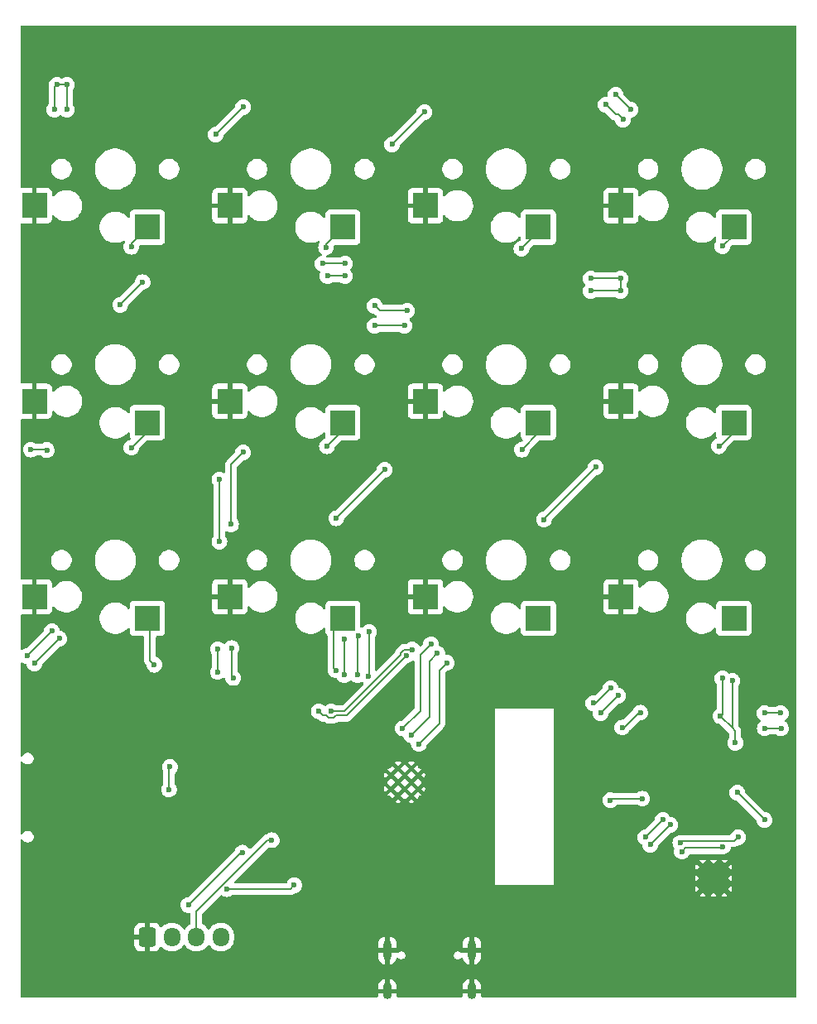
<source format=gbr>
%TF.GenerationSoftware,KiCad,Pcbnew,8.0.1*%
%TF.CreationDate,2024-09-01T11:50:53+02:00*%
%TF.ProjectId,Macro keyboard,4d616372-6f20-46b6-9579-626f6172642e,rev?*%
%TF.SameCoordinates,Original*%
%TF.FileFunction,Copper,L2,Bot*%
%TF.FilePolarity,Positive*%
%FSLAX46Y46*%
G04 Gerber Fmt 4.6, Leading zero omitted, Abs format (unit mm)*
G04 Created by KiCad (PCBNEW 8.0.1) date 2024-09-01 11:50:53*
%MOMM*%
%LPD*%
G01*
G04 APERTURE LIST*
G04 Aperture macros list*
%AMRoundRect*
0 Rectangle with rounded corners*
0 $1 Rounding radius*
0 $2 $3 $4 $5 $6 $7 $8 $9 X,Y pos of 4 corners*
0 Add a 4 corners polygon primitive as box body*
4,1,4,$2,$3,$4,$5,$6,$7,$8,$9,$2,$3,0*
0 Add four circle primitives for the rounded corners*
1,1,$1+$1,$2,$3*
1,1,$1+$1,$4,$5*
1,1,$1+$1,$6,$7*
1,1,$1+$1,$8,$9*
0 Add four rect primitives between the rounded corners*
20,1,$1+$1,$2,$3,$4,$5,0*
20,1,$1+$1,$4,$5,$6,$7,0*
20,1,$1+$1,$6,$7,$8,$9,0*
20,1,$1+$1,$8,$9,$2,$3,0*%
G04 Aperture macros list end*
%TA.AperFunction,ComponentPad*%
%ADD10RoundRect,0.250000X-0.600000X-0.725000X0.600000X-0.725000X0.600000X0.725000X-0.600000X0.725000X0*%
%TD*%
%TA.AperFunction,ComponentPad*%
%ADD11O,1.700000X1.950000*%
%TD*%
%TA.AperFunction,ComponentPad*%
%ADD12C,0.400000*%
%TD*%
%TA.AperFunction,SMDPad,CuDef*%
%ADD13R,2.600000X2.600000*%
%TD*%
%TA.AperFunction,ComponentPad*%
%ADD14O,0.900000X1.700000*%
%TD*%
%TA.AperFunction,ComponentPad*%
%ADD15O,0.900000X2.000000*%
%TD*%
%TA.AperFunction,HeatsinkPad*%
%ADD16C,0.500000*%
%TD*%
%TA.AperFunction,HeatsinkPad*%
%ADD17R,2.750000X2.750000*%
%TD*%
%TA.AperFunction,ViaPad*%
%ADD18C,0.600000*%
%TD*%
%TA.AperFunction,Conductor*%
%ADD19C,0.200000*%
%TD*%
G04 APERTURE END LIST*
D10*
%TO.P,J16,1,Pin_1*%
%TO.N,GND*%
X201050000Y-127800000D03*
D11*
%TO.P,J16,2,Pin_2*%
%TO.N,Net-(J16-Pin_2)*%
X203550000Y-127800000D03*
%TO.P,J16,3,Pin_3*%
%TO.N,Net-(J16-Pin_3)*%
X206050000Y-127800000D03*
%TO.P,J16,4,Pin_4*%
%TO.N,+3.3V*%
X208550000Y-127800000D03*
%TD*%
D12*
%TO.P,U1,41_21*%
%TO.N,GND*%
X225950000Y-112650000D03*
%TO.P,U1,41_20*%
X225950000Y-111250000D03*
%TO.P,U1,41_19*%
X227350000Y-112650000D03*
%TO.P,U1,41_18*%
X227350000Y-111250000D03*
%TO.P,U1,41_17*%
X228750000Y-112650000D03*
%TO.P,U1,41_16*%
X228750000Y-111250000D03*
%TO.P,U1,41_15*%
X226650000Y-113350000D03*
%TO.P,U1,GND*%
X226650000Y-111950000D03*
%TO.P,U1,41_13*%
X226650000Y-110550000D03*
%TO.P,U1,41_12*%
X228050000Y-113350000D03*
%TO.P,U1,41_11*%
X228050000Y-110550000D03*
%TO.P,U1,41_10*%
X228050000Y-111950000D03*
%TD*%
D13*
%TO.P,J13,2,2*%
%TO.N,GND*%
X249475000Y-93000000D03*
%TO.P,J13,1,1*%
%TO.N,/BUTTON12*%
X261025000Y-95200000D03*
%TD*%
%TO.P,J12,2,2*%
%TO.N,GND*%
X249475000Y-73000000D03*
%TO.P,J12,1,1*%
%TO.N,/BUTTON11*%
X261025000Y-75200000D03*
%TD*%
%TO.P,J11,2,2*%
%TO.N,GND*%
X249475000Y-53000000D03*
%TO.P,J11,1,1*%
%TO.N,/BUTTON10*%
X261025000Y-55200000D03*
%TD*%
%TO.P,J10,2,2*%
%TO.N,GND*%
X229475000Y-93000000D03*
%TO.P,J10,1,1*%
%TO.N,/BUTTON9*%
X241025000Y-95200000D03*
%TD*%
%TO.P,J9,2,2*%
%TO.N,GND*%
X229475000Y-73000000D03*
%TO.P,J9,1,1*%
%TO.N,/BUTTON8*%
X241025000Y-75200000D03*
%TD*%
%TO.P,J8,2,2*%
%TO.N,GND*%
X229475000Y-53000000D03*
%TO.P,J8,1,1*%
%TO.N,/BUTTON7*%
X241025000Y-55200000D03*
%TD*%
%TO.P,J7,2,2*%
%TO.N,GND*%
X209475000Y-93000000D03*
%TO.P,J7,1,1*%
%TO.N,/BUTTON6*%
X221025000Y-95200000D03*
%TD*%
%TO.P,J6,2,2*%
%TO.N,GND*%
X209475000Y-73000000D03*
%TO.P,J6,1,1*%
%TO.N,/BUTTON5*%
X221025000Y-75200000D03*
%TD*%
%TO.P,J5,1,1*%
%TO.N,/BUTTON4*%
X221025000Y-55200000D03*
%TO.P,J5,2,2*%
%TO.N,GND*%
X209475000Y-53000000D03*
%TD*%
%TO.P,J4,2,2*%
%TO.N,GND*%
X189475000Y-93000000D03*
%TO.P,J4,1,1*%
%TO.N,/BUTTON3*%
X201025000Y-95200000D03*
%TD*%
%TO.P,J3,2,2*%
%TO.N,GND*%
X189475000Y-73000000D03*
%TO.P,J3,1,1*%
%TO.N,/BUTTON2*%
X201025000Y-75200000D03*
%TD*%
%TO.P,J2,1,1*%
%TO.N,/BUTTON1*%
X201025000Y-55200000D03*
%TO.P,J2,2,2*%
%TO.N,GND*%
X189475000Y-53000000D03*
%TD*%
D14*
%TO.P,J1,S1,SHIELD*%
%TO.N,GND*%
X234225000Y-133350000D03*
D15*
X234225000Y-129170000D03*
D14*
X225575000Y-133350000D03*
D15*
X225575000Y-129170000D03*
%TD*%
D16*
%TO.P,U4,25,GND*%
%TO.N,GND*%
X257825000Y-120650000D03*
X257825000Y-121775000D03*
X257825000Y-122900000D03*
X258950000Y-120650000D03*
D17*
X258950000Y-121775000D03*
D16*
X258950000Y-121775000D03*
X258950000Y-122900000D03*
X260075000Y-120650000D03*
X260075000Y-121775000D03*
X260075000Y-122900000D03*
%TD*%
D18*
%TO.N,+3.3V*%
X191262000Y-96520000D03*
X189484000Y-99822000D03*
X192024000Y-97282000D03*
X188722000Y-99060000D03*
X191516000Y-43180000D03*
X191770000Y-40640000D03*
X192786000Y-40640000D03*
X192786000Y-43180000D03*
%TO.N,GND*%
X265575000Y-122428000D03*
X262382000Y-119218000D03*
%TO.N,+3.3V*%
X264160000Y-115824000D03*
X261366000Y-113030000D03*
X254508000Y-116332000D03*
X252476000Y-118364000D03*
X253746000Y-115824000D03*
X251968000Y-117602000D03*
X247396000Y-104902000D03*
X249174000Y-103124000D03*
X248412000Y-102362000D03*
X246634000Y-103886000D03*
X260858000Y-101600000D03*
X259842000Y-101346000D03*
X261165000Y-107943181D03*
X259636956Y-105204956D03*
%TO.N,Net-(D10-do)*%
X246888000Y-79756000D03*
X241600000Y-85100000D03*
%TO.N,/RGBc*%
X225298000Y-80010000D03*
X220345000Y-84963000D03*
%TO.N,/BUTTON5*%
X210820000Y-78232000D03*
X209600000Y-85598000D03*
%TO.N,/BUTTON4*%
X208400000Y-87376000D03*
X208400000Y-81026000D03*
%TO.N,Net-(D2-do)*%
X200550000Y-60816000D03*
X198250000Y-63150000D03*
%TO.N,/RGBc*%
X229362000Y-43434000D03*
X226060000Y-46736000D03*
%TO.N,Net-(D4-do)*%
X210820000Y-42926000D03*
X208026000Y-45720000D03*
%TO.N,+3.3V*%
X246380000Y-61722000D03*
X249428000Y-61722000D03*
X249428000Y-60452000D03*
X246380000Y-60452000D03*
X250444000Y-43180000D03*
X248920000Y-41656000D03*
X247904000Y-42672000D03*
X249682000Y-44196000D03*
X227330000Y-65278000D03*
X224282000Y-65278000D03*
X224282000Y-63246000D03*
X227584000Y-63754000D03*
X221234000Y-58928000D03*
X218948000Y-58928000D03*
X221234000Y-60198000D03*
X219456000Y-60198000D03*
%TO.N,GND*%
X260850000Y-43950000D03*
X254396000Y-43800000D03*
X240792000Y-44196000D03*
X234987000Y-43725000D03*
X220176000Y-43900000D03*
X215479000Y-43775000D03*
X200568000Y-43850000D03*
X195326000Y-44196000D03*
X220980000Y-64008000D03*
X214630000Y-64008000D03*
X200310000Y-63850000D03*
X195093000Y-63775000D03*
X200660000Y-83820000D03*
X197104000Y-83820000D03*
X263906000Y-110998000D03*
X263906000Y-109474000D03*
X263906000Y-107950000D03*
X257302000Y-102870000D03*
X258800000Y-107655000D03*
X256794000Y-111760000D03*
X248372000Y-110450000D03*
X248666000Y-116840000D03*
X254762000Y-122428000D03*
X248900000Y-132568000D03*
X247350000Y-132542000D03*
X245700000Y-132588000D03*
X242570000Y-131010000D03*
X237702000Y-126450000D03*
X235204000Y-123444000D03*
X198374000Y-111250000D03*
X197358000Y-107188000D03*
X189200000Y-107920000D03*
X189738000Y-121412000D03*
X197358000Y-121158000D03*
X235070000Y-103124000D03*
X235966000Y-101854000D03*
%TO.N,/BUTTON4*%
X219300000Y-57250000D03*
%TO.N,/BUTTON7*%
X239300000Y-57400000D03*
%TO.N,/BUTTON10*%
X259850000Y-57150000D03*
%TO.N,/BUTTON5*%
X219400000Y-77600000D03*
%TO.N,/BUTTON8*%
X239350000Y-77950000D03*
%TO.N,/BUTTON11*%
X259493900Y-77600000D03*
%TO.N,/BUTTON12*%
X261025000Y-95200000D03*
%TO.N,/BUTTON9*%
X241025000Y-95200000D03*
%TO.N,/BUTTON2*%
X199400000Y-77750000D03*
%TO.N,/BUTTON1*%
X199400000Y-57200000D03*
%TO.N,GND*%
X235150000Y-63800000D03*
X240700000Y-63850000D03*
X217000000Y-83750000D03*
X220500000Y-83400000D03*
X240400000Y-83800000D03*
X235150000Y-83750000D03*
X256700000Y-83900000D03*
X260250000Y-83900000D03*
X256650000Y-63750000D03*
X260300000Y-63900000D03*
%TO.N,RXD*%
X255700000Y-119050000D03*
X259900000Y-118550000D03*
X265850000Y-106450000D03*
X264175000Y-106450000D03*
%TO.N,TXD*%
X255544974Y-118175000D03*
X261450000Y-117600000D03*
X265825000Y-104900000D03*
X264150000Y-104900000D03*
%TO.N,/RGBLED*%
X203350000Y-110400000D03*
X203250000Y-112700000D03*
%TO.N,Io0*%
X249604135Y-106370865D03*
X251450000Y-104850000D03*
%TO.N,EN*%
X248400000Y-113800000D03*
X251650000Y-113650000D03*
%TO.N,Net-(J16-Pin_3)*%
X213755000Y-117895000D03*
%TO.N,Net-(J16-Pin_2)*%
X205225000Y-124525000D03*
X210750000Y-119165000D03*
%TO.N,/espD-*%
X219830000Y-104700000D03*
%TO.N,/espD+*%
X218560000Y-104700000D03*
X227549479Y-99000521D03*
%TO.N,/espD-*%
X228150521Y-98399479D03*
%TO.N,/BUTTON12*%
X231650000Y-99750000D03*
X228800000Y-108050000D03*
%TO.N,/BUTTON11*%
X230700000Y-98800000D03*
X228000000Y-107150000D03*
%TO.N,/BUTTON10*%
X227150000Y-106465000D03*
X230050000Y-97850000D03*
%TO.N,/BUTTON9*%
X221150000Y-97350000D03*
X221150000Y-101000000D03*
%TO.N,/BUTTON8*%
X222550000Y-101000000D03*
X222650000Y-97000000D03*
%TO.N,/BUTTON7*%
X223617892Y-101132108D03*
X223700000Y-96600000D03*
%TO.N,/BUTTON6*%
X220300000Y-100500000D03*
%TO.N,/BUTTON5*%
X209650000Y-98250000D03*
X209800000Y-101300000D03*
%TO.N,/BUTTON4*%
X208250000Y-98350000D03*
X208250000Y-100700000D03*
%TO.N,/BUTTON3*%
X201750000Y-99950000D03*
%TO.N,/BUTTON2*%
X190750000Y-78000000D03*
X189100000Y-77950000D03*
%TO.N,/SD{slash}CS*%
X216050000Y-122500000D03*
X209150000Y-122900000D03*
%TD*%
D19*
%TO.N,+3.3V*%
X188722000Y-99060000D02*
X191262000Y-96520000D01*
X189484000Y-99822000D02*
X192024000Y-97282000D01*
X191516000Y-40894000D02*
X191516000Y-43180000D01*
X191770000Y-40640000D02*
X191516000Y-40894000D01*
X192786000Y-40640000D02*
X191770000Y-40640000D01*
X192786000Y-43180000D02*
X192786000Y-40640000D01*
X264160000Y-115824000D02*
X261366000Y-113030000D01*
X254508000Y-116332000D02*
X252476000Y-118364000D01*
X251968000Y-117602000D02*
X253746000Y-115824000D01*
X247396000Y-104902000D02*
X249174000Y-103124000D01*
X246888000Y-103886000D02*
X248412000Y-102362000D01*
X246634000Y-103886000D02*
X246888000Y-103886000D01*
X260858000Y-106426000D02*
X260858000Y-101600000D01*
X259842000Y-104999912D02*
X259842000Y-101346000D01*
X259636956Y-105204956D02*
X259842000Y-104999912D01*
X261165000Y-106733000D02*
X261165000Y-107943181D01*
X260858000Y-106426000D02*
X261165000Y-106733000D01*
X259636956Y-105204956D02*
X260858000Y-106426000D01*
%TO.N,Net-(D10-do)*%
X246888000Y-79756000D02*
X241600000Y-85044000D01*
X241600000Y-85044000D02*
X241600000Y-85100000D01*
%TO.N,/RGBc*%
X220345000Y-84963000D02*
X225298000Y-80010000D01*
%TO.N,/BUTTON4*%
X208280000Y-87376000D02*
X208400000Y-87376000D01*
X208400000Y-81026000D02*
X208400000Y-87256000D01*
X208400000Y-87256000D02*
X208280000Y-87376000D01*
%TO.N,/BUTTON5*%
X209600000Y-85598000D02*
X209600000Y-79452000D01*
X209600000Y-79452000D02*
X210820000Y-78232000D01*
%TO.N,Net-(D2-do)*%
X198250000Y-63116000D02*
X200550000Y-60816000D01*
X198250000Y-63150000D02*
X198250000Y-63116000D01*
%TO.N,/RGBc*%
X226060000Y-46736000D02*
X229362000Y-43434000D01*
%TO.N,Net-(D4-do)*%
X208026000Y-45720000D02*
X210820000Y-42926000D01*
%TO.N,+3.3V*%
X249428000Y-61722000D02*
X246380000Y-61722000D01*
X249428000Y-60452000D02*
X249428000Y-61722000D01*
X246380000Y-60452000D02*
X249428000Y-60452000D01*
X248920000Y-41656000D02*
X250444000Y-43180000D01*
X248920000Y-43688000D02*
X247904000Y-42672000D01*
X249174000Y-43688000D02*
X248920000Y-43688000D01*
X249682000Y-44196000D02*
X249174000Y-43688000D01*
X224282000Y-65278000D02*
X227330000Y-65278000D01*
X224790000Y-63754000D02*
X224282000Y-63246000D01*
X227584000Y-63754000D02*
X224790000Y-63754000D01*
X221234000Y-58928000D02*
X218948000Y-58928000D01*
X219456000Y-60198000D02*
X221234000Y-60198000D01*
%TO.N,/BUTTON4*%
X219300000Y-56925000D02*
X221025000Y-55200000D01*
X219300000Y-57250000D02*
X219300000Y-56925000D01*
%TO.N,/BUTTON7*%
X239300000Y-57400000D02*
X241025000Y-55675000D01*
%TO.N,/BUTTON10*%
X259850000Y-57150000D02*
X261025000Y-55975000D01*
%TO.N,/BUTTON5*%
X219400000Y-77600000D02*
X221025000Y-75975000D01*
%TO.N,/BUTTON8*%
X239350000Y-77950000D02*
X241025000Y-76275000D01*
%TO.N,/BUTTON11*%
X259600000Y-77600000D02*
X261025000Y-76175000D01*
X259493900Y-77600000D02*
X259600000Y-77600000D01*
%TO.N,/BUTTON6*%
X220050000Y-96175000D02*
X220050000Y-100250000D01*
X220050000Y-100250000D02*
X220300000Y-100500000D01*
%TO.N,/BUTTON3*%
X201300000Y-95475000D02*
X201300000Y-99500000D01*
X201300000Y-99500000D02*
X201750000Y-99950000D01*
%TO.N,/BUTTON2*%
X190700000Y-77950000D02*
X190750000Y-78000000D01*
X189100000Y-77950000D02*
X190700000Y-77950000D01*
X199400000Y-77750000D02*
X201025000Y-76125000D01*
%TO.N,/BUTTON1*%
X199400000Y-56825000D02*
X201025000Y-55200000D01*
X199400000Y-57200000D02*
X199400000Y-56825000D01*
%TO.N,TXD*%
X261100000Y-117950000D02*
X261450000Y-117600000D01*
X255769974Y-117950000D02*
X261100000Y-117950000D01*
X255544974Y-118175000D02*
X255769974Y-117950000D01*
%TO.N,RXD*%
X259750000Y-118700000D02*
X259900000Y-118550000D01*
X256050000Y-118700000D02*
X259750000Y-118700000D01*
X255700000Y-119050000D02*
X256050000Y-118700000D01*
X264175000Y-106450000D02*
X265700000Y-106450000D01*
X265700000Y-106450000D02*
X265850000Y-106450000D01*
%TO.N,TXD*%
X264150000Y-104900000D02*
X265825000Y-104900000D01*
%TO.N,/RGBLED*%
X203250000Y-110500000D02*
X203350000Y-110400000D01*
X203250000Y-110600000D02*
X203250000Y-110500000D01*
X203250000Y-112700000D02*
X203250000Y-110600000D01*
%TO.N,Io0*%
X251300000Y-104850000D02*
X251450000Y-104850000D01*
X249779135Y-106370865D02*
X251300000Y-104850000D01*
X249604135Y-106370865D02*
X249779135Y-106370865D01*
%TO.N,EN*%
X248400000Y-113800000D02*
X248550000Y-113650000D01*
X248550000Y-113650000D02*
X251650000Y-113650000D01*
%TO.N,Net-(J16-Pin_3)*%
X213306471Y-117895000D02*
X206050000Y-125151471D01*
X213755000Y-117895000D02*
X213306471Y-117895000D01*
X206050000Y-125151471D02*
X206050000Y-127800000D01*
%TO.N,Net-(J16-Pin_2)*%
X210635000Y-119165000D02*
X205275000Y-124525000D01*
X210750000Y-119165000D02*
X210635000Y-119165000D01*
X205275000Y-124525000D02*
X205225000Y-124525000D01*
%TO.N,/SD{slash}CS*%
X215650000Y-122900000D02*
X216050000Y-122500000D01*
X209150000Y-122900000D02*
X215650000Y-122900000D01*
%TO.N,/espD-*%
X221213602Y-104700000D02*
X219830000Y-104700000D01*
X226949479Y-98964123D02*
X221213602Y-104700000D01*
X227300950Y-98400521D02*
X226949479Y-98751992D01*
X227514123Y-98399479D02*
X227513081Y-98400521D01*
X227513081Y-98400521D02*
X227300950Y-98400521D01*
%TO.N,/espD+*%
X219010000Y-105150000D02*
X218560000Y-104700000D01*
%TO.N,/espD-*%
X228150521Y-98399479D02*
X227514123Y-98399479D01*
%TO.N,/espD+*%
X219360789Y-105150000D02*
X219010000Y-105150000D01*
%TO.N,/espD-*%
X226949479Y-98751992D02*
X226949479Y-98964123D01*
%TO.N,/espD+*%
X219560769Y-105349980D02*
X219360789Y-105150000D01*
X220099231Y-105349980D02*
X219560769Y-105349980D01*
X221400000Y-105150000D02*
X220299211Y-105150000D01*
X220299211Y-105150000D02*
X220099231Y-105349980D01*
X227549479Y-99000521D02*
X221400000Y-105150000D01*
%TO.N,/BUTTON12*%
X230900000Y-105950000D02*
X228800000Y-108050000D01*
X230900000Y-100500000D02*
X230900000Y-105950000D01*
X231650000Y-99750000D02*
X230900000Y-100500000D01*
%TO.N,/BUTTON11*%
X229900000Y-99600000D02*
X229900000Y-105250000D01*
X230700000Y-98800000D02*
X229900000Y-99600000D01*
X229900000Y-105250000D02*
X228000000Y-107150000D01*
%TO.N,/BUTTON10*%
X228950000Y-104665000D02*
X227150000Y-106465000D01*
X228950000Y-98950000D02*
X228950000Y-104665000D01*
X230050000Y-97850000D02*
X228950000Y-98950000D01*
%TO.N,/BUTTON9*%
X221150000Y-97350000D02*
X221150000Y-101000000D01*
%TO.N,/BUTTON8*%
X222550000Y-97100000D02*
X222650000Y-97000000D01*
X222550000Y-101000000D02*
X222550000Y-97100000D01*
%TO.N,/BUTTON7*%
X223700000Y-101050000D02*
X223617892Y-101132108D01*
X223700000Y-96600000D02*
X223700000Y-101050000D01*
%TO.N,/BUTTON5*%
X209650000Y-101150000D02*
X209650000Y-98250000D01*
X209800000Y-101300000D02*
X209650000Y-101150000D01*
%TO.N,/BUTTON4*%
X208200000Y-98400000D02*
X208250000Y-98350000D01*
X208200000Y-100650000D02*
X208200000Y-98400000D01*
X208250000Y-100700000D02*
X208200000Y-100650000D01*
%TD*%
%TA.AperFunction,Conductor*%
%TO.N,GND*%
G36*
X267392539Y-34570185D02*
G01*
X267438294Y-34622989D01*
X267449500Y-34674500D01*
X267449500Y-133825500D01*
X267429815Y-133892539D01*
X267377011Y-133938294D01*
X267325500Y-133949500D01*
X235299000Y-133949500D01*
X235231961Y-133929815D01*
X235186206Y-133877011D01*
X235175000Y-133825500D01*
X235175000Y-133600000D01*
X234525000Y-133600000D01*
X234525000Y-133100000D01*
X235175000Y-133100000D01*
X235175000Y-132856430D01*
X235174999Y-132856428D01*
X235138493Y-132672902D01*
X235138491Y-132672894D01*
X235066880Y-132500008D01*
X235066875Y-132499999D01*
X234962913Y-132344410D01*
X234962910Y-132344406D01*
X234830593Y-132212089D01*
X234830589Y-132212086D01*
X234675000Y-132108124D01*
X234674991Y-132108119D01*
X234502103Y-132036507D01*
X234502100Y-132036506D01*
X234475000Y-132031115D01*
X234475000Y-132783011D01*
X234465060Y-132765795D01*
X234409205Y-132709940D01*
X234340796Y-132670444D01*
X234264496Y-132650000D01*
X234185504Y-132650000D01*
X234109204Y-132670444D01*
X234040795Y-132709940D01*
X233984940Y-132765795D01*
X233975000Y-132783011D01*
X233975000Y-132031116D01*
X233974999Y-132031115D01*
X233947899Y-132036506D01*
X233947896Y-132036507D01*
X233775008Y-132108119D01*
X233774999Y-132108124D01*
X233619410Y-132212086D01*
X233619406Y-132212089D01*
X233487089Y-132344406D01*
X233487086Y-132344410D01*
X233383124Y-132499999D01*
X233383119Y-132500008D01*
X233311508Y-132672894D01*
X233311506Y-132672902D01*
X233275000Y-132856428D01*
X233275000Y-133100000D01*
X233925000Y-133100000D01*
X233925000Y-133600000D01*
X233275000Y-133600000D01*
X233275000Y-133825500D01*
X233255315Y-133892539D01*
X233202511Y-133938294D01*
X233151000Y-133949500D01*
X226649000Y-133949500D01*
X226581961Y-133929815D01*
X226536206Y-133877011D01*
X226525000Y-133825500D01*
X226525000Y-133600000D01*
X225875000Y-133600000D01*
X225875000Y-133100000D01*
X226525000Y-133100000D01*
X226525000Y-132856430D01*
X226524999Y-132856428D01*
X226488493Y-132672902D01*
X226488491Y-132672894D01*
X226416880Y-132500008D01*
X226416875Y-132499999D01*
X226312913Y-132344410D01*
X226312910Y-132344406D01*
X226180593Y-132212089D01*
X226180589Y-132212086D01*
X226025000Y-132108124D01*
X226024991Y-132108119D01*
X225852103Y-132036507D01*
X225852100Y-132036506D01*
X225825000Y-132031115D01*
X225825000Y-132783011D01*
X225815060Y-132765795D01*
X225759205Y-132709940D01*
X225690796Y-132670444D01*
X225614496Y-132650000D01*
X225535504Y-132650000D01*
X225459204Y-132670444D01*
X225390795Y-132709940D01*
X225334940Y-132765795D01*
X225325000Y-132783011D01*
X225325000Y-132031116D01*
X225324999Y-132031115D01*
X225297899Y-132036506D01*
X225297896Y-132036507D01*
X225125008Y-132108119D01*
X225124999Y-132108124D01*
X224969410Y-132212086D01*
X224969406Y-132212089D01*
X224837089Y-132344406D01*
X224837086Y-132344410D01*
X224733124Y-132499999D01*
X224733119Y-132500008D01*
X224661508Y-132672894D01*
X224661506Y-132672902D01*
X224625000Y-132856428D01*
X224625000Y-133100000D01*
X225275000Y-133100000D01*
X225275000Y-133600000D01*
X224625000Y-133600000D01*
X224625000Y-133825500D01*
X224605315Y-133892539D01*
X224552511Y-133938294D01*
X224501000Y-133949500D01*
X188174500Y-133949500D01*
X188107461Y-133929815D01*
X188061706Y-133877011D01*
X188050500Y-133825500D01*
X188050500Y-129813571D01*
X224625000Y-129813571D01*
X224661506Y-129997097D01*
X224661508Y-129997105D01*
X224733119Y-130169991D01*
X224733124Y-130170000D01*
X224837086Y-130325589D01*
X224837089Y-130325593D01*
X224969406Y-130457910D01*
X224969410Y-130457913D01*
X225124999Y-130561875D01*
X225125012Y-130561882D01*
X225297889Y-130633489D01*
X225297896Y-130633491D01*
X225325000Y-130638882D01*
X225325000Y-129886988D01*
X225334940Y-129904205D01*
X225390795Y-129960060D01*
X225459204Y-129999556D01*
X225535504Y-130020000D01*
X225614496Y-130020000D01*
X225690796Y-129999556D01*
X225759205Y-129960060D01*
X225815060Y-129904205D01*
X225825000Y-129886988D01*
X225825000Y-130638881D01*
X225852103Y-130633491D01*
X225852110Y-130633489D01*
X226024987Y-130561882D01*
X226025000Y-130561875D01*
X226180589Y-130457913D01*
X226180593Y-130457910D01*
X226312910Y-130325593D01*
X226312913Y-130325589D01*
X226416875Y-130170000D01*
X226416880Y-130169991D01*
X226488491Y-129997105D01*
X226488491Y-129997104D01*
X226491715Y-129980899D01*
X226524099Y-129918988D01*
X226584814Y-129884412D01*
X226654584Y-129888150D01*
X226701014Y-129917407D01*
X226764087Y-129980480D01*
X226855413Y-130033207D01*
X226957273Y-130060500D01*
X226957275Y-130060500D01*
X227062725Y-130060500D01*
X227062727Y-130060500D01*
X227164587Y-130033207D01*
X227255913Y-129980480D01*
X227330480Y-129905913D01*
X227383207Y-129814587D01*
X227410500Y-129712727D01*
X232389500Y-129712727D01*
X232416793Y-129814587D01*
X232469520Y-129905913D01*
X232544087Y-129980480D01*
X232635413Y-130033207D01*
X232737273Y-130060500D01*
X232737275Y-130060500D01*
X232842725Y-130060500D01*
X232842727Y-130060500D01*
X232944587Y-130033207D01*
X233035913Y-129980480D01*
X233098988Y-129917404D01*
X233160307Y-129883922D01*
X233229999Y-129888906D01*
X233285933Y-129930777D01*
X233308283Y-129980894D01*
X233311507Y-129997102D01*
X233311508Y-129997105D01*
X233383119Y-130169991D01*
X233383124Y-130170000D01*
X233487086Y-130325589D01*
X233487089Y-130325593D01*
X233619406Y-130457910D01*
X233619410Y-130457913D01*
X233774999Y-130561875D01*
X233775012Y-130561882D01*
X233947889Y-130633489D01*
X233947896Y-130633491D01*
X233975000Y-130638882D01*
X233975000Y-129886988D01*
X233984940Y-129904205D01*
X234040795Y-129960060D01*
X234109204Y-129999556D01*
X234185504Y-130020000D01*
X234264496Y-130020000D01*
X234340796Y-129999556D01*
X234409205Y-129960060D01*
X234465060Y-129904205D01*
X234475000Y-129886988D01*
X234475000Y-130638881D01*
X234502103Y-130633491D01*
X234502110Y-130633489D01*
X234674987Y-130561882D01*
X234675000Y-130561875D01*
X234830589Y-130457913D01*
X234830593Y-130457910D01*
X234962910Y-130325593D01*
X234962913Y-130325589D01*
X235066875Y-130170000D01*
X235066880Y-130169991D01*
X235138491Y-129997105D01*
X235138493Y-129997097D01*
X235174999Y-129813571D01*
X235175000Y-129813569D01*
X235175000Y-129420000D01*
X234525000Y-129420000D01*
X234525000Y-128920000D01*
X235175000Y-128920000D01*
X235175000Y-128526430D01*
X235174999Y-128526428D01*
X235138493Y-128342902D01*
X235138491Y-128342894D01*
X235066880Y-128170008D01*
X235066875Y-128169999D01*
X234962913Y-128014410D01*
X234962910Y-128014406D01*
X234830593Y-127882089D01*
X234830589Y-127882086D01*
X234675000Y-127778124D01*
X234674991Y-127778119D01*
X234502103Y-127706507D01*
X234502100Y-127706506D01*
X234475000Y-127701115D01*
X234475000Y-128453011D01*
X234465060Y-128435795D01*
X234409205Y-128379940D01*
X234340796Y-128340444D01*
X234264496Y-128320000D01*
X234185504Y-128320000D01*
X234109204Y-128340444D01*
X234040795Y-128379940D01*
X233984940Y-128435795D01*
X233975000Y-128453011D01*
X233975000Y-127701116D01*
X233974999Y-127701115D01*
X233947899Y-127706506D01*
X233947896Y-127706507D01*
X233775008Y-127778119D01*
X233774999Y-127778124D01*
X233619410Y-127882086D01*
X233619406Y-127882089D01*
X233487089Y-128014406D01*
X233487086Y-128014410D01*
X233383124Y-128169999D01*
X233383119Y-128170008D01*
X233311508Y-128342894D01*
X233311506Y-128342902D01*
X233275000Y-128526428D01*
X233275000Y-128920000D01*
X233925000Y-128920000D01*
X233925000Y-129420000D01*
X233268036Y-129420000D01*
X233222052Y-129445108D01*
X233152360Y-129440122D01*
X233108015Y-129411622D01*
X233035914Y-129339521D01*
X233035913Y-129339520D01*
X232944587Y-129286793D01*
X232842727Y-129259500D01*
X232737273Y-129259500D01*
X232635413Y-129286793D01*
X232635410Y-129286794D01*
X232544085Y-129339521D01*
X232469521Y-129414085D01*
X232416794Y-129505410D01*
X232416793Y-129505413D01*
X232389500Y-129607273D01*
X232389500Y-129712727D01*
X227410500Y-129712727D01*
X227410500Y-129607273D01*
X227383207Y-129505413D01*
X227330480Y-129414087D01*
X227255913Y-129339520D01*
X227164587Y-129286793D01*
X227062727Y-129259500D01*
X226957273Y-129259500D01*
X226855413Y-129286793D01*
X226855410Y-129286794D01*
X226764087Y-129339520D01*
X226691984Y-129411623D01*
X226630660Y-129445107D01*
X226560969Y-129440122D01*
X226529658Y-129420000D01*
X225875000Y-129420000D01*
X225875000Y-128920000D01*
X226525000Y-128920000D01*
X226525000Y-128526430D01*
X226524999Y-128526428D01*
X226488493Y-128342902D01*
X226488491Y-128342894D01*
X226416880Y-128170008D01*
X226416875Y-128169999D01*
X226312913Y-128014410D01*
X226312910Y-128014406D01*
X226180593Y-127882089D01*
X226180589Y-127882086D01*
X226025000Y-127778124D01*
X226024991Y-127778119D01*
X225852103Y-127706507D01*
X225852100Y-127706506D01*
X225825000Y-127701115D01*
X225825000Y-128453011D01*
X225815060Y-128435795D01*
X225759205Y-128379940D01*
X225690796Y-128340444D01*
X225614496Y-128320000D01*
X225535504Y-128320000D01*
X225459204Y-128340444D01*
X225390795Y-128379940D01*
X225334940Y-128435795D01*
X225325000Y-128453011D01*
X225325000Y-127701116D01*
X225324999Y-127701115D01*
X225297899Y-127706506D01*
X225297896Y-127706507D01*
X225125008Y-127778119D01*
X225124999Y-127778124D01*
X224969410Y-127882086D01*
X224969406Y-127882089D01*
X224837089Y-128014406D01*
X224837086Y-128014410D01*
X224733124Y-128169999D01*
X224733119Y-128170008D01*
X224661508Y-128342894D01*
X224661506Y-128342902D01*
X224625000Y-128526428D01*
X224625000Y-128920000D01*
X225275000Y-128920000D01*
X225275000Y-129420000D01*
X224625000Y-129420000D01*
X224625000Y-129813571D01*
X188050500Y-129813571D01*
X188050500Y-127550000D01*
X199700000Y-127550000D01*
X200645854Y-127550000D01*
X200607370Y-127616657D01*
X200575000Y-127737465D01*
X200575000Y-127862535D01*
X200607370Y-127983343D01*
X200645854Y-128050000D01*
X199700001Y-128050000D01*
X199700001Y-128574986D01*
X199710494Y-128677697D01*
X199765641Y-128844119D01*
X199765643Y-128844124D01*
X199857684Y-128993345D01*
X199981654Y-129117315D01*
X200130875Y-129209356D01*
X200130880Y-129209358D01*
X200297302Y-129264505D01*
X200297309Y-129264506D01*
X200400019Y-129274999D01*
X200799999Y-129274999D01*
X200800000Y-129274998D01*
X200800000Y-128204145D01*
X200866657Y-128242630D01*
X200987465Y-128275000D01*
X201112535Y-128275000D01*
X201233343Y-128242630D01*
X201300000Y-128204145D01*
X201300000Y-129274999D01*
X201699972Y-129274999D01*
X201699986Y-129274998D01*
X201802697Y-129264505D01*
X201969119Y-129209358D01*
X201969124Y-129209356D01*
X202118345Y-129117315D01*
X202242317Y-128993343D01*
X202337815Y-128838516D01*
X202389763Y-128791791D01*
X202458725Y-128780568D01*
X202522808Y-128808412D01*
X202531035Y-128815931D01*
X202670213Y-128955109D01*
X202842179Y-129080048D01*
X202842181Y-129080049D01*
X202842184Y-129080051D01*
X203031588Y-129176557D01*
X203233757Y-129242246D01*
X203443713Y-129275500D01*
X203443714Y-129275500D01*
X203656286Y-129275500D01*
X203656287Y-129275500D01*
X203866243Y-129242246D01*
X204068412Y-129176557D01*
X204257816Y-129080051D01*
X204279789Y-129064086D01*
X204429786Y-128955109D01*
X204429788Y-128955106D01*
X204429792Y-128955104D01*
X204580104Y-128804792D01*
X204699683Y-128640204D01*
X204755011Y-128597540D01*
X204824624Y-128591561D01*
X204886420Y-128624166D01*
X204900313Y-128640199D01*
X204927557Y-128677697D01*
X205019896Y-128804792D01*
X205170213Y-128955109D01*
X205342179Y-129080048D01*
X205342181Y-129080049D01*
X205342184Y-129080051D01*
X205531588Y-129176557D01*
X205733757Y-129242246D01*
X205943713Y-129275500D01*
X205943714Y-129275500D01*
X206156286Y-129275500D01*
X206156287Y-129275500D01*
X206366243Y-129242246D01*
X206568412Y-129176557D01*
X206757816Y-129080051D01*
X206779789Y-129064086D01*
X206929786Y-128955109D01*
X206929788Y-128955106D01*
X206929792Y-128955104D01*
X207080104Y-128804792D01*
X207199683Y-128640204D01*
X207255011Y-128597540D01*
X207324624Y-128591561D01*
X207386420Y-128624166D01*
X207400313Y-128640199D01*
X207427557Y-128677697D01*
X207519896Y-128804792D01*
X207670213Y-128955109D01*
X207842179Y-129080048D01*
X207842181Y-129080049D01*
X207842184Y-129080051D01*
X208031588Y-129176557D01*
X208233757Y-129242246D01*
X208443713Y-129275500D01*
X208443714Y-129275500D01*
X208656286Y-129275500D01*
X208656287Y-129275500D01*
X208866243Y-129242246D01*
X209068412Y-129176557D01*
X209257816Y-129080051D01*
X209279789Y-129064086D01*
X209429786Y-128955109D01*
X209429788Y-128955106D01*
X209429792Y-128955104D01*
X209580104Y-128804792D01*
X209580106Y-128804788D01*
X209580109Y-128804786D01*
X209705048Y-128632820D01*
X209705047Y-128632820D01*
X209705051Y-128632816D01*
X209801557Y-128443412D01*
X209867246Y-128241243D01*
X209900500Y-128031287D01*
X209900500Y-127568713D01*
X209867246Y-127358757D01*
X209801557Y-127156588D01*
X209705051Y-126967184D01*
X209705049Y-126967181D01*
X209705048Y-126967179D01*
X209580109Y-126795213D01*
X209429786Y-126644890D01*
X209257820Y-126519951D01*
X209068414Y-126423444D01*
X209068413Y-126423443D01*
X209068412Y-126423443D01*
X208866243Y-126357754D01*
X208866241Y-126357753D01*
X208866240Y-126357753D01*
X208704957Y-126332208D01*
X208656287Y-126324500D01*
X208443713Y-126324500D01*
X208395042Y-126332208D01*
X208233760Y-126357753D01*
X208031585Y-126423444D01*
X207842179Y-126519951D01*
X207670213Y-126644890D01*
X207519894Y-126795209D01*
X207519890Y-126795214D01*
X207400318Y-126959793D01*
X207344989Y-127002459D01*
X207275375Y-127008438D01*
X207213580Y-126975833D01*
X207199682Y-126959793D01*
X207080109Y-126795214D01*
X207080105Y-126795209D01*
X206929786Y-126644890D01*
X206757815Y-126519948D01*
X206757814Y-126519947D01*
X206718205Y-126499765D01*
X206667409Y-126451791D01*
X206650500Y-126389281D01*
X206650500Y-125451568D01*
X206670185Y-125384529D01*
X206686819Y-125363887D01*
X207525710Y-124524996D01*
X208499916Y-123550789D01*
X208561237Y-123517306D01*
X208630929Y-123522290D01*
X208653567Y-123533479D01*
X208800473Y-123625787D01*
X208800477Y-123625788D01*
X208800478Y-123625789D01*
X208970745Y-123685368D01*
X208970750Y-123685369D01*
X209149996Y-123705565D01*
X209150000Y-123705565D01*
X209150004Y-123705565D01*
X209329249Y-123685369D01*
X209329252Y-123685368D01*
X209329255Y-123685368D01*
X209499522Y-123625789D01*
X209571971Y-123580266D01*
X257498285Y-123580266D01*
X257657056Y-123635824D01*
X257824996Y-123654746D01*
X257825004Y-123654746D01*
X257992943Y-123635824D01*
X258151713Y-123580267D01*
X258151714Y-123580266D01*
X258623285Y-123580266D01*
X258782056Y-123635824D01*
X258949996Y-123654746D01*
X258950004Y-123654746D01*
X259117943Y-123635824D01*
X259276713Y-123580267D01*
X259276714Y-123580266D01*
X259748285Y-123580266D01*
X259907056Y-123635824D01*
X260074996Y-123654746D01*
X260075004Y-123654746D01*
X260242943Y-123635824D01*
X260401713Y-123580267D01*
X260401714Y-123580266D01*
X260075001Y-123253553D01*
X260075000Y-123253553D01*
X259748285Y-123580266D01*
X259276714Y-123580266D01*
X258950001Y-123253553D01*
X258950000Y-123253553D01*
X258623285Y-123580266D01*
X258151714Y-123580266D01*
X257825001Y-123253553D01*
X257825000Y-123253553D01*
X257498285Y-123580266D01*
X209571971Y-123580266D01*
X209652262Y-123529816D01*
X209652267Y-123529810D01*
X209655097Y-123527555D01*
X209657275Y-123526665D01*
X209658158Y-123526111D01*
X209658255Y-123526265D01*
X209719783Y-123501145D01*
X209732412Y-123500500D01*
X215563331Y-123500500D01*
X215563347Y-123500501D01*
X215570943Y-123500501D01*
X215729054Y-123500501D01*
X215729057Y-123500501D01*
X215881785Y-123459577D01*
X215931904Y-123430639D01*
X216018716Y-123380520D01*
X216068534Y-123330700D01*
X216129857Y-123297215D01*
X216142313Y-123295163D01*
X216229255Y-123285368D01*
X216399522Y-123225789D01*
X216552262Y-123129816D01*
X216679816Y-123002262D01*
X216744070Y-122900003D01*
X257070254Y-122900003D01*
X257089175Y-123067938D01*
X257089176Y-123067943D01*
X257144732Y-123226714D01*
X257451556Y-122919891D01*
X257725000Y-122919891D01*
X257740224Y-122956645D01*
X257768355Y-122984776D01*
X257805109Y-123000000D01*
X257844891Y-123000000D01*
X257881645Y-122984776D01*
X257909776Y-122956645D01*
X257925000Y-122919891D01*
X257925000Y-122880109D01*
X257909776Y-122843355D01*
X257881645Y-122815224D01*
X257844891Y-122800000D01*
X257805109Y-122800000D01*
X257768355Y-122815224D01*
X257740224Y-122843355D01*
X257725000Y-122880109D01*
X257725000Y-122919891D01*
X257451556Y-122919891D01*
X257471447Y-122900000D01*
X257144732Y-122573285D01*
X257089176Y-122732053D01*
X257089175Y-122732058D01*
X257070254Y-122899996D01*
X257070254Y-122900003D01*
X216744070Y-122900003D01*
X216775789Y-122849522D01*
X216835368Y-122679255D01*
X216843664Y-122605627D01*
X216855565Y-122500003D01*
X216855565Y-122499996D01*
X216835369Y-122320750D01*
X216835368Y-122320745D01*
X216798875Y-122216454D01*
X216775789Y-122150478D01*
X216679816Y-121997738D01*
X216552262Y-121870184D01*
X216490928Y-121831645D01*
X216399523Y-121774211D01*
X216229254Y-121714631D01*
X216229249Y-121714630D01*
X216050004Y-121694435D01*
X216049996Y-121694435D01*
X215870750Y-121714630D01*
X215870745Y-121714631D01*
X215700476Y-121774211D01*
X215547737Y-121870184D01*
X215420184Y-121997737D01*
X215324210Y-122150478D01*
X215301125Y-122216454D01*
X215260403Y-122273230D01*
X215195451Y-122298978D01*
X215184083Y-122299500D01*
X210050568Y-122299500D01*
X209983529Y-122279815D01*
X209937774Y-122227011D01*
X209927830Y-122157853D01*
X209956855Y-122094297D01*
X209962887Y-122087819D01*
X211609653Y-120441053D01*
X213368489Y-118682216D01*
X213429810Y-118648733D01*
X213497123Y-118652857D01*
X213575745Y-118680368D01*
X213575750Y-118680369D01*
X213754996Y-118700565D01*
X213755000Y-118700565D01*
X213755004Y-118700565D01*
X213934249Y-118680369D01*
X213934252Y-118680368D01*
X213934255Y-118680368D01*
X214104522Y-118620789D01*
X214257262Y-118524816D01*
X214384816Y-118397262D01*
X214480789Y-118244522D01*
X214540368Y-118074255D01*
X214540369Y-118074249D01*
X214560565Y-117895003D01*
X214560565Y-117894996D01*
X214540369Y-117715750D01*
X214540368Y-117715745D01*
X214525319Y-117672737D01*
X214480789Y-117545478D01*
X214480604Y-117545184D01*
X214433957Y-117470945D01*
X214384816Y-117392738D01*
X214257262Y-117265184D01*
X214233858Y-117250478D01*
X214104523Y-117169211D01*
X213934254Y-117109631D01*
X213934249Y-117109630D01*
X213755004Y-117089435D01*
X213754996Y-117089435D01*
X213575750Y-117109630D01*
X213575745Y-117109631D01*
X213405476Y-117169211D01*
X213252738Y-117265183D01*
X213245453Y-117272469D01*
X213189870Y-117304558D01*
X213074693Y-117335420D01*
X213074680Y-117335426D01*
X212937761Y-117414475D01*
X212937753Y-117414481D01*
X211609263Y-118742970D01*
X211547940Y-118776455D01*
X211478248Y-118771471D01*
X211422315Y-118729599D01*
X211416588Y-118721261D01*
X211411725Y-118713522D01*
X211379816Y-118662738D01*
X211252262Y-118535184D01*
X211099523Y-118439211D01*
X210929254Y-118379631D01*
X210929249Y-118379630D01*
X210750004Y-118359435D01*
X210749996Y-118359435D01*
X210570750Y-118379630D01*
X210570745Y-118379631D01*
X210400476Y-118439211D01*
X210247737Y-118535184D01*
X210120184Y-118662737D01*
X210024210Y-118815478D01*
X209973772Y-118959624D01*
X209944411Y-119006351D01*
X205262812Y-123687950D01*
X205201489Y-123721435D01*
X205189014Y-123723489D01*
X205045750Y-123739630D01*
X205045745Y-123739631D01*
X204875476Y-123799211D01*
X204722737Y-123895184D01*
X204595184Y-124022737D01*
X204499211Y-124175476D01*
X204439631Y-124345745D01*
X204439630Y-124345750D01*
X204419435Y-124524996D01*
X204419435Y-124525003D01*
X204439630Y-124704249D01*
X204439631Y-124704254D01*
X204499211Y-124874523D01*
X204595184Y-125027262D01*
X204722738Y-125154816D01*
X204875478Y-125250789D01*
X205000500Y-125294536D01*
X205045745Y-125310368D01*
X205045750Y-125310369D01*
X205224996Y-125330565D01*
X205225000Y-125330565D01*
X205225003Y-125330565D01*
X205311616Y-125320806D01*
X205380438Y-125332860D01*
X205431818Y-125380209D01*
X205449500Y-125444026D01*
X205449500Y-126389281D01*
X205429815Y-126456320D01*
X205381795Y-126499765D01*
X205342185Y-126519947D01*
X205342184Y-126519948D01*
X205170213Y-126644890D01*
X205019894Y-126795209D01*
X205019890Y-126795214D01*
X204900318Y-126959793D01*
X204844989Y-127002459D01*
X204775375Y-127008438D01*
X204713580Y-126975833D01*
X204699682Y-126959793D01*
X204580109Y-126795214D01*
X204580105Y-126795209D01*
X204429786Y-126644890D01*
X204257820Y-126519951D01*
X204068414Y-126423444D01*
X204068413Y-126423443D01*
X204068412Y-126423443D01*
X203866243Y-126357754D01*
X203866241Y-126357753D01*
X203866240Y-126357753D01*
X203704957Y-126332208D01*
X203656287Y-126324500D01*
X203443713Y-126324500D01*
X203395042Y-126332208D01*
X203233760Y-126357753D01*
X203031585Y-126423444D01*
X202842179Y-126519951D01*
X202670215Y-126644889D01*
X202531035Y-126784069D01*
X202469712Y-126817553D01*
X202400020Y-126812569D01*
X202344087Y-126770697D01*
X202337815Y-126761484D01*
X202242315Y-126606654D01*
X202118345Y-126482684D01*
X201969124Y-126390643D01*
X201969119Y-126390641D01*
X201802697Y-126335494D01*
X201802690Y-126335493D01*
X201699986Y-126325000D01*
X201300000Y-126325000D01*
X201300000Y-127395854D01*
X201233343Y-127357370D01*
X201112535Y-127325000D01*
X200987465Y-127325000D01*
X200866657Y-127357370D01*
X200800000Y-127395854D01*
X200800000Y-126325000D01*
X200400028Y-126325000D01*
X200400012Y-126325001D01*
X200297302Y-126335494D01*
X200130880Y-126390641D01*
X200130875Y-126390643D01*
X199981654Y-126482684D01*
X199857684Y-126606654D01*
X199765643Y-126755875D01*
X199765641Y-126755880D01*
X199710494Y-126922302D01*
X199710493Y-126922309D01*
X199700000Y-127025013D01*
X199700000Y-127550000D01*
X188050500Y-127550000D01*
X188050500Y-117915602D01*
X188070185Y-117848563D01*
X188122989Y-117802808D01*
X188192147Y-117792864D01*
X188255703Y-117821889D01*
X188281885Y-117853600D01*
X188319480Y-117918716D01*
X188431284Y-118030520D01*
X188431286Y-118030521D01*
X188431290Y-118030524D01*
X188555546Y-118102262D01*
X188568216Y-118109577D01*
X188720943Y-118150500D01*
X188720945Y-118150500D01*
X188879055Y-118150500D01*
X188879057Y-118150500D01*
X189031784Y-118109577D01*
X189168716Y-118030520D01*
X189280520Y-117918716D01*
X189359577Y-117781784D01*
X189400500Y-117629057D01*
X189400500Y-117470943D01*
X189359577Y-117318216D01*
X189333165Y-117272469D01*
X189280524Y-117181290D01*
X189280518Y-117181282D01*
X189168717Y-117069481D01*
X189168709Y-117069475D01*
X189031790Y-116990426D01*
X189031786Y-116990424D01*
X189031784Y-116990423D01*
X188879057Y-116949500D01*
X188720943Y-116949500D01*
X188568216Y-116990423D01*
X188568209Y-116990426D01*
X188431290Y-117069475D01*
X188431282Y-117069481D01*
X188319481Y-117181282D01*
X188319477Y-117181287D01*
X188281887Y-117246397D01*
X188231321Y-117294612D01*
X188162714Y-117307836D01*
X188097849Y-117281868D01*
X188057320Y-117224954D01*
X188050500Y-117184397D01*
X188050500Y-113965801D01*
X226317039Y-113965801D01*
X226399955Y-114009318D01*
X226565006Y-114050000D01*
X226734994Y-114050000D01*
X226900044Y-114009318D01*
X226982959Y-113965801D01*
X227717039Y-113965801D01*
X227799955Y-114009318D01*
X227965006Y-114050000D01*
X228134994Y-114050000D01*
X228300044Y-114009318D01*
X228382959Y-113965801D01*
X228050001Y-113632843D01*
X228050000Y-113632843D01*
X227717039Y-113965801D01*
X226982959Y-113965801D01*
X226650001Y-113632843D01*
X226650000Y-113632843D01*
X226317039Y-113965801D01*
X188050500Y-113965801D01*
X188050500Y-112700003D01*
X202444435Y-112700003D01*
X202464630Y-112879249D01*
X202464631Y-112879254D01*
X202524211Y-113049523D01*
X202585924Y-113147738D01*
X202620184Y-113202262D01*
X202747738Y-113329816D01*
X202779552Y-113349806D01*
X202870010Y-113406645D01*
X202900478Y-113425789D01*
X202984690Y-113455256D01*
X203070745Y-113485368D01*
X203070750Y-113485369D01*
X203249996Y-113505565D01*
X203250000Y-113505565D01*
X203250004Y-113505565D01*
X203429249Y-113485369D01*
X203429252Y-113485368D01*
X203429255Y-113485368D01*
X203599522Y-113425789D01*
X203752262Y-113329816D01*
X203816277Y-113265801D01*
X225617039Y-113265801D01*
X225699955Y-113309318D01*
X225864218Y-113349806D01*
X225924599Y-113384963D01*
X225956387Y-113447182D01*
X225957639Y-113455256D01*
X225965348Y-113518748D01*
X225965349Y-113518751D01*
X226025629Y-113677694D01*
X226031277Y-113685878D01*
X226347266Y-113369891D01*
X226550000Y-113369891D01*
X226565224Y-113406645D01*
X226593355Y-113434776D01*
X226630109Y-113450000D01*
X226669891Y-113450000D01*
X226706645Y-113434776D01*
X226734776Y-113406645D01*
X226750000Y-113369891D01*
X226750000Y-113350000D01*
X226932843Y-113350000D01*
X227268721Y-113685879D01*
X227287150Y-113684204D01*
X227302227Y-113671986D01*
X227371675Y-113664325D01*
X227411398Y-113684071D01*
X227431277Y-113685878D01*
X227747266Y-113369891D01*
X227950000Y-113369891D01*
X227965224Y-113406645D01*
X227993355Y-113434776D01*
X228030109Y-113450000D01*
X228069891Y-113450000D01*
X228106645Y-113434776D01*
X228134776Y-113406645D01*
X228150000Y-113369891D01*
X228150000Y-113350000D01*
X228332843Y-113350000D01*
X228668721Y-113685879D01*
X228674370Y-113677694D01*
X228734650Y-113518751D01*
X228734651Y-113518747D01*
X228742360Y-113455258D01*
X228769981Y-113391080D01*
X228827915Y-113352022D01*
X228835781Y-113349806D01*
X229000044Y-113309318D01*
X229082959Y-113265801D01*
X228750000Y-112932843D01*
X228332843Y-113350000D01*
X228150000Y-113350000D01*
X228150000Y-113330109D01*
X228134776Y-113293355D01*
X228106645Y-113265224D01*
X228069891Y-113250000D01*
X228030109Y-113250000D01*
X227993355Y-113265224D01*
X227965224Y-113293355D01*
X227950000Y-113330109D01*
X227950000Y-113369891D01*
X227747266Y-113369891D01*
X227767157Y-113350000D01*
X227350000Y-112932843D01*
X226932843Y-113350000D01*
X226750000Y-113350000D01*
X226750000Y-113330109D01*
X226734776Y-113293355D01*
X226706645Y-113265224D01*
X226669891Y-113250000D01*
X226630109Y-113250000D01*
X226593355Y-113265224D01*
X226565224Y-113293355D01*
X226550000Y-113330109D01*
X226550000Y-113369891D01*
X226347266Y-113369891D01*
X226367157Y-113350000D01*
X226333959Y-113316802D01*
X225950001Y-112932843D01*
X225950000Y-112932843D01*
X225617039Y-113265801D01*
X203816277Y-113265801D01*
X203879816Y-113202262D01*
X203975789Y-113049522D01*
X204035368Y-112879255D01*
X204038580Y-112850750D01*
X204055565Y-112700003D01*
X204055565Y-112699996D01*
X204049932Y-112650000D01*
X225244859Y-112650000D01*
X225265348Y-112818748D01*
X225265349Y-112818751D01*
X225325629Y-112977694D01*
X225331277Y-112985878D01*
X225647266Y-112669891D01*
X225850000Y-112669891D01*
X225865224Y-112706645D01*
X225893355Y-112734776D01*
X225930109Y-112750000D01*
X225969891Y-112750000D01*
X226006645Y-112734776D01*
X226034776Y-112706645D01*
X226050000Y-112669891D01*
X226050000Y-112650000D01*
X226232843Y-112650000D01*
X226650000Y-113067157D01*
X227047266Y-112669891D01*
X227250000Y-112669891D01*
X227265224Y-112706645D01*
X227293355Y-112734776D01*
X227330109Y-112750000D01*
X227369891Y-112750000D01*
X227406645Y-112734776D01*
X227434776Y-112706645D01*
X227450000Y-112669891D01*
X227450000Y-112650000D01*
X227632843Y-112650000D01*
X228050000Y-113067157D01*
X228447266Y-112669891D01*
X228650000Y-112669891D01*
X228665224Y-112706645D01*
X228693355Y-112734776D01*
X228730109Y-112750000D01*
X228769891Y-112750000D01*
X228806645Y-112734776D01*
X228834776Y-112706645D01*
X228850000Y-112669891D01*
X228850000Y-112650001D01*
X229032843Y-112650001D01*
X229368721Y-112985879D01*
X229374370Y-112977694D01*
X229434650Y-112818751D01*
X229434651Y-112818748D01*
X229455141Y-112650000D01*
X229455141Y-112649999D01*
X229434651Y-112481251D01*
X229434650Y-112481245D01*
X229374371Y-112322305D01*
X229368722Y-112314120D01*
X229032843Y-112649999D01*
X229032843Y-112650001D01*
X228850000Y-112650001D01*
X228850000Y-112630109D01*
X228834776Y-112593355D01*
X228806645Y-112565224D01*
X228769891Y-112550000D01*
X228730109Y-112550000D01*
X228693355Y-112565224D01*
X228665224Y-112593355D01*
X228650000Y-112630109D01*
X228650000Y-112669891D01*
X228447266Y-112669891D01*
X228467157Y-112650000D01*
X228050000Y-112232843D01*
X227632843Y-112650000D01*
X227450000Y-112650000D01*
X227450000Y-112630109D01*
X227434776Y-112593355D01*
X227406645Y-112565224D01*
X227369891Y-112550000D01*
X227330109Y-112550000D01*
X227293355Y-112565224D01*
X227265224Y-112593355D01*
X227250000Y-112630109D01*
X227250000Y-112669891D01*
X227047266Y-112669891D01*
X227067157Y-112650000D01*
X226650000Y-112232843D01*
X226232843Y-112650000D01*
X226050000Y-112650000D01*
X226050000Y-112630109D01*
X226034776Y-112593355D01*
X226006645Y-112565224D01*
X225969891Y-112550000D01*
X225930109Y-112550000D01*
X225893355Y-112565224D01*
X225865224Y-112593355D01*
X225850000Y-112630109D01*
X225850000Y-112669891D01*
X225647266Y-112669891D01*
X225667157Y-112650000D01*
X225667157Y-112649999D01*
X225331277Y-112314119D01*
X225325629Y-112322303D01*
X225325628Y-112322306D01*
X225265349Y-112481245D01*
X225265348Y-112481251D01*
X225244859Y-112649999D01*
X225244859Y-112650000D01*
X204049932Y-112650000D01*
X204035369Y-112520750D01*
X204035368Y-112520745D01*
X203975788Y-112350476D01*
X203901874Y-112232843D01*
X203879816Y-112197738D01*
X203879814Y-112197736D01*
X203879813Y-112197734D01*
X203877550Y-112194896D01*
X203876659Y-112192715D01*
X203876111Y-112191842D01*
X203876264Y-112191745D01*
X203851144Y-112130209D01*
X203850500Y-112117587D01*
X203850500Y-112034196D01*
X225617039Y-112034196D01*
X225950000Y-112367157D01*
X226347266Y-111969891D01*
X226550000Y-111969891D01*
X226565224Y-112006645D01*
X226593355Y-112034776D01*
X226630109Y-112050000D01*
X226669891Y-112050000D01*
X226706645Y-112034776D01*
X226734776Y-112006645D01*
X226750000Y-111969891D01*
X226750000Y-111950000D01*
X226932843Y-111950000D01*
X227350000Y-112367157D01*
X227747266Y-111969891D01*
X227950000Y-111969891D01*
X227965224Y-112006645D01*
X227993355Y-112034776D01*
X228030109Y-112050000D01*
X228069891Y-112050000D01*
X228106645Y-112034776D01*
X228134776Y-112006645D01*
X228150000Y-111969891D01*
X228150000Y-111950000D01*
X228332843Y-111950000D01*
X228750000Y-112367157D01*
X228750001Y-112367157D01*
X229082959Y-112034197D01*
X229075664Y-111986270D01*
X229065547Y-111943195D01*
X229075423Y-111915318D01*
X229082959Y-111865801D01*
X228750000Y-111532843D01*
X228332843Y-111950000D01*
X228150000Y-111950000D01*
X228150000Y-111930109D01*
X228134776Y-111893355D01*
X228106645Y-111865224D01*
X228069891Y-111850000D01*
X228030109Y-111850000D01*
X227993355Y-111865224D01*
X227965224Y-111893355D01*
X227950000Y-111930109D01*
X227950000Y-111969891D01*
X227747266Y-111969891D01*
X227767157Y-111950000D01*
X227350000Y-111532843D01*
X226932843Y-111950000D01*
X226750000Y-111950000D01*
X226750000Y-111930109D01*
X226734776Y-111893355D01*
X226706645Y-111865224D01*
X226669891Y-111850000D01*
X226630109Y-111850000D01*
X226593355Y-111865224D01*
X226565224Y-111893355D01*
X226550000Y-111930109D01*
X226550000Y-111969891D01*
X226347266Y-111969891D01*
X226367157Y-111950000D01*
X226333959Y-111916802D01*
X225950001Y-111532843D01*
X225950000Y-111532843D01*
X225617039Y-111865801D01*
X225624334Y-111913727D01*
X225634451Y-111956811D01*
X225624577Y-111984672D01*
X225617039Y-112034196D01*
X203850500Y-112034196D01*
X203850500Y-111250000D01*
X225244859Y-111250000D01*
X225265348Y-111418748D01*
X225265349Y-111418751D01*
X225325629Y-111577694D01*
X225331277Y-111585878D01*
X225647266Y-111269891D01*
X225850000Y-111269891D01*
X225865224Y-111306645D01*
X225893355Y-111334776D01*
X225930109Y-111350000D01*
X225969891Y-111350000D01*
X226006645Y-111334776D01*
X226034776Y-111306645D01*
X226050000Y-111269891D01*
X226050000Y-111250000D01*
X226232843Y-111250000D01*
X226650000Y-111667157D01*
X227047266Y-111269891D01*
X227250000Y-111269891D01*
X227265224Y-111306645D01*
X227293355Y-111334776D01*
X227330109Y-111350000D01*
X227369891Y-111350000D01*
X227406645Y-111334776D01*
X227434776Y-111306645D01*
X227450000Y-111269891D01*
X227450000Y-111250000D01*
X227632843Y-111250000D01*
X228050000Y-111667157D01*
X228447266Y-111269891D01*
X228650000Y-111269891D01*
X228665224Y-111306645D01*
X228693355Y-111334776D01*
X228730109Y-111350000D01*
X228769891Y-111350000D01*
X228806645Y-111334776D01*
X228834776Y-111306645D01*
X228850000Y-111269891D01*
X228850000Y-111250001D01*
X229032843Y-111250001D01*
X229368721Y-111585879D01*
X229374370Y-111577694D01*
X229434650Y-111418751D01*
X229434651Y-111418748D01*
X229455141Y-111250000D01*
X229455141Y-111249999D01*
X229434651Y-111081251D01*
X229434650Y-111081245D01*
X229374371Y-110922305D01*
X229368722Y-110914120D01*
X229032843Y-111249999D01*
X229032843Y-111250001D01*
X228850000Y-111250001D01*
X228850000Y-111230109D01*
X228834776Y-111193355D01*
X228806645Y-111165224D01*
X228769891Y-111150000D01*
X228730109Y-111150000D01*
X228693355Y-111165224D01*
X228665224Y-111193355D01*
X228650000Y-111230109D01*
X228650000Y-111269891D01*
X228447266Y-111269891D01*
X228467157Y-111250000D01*
X228050000Y-110832843D01*
X227632843Y-111250000D01*
X227450000Y-111250000D01*
X227450000Y-111230109D01*
X227434776Y-111193355D01*
X227406645Y-111165224D01*
X227369891Y-111150000D01*
X227330109Y-111150000D01*
X227293355Y-111165224D01*
X227265224Y-111193355D01*
X227250000Y-111230109D01*
X227250000Y-111269891D01*
X227047266Y-111269891D01*
X227067157Y-111250000D01*
X226650000Y-110832843D01*
X226232843Y-111250000D01*
X226050000Y-111250000D01*
X226050000Y-111230109D01*
X226034776Y-111193355D01*
X226006645Y-111165224D01*
X225969891Y-111150000D01*
X225930109Y-111150000D01*
X225893355Y-111165224D01*
X225865224Y-111193355D01*
X225850000Y-111230109D01*
X225850000Y-111269891D01*
X225647266Y-111269891D01*
X225667157Y-111250000D01*
X225667157Y-111249999D01*
X225331277Y-110914119D01*
X225325629Y-110922303D01*
X225325628Y-110922306D01*
X225265349Y-111081245D01*
X225265348Y-111081251D01*
X225244859Y-111249999D01*
X225244859Y-111250000D01*
X203850500Y-111250000D01*
X203850500Y-111082940D01*
X203870185Y-111015901D01*
X203886819Y-110995259D01*
X203914921Y-110967157D01*
X203979816Y-110902262D01*
X204075789Y-110749522D01*
X204116143Y-110634196D01*
X225617039Y-110634196D01*
X225950000Y-110967157D01*
X226347266Y-110569891D01*
X226550000Y-110569891D01*
X226565224Y-110606645D01*
X226593355Y-110634776D01*
X226630109Y-110650000D01*
X226669891Y-110650000D01*
X226706645Y-110634776D01*
X226734776Y-110606645D01*
X226750000Y-110569891D01*
X226750000Y-110550000D01*
X226932843Y-110550000D01*
X227350000Y-110967157D01*
X227747266Y-110569891D01*
X227950000Y-110569891D01*
X227965224Y-110606645D01*
X227993355Y-110634776D01*
X228030109Y-110650000D01*
X228069891Y-110650000D01*
X228106645Y-110634776D01*
X228134776Y-110606645D01*
X228150000Y-110569891D01*
X228150000Y-110550000D01*
X228332843Y-110550000D01*
X228750000Y-110967157D01*
X228750001Y-110967157D01*
X229082959Y-110634197D01*
X229082959Y-110634196D01*
X229000046Y-110590682D01*
X228835780Y-110550193D01*
X228775400Y-110515036D01*
X228743612Y-110452816D01*
X228742360Y-110444741D01*
X228734651Y-110381252D01*
X228734650Y-110381245D01*
X228674371Y-110222305D01*
X228668722Y-110214120D01*
X228668721Y-110214120D01*
X228332843Y-110549999D01*
X228332843Y-110550000D01*
X228150000Y-110550000D01*
X228150000Y-110530109D01*
X228134776Y-110493355D01*
X228106645Y-110465224D01*
X228069891Y-110450000D01*
X228030109Y-110450000D01*
X227993355Y-110465224D01*
X227965224Y-110493355D01*
X227950000Y-110530109D01*
X227950000Y-110569891D01*
X227747266Y-110569891D01*
X227767157Y-110550000D01*
X227767157Y-110549999D01*
X227431277Y-110214119D01*
X227412837Y-110215796D01*
X227397777Y-110228004D01*
X227328329Y-110235671D01*
X227288603Y-110215927D01*
X227268721Y-110214120D01*
X226932843Y-110549999D01*
X226932843Y-110550000D01*
X226750000Y-110550000D01*
X226750000Y-110530109D01*
X226734776Y-110493355D01*
X226706645Y-110465224D01*
X226669891Y-110450000D01*
X226630109Y-110450000D01*
X226593355Y-110465224D01*
X226565224Y-110493355D01*
X226550000Y-110530109D01*
X226550000Y-110569891D01*
X226347266Y-110569891D01*
X226367157Y-110550000D01*
X226367157Y-110549999D01*
X226031277Y-110214119D01*
X226025629Y-110222303D01*
X226025628Y-110222306D01*
X225965349Y-110381245D01*
X225965348Y-110381251D01*
X225957639Y-110444743D01*
X225930017Y-110508921D01*
X225872082Y-110547977D01*
X225864219Y-110550193D01*
X225699951Y-110590682D01*
X225617039Y-110634196D01*
X204116143Y-110634196D01*
X204135368Y-110579255D01*
X204136423Y-110569891D01*
X204155565Y-110400003D01*
X204155565Y-110399996D01*
X204135369Y-110220750D01*
X204135368Y-110220745D01*
X204110788Y-110150499D01*
X204075789Y-110050478D01*
X204002724Y-109934196D01*
X226317039Y-109934196D01*
X226650000Y-110267157D01*
X226650001Y-110267157D01*
X226982959Y-109934197D01*
X226982959Y-109934196D01*
X227717039Y-109934196D01*
X228050000Y-110267157D01*
X228050001Y-110267157D01*
X228382959Y-109934197D01*
X228382959Y-109934196D01*
X228300046Y-109890682D01*
X228134994Y-109850000D01*
X227965006Y-109850000D01*
X227799951Y-109890682D01*
X227717039Y-109934196D01*
X226982959Y-109934196D01*
X226900046Y-109890682D01*
X226734994Y-109850000D01*
X226565006Y-109850000D01*
X226399951Y-109890682D01*
X226317039Y-109934196D01*
X204002724Y-109934196D01*
X203979816Y-109897738D01*
X203852262Y-109770184D01*
X203699523Y-109674211D01*
X203529254Y-109614631D01*
X203529249Y-109614630D01*
X203350004Y-109594435D01*
X203349996Y-109594435D01*
X203170750Y-109614630D01*
X203170745Y-109614631D01*
X203000476Y-109674211D01*
X202847737Y-109770184D01*
X202720184Y-109897737D01*
X202624211Y-110050476D01*
X202564631Y-110220745D01*
X202564630Y-110220750D01*
X202544435Y-110399996D01*
X202544435Y-110400003D01*
X202564630Y-110579249D01*
X202564631Y-110579254D01*
X202624212Y-110749525D01*
X202630492Y-110759519D01*
X202649500Y-110825493D01*
X202649500Y-112117587D01*
X202629815Y-112184626D01*
X202622450Y-112194896D01*
X202620186Y-112197734D01*
X202524211Y-112350476D01*
X202464631Y-112520745D01*
X202464630Y-112520750D01*
X202444435Y-112699996D01*
X202444435Y-112700003D01*
X188050500Y-112700003D01*
X188050500Y-109915602D01*
X188070185Y-109848563D01*
X188122989Y-109802808D01*
X188192147Y-109792864D01*
X188255703Y-109821889D01*
X188281885Y-109853600D01*
X188319480Y-109918716D01*
X188431284Y-110030520D01*
X188431286Y-110030521D01*
X188431290Y-110030524D01*
X188568209Y-110109573D01*
X188568216Y-110109577D01*
X188720943Y-110150500D01*
X188720945Y-110150500D01*
X188879055Y-110150500D01*
X188879057Y-110150500D01*
X189031784Y-110109577D01*
X189168716Y-110030520D01*
X189280520Y-109918716D01*
X189359577Y-109781784D01*
X189400500Y-109629057D01*
X189400500Y-109470943D01*
X189359577Y-109318216D01*
X189305733Y-109224954D01*
X189280524Y-109181290D01*
X189280518Y-109181282D01*
X189168717Y-109069481D01*
X189168709Y-109069475D01*
X189031790Y-108990426D01*
X189031786Y-108990424D01*
X189031784Y-108990423D01*
X188879057Y-108949500D01*
X188720943Y-108949500D01*
X188568216Y-108990423D01*
X188568209Y-108990426D01*
X188431290Y-109069475D01*
X188431282Y-109069481D01*
X188319481Y-109181282D01*
X188319477Y-109181287D01*
X188281887Y-109246397D01*
X188231321Y-109294612D01*
X188162714Y-109307836D01*
X188097849Y-109281868D01*
X188057320Y-109224954D01*
X188050500Y-109184397D01*
X188050500Y-99807837D01*
X188070185Y-99740798D01*
X188122989Y-99695043D01*
X188192147Y-99685099D01*
X188240470Y-99702843D01*
X188277818Y-99726310D01*
X188372475Y-99785788D01*
X188542745Y-99845368D01*
X188542749Y-99845369D01*
X188584580Y-99850082D01*
X188648994Y-99877148D01*
X188688549Y-99934743D01*
X188693917Y-99959417D01*
X188698630Y-100001249D01*
X188758210Y-100171521D01*
X188795367Y-100230656D01*
X188854184Y-100324262D01*
X188981738Y-100451816D01*
X189054822Y-100497738D01*
X189114708Y-100535367D01*
X189134478Y-100547789D01*
X189242736Y-100585670D01*
X189304745Y-100607368D01*
X189304750Y-100607369D01*
X189483996Y-100627565D01*
X189484000Y-100627565D01*
X189484004Y-100627565D01*
X189663249Y-100607369D01*
X189663252Y-100607368D01*
X189663255Y-100607368D01*
X189833522Y-100547789D01*
X189986262Y-100451816D01*
X190113816Y-100324262D01*
X190209789Y-100171522D01*
X190269368Y-100001255D01*
X190279161Y-99914329D01*
X190306226Y-99849918D01*
X190314690Y-99840543D01*
X192042535Y-98112698D01*
X192103856Y-98079215D01*
X192116311Y-98077163D01*
X192203255Y-98067368D01*
X192373522Y-98007789D01*
X192526262Y-97911816D01*
X192653816Y-97784262D01*
X192749789Y-97631522D01*
X192809368Y-97461255D01*
X192811263Y-97444435D01*
X192829565Y-97282003D01*
X192829565Y-97281996D01*
X192809369Y-97102750D01*
X192809368Y-97102745D01*
X192773591Y-97000500D01*
X192749789Y-96932478D01*
X192653816Y-96779738D01*
X192526262Y-96652184D01*
X192455121Y-96607483D01*
X192373521Y-96556210D01*
X192203249Y-96496630D01*
X192161417Y-96491917D01*
X192097004Y-96464850D01*
X192057449Y-96407255D01*
X192052082Y-96382580D01*
X192047369Y-96340749D01*
X192047368Y-96340745D01*
X192015782Y-96250478D01*
X191987789Y-96170478D01*
X191891816Y-96017738D01*
X191764262Y-95890184D01*
X191738841Y-95874211D01*
X191611523Y-95794211D01*
X191441254Y-95734631D01*
X191441249Y-95734630D01*
X191262004Y-95714435D01*
X191261996Y-95714435D01*
X191082750Y-95734630D01*
X191082745Y-95734631D01*
X190912476Y-95794211D01*
X190759737Y-95890184D01*
X190632184Y-96017737D01*
X190536210Y-96170478D01*
X190476630Y-96340750D01*
X190466837Y-96427668D01*
X190439770Y-96492082D01*
X190431298Y-96501465D01*
X188703465Y-98229298D01*
X188642142Y-98262783D01*
X188629668Y-98264837D01*
X188542750Y-98274630D01*
X188372478Y-98334210D01*
X188240472Y-98417156D01*
X188173236Y-98436156D01*
X188106400Y-98415788D01*
X188061186Y-98362521D01*
X188050500Y-98312162D01*
X188050500Y-95325961D01*
X196149500Y-95325961D01*
X196188910Y-95574785D01*
X196266760Y-95814383D01*
X196345413Y-95968747D01*
X196370375Y-96017738D01*
X196381132Y-96038848D01*
X196529201Y-96242649D01*
X196529205Y-96242654D01*
X196707345Y-96420794D01*
X196707350Y-96420798D01*
X196882243Y-96547864D01*
X196911155Y-96568870D01*
X197054184Y-96641747D01*
X197135616Y-96683239D01*
X197135618Y-96683239D01*
X197135621Y-96683241D01*
X197375215Y-96761090D01*
X197624038Y-96800500D01*
X197624039Y-96800500D01*
X197875961Y-96800500D01*
X197875962Y-96800500D01*
X198124785Y-96761090D01*
X198364379Y-96683241D01*
X198588845Y-96568870D01*
X198792656Y-96420793D01*
X198970793Y-96242656D01*
X199000181Y-96202205D01*
X199055509Y-96159540D01*
X199125123Y-96153559D01*
X199186918Y-96186164D01*
X199221277Y-96247002D01*
X199224500Y-96275090D01*
X199224500Y-96547869D01*
X199224501Y-96547876D01*
X199230908Y-96607483D01*
X199281202Y-96742328D01*
X199281206Y-96742335D01*
X199367452Y-96857544D01*
X199367455Y-96857547D01*
X199482664Y-96943793D01*
X199482671Y-96943797D01*
X199617517Y-96994091D01*
X199617516Y-96994091D01*
X199624444Y-96994835D01*
X199677127Y-97000500D01*
X200575500Y-97000499D01*
X200642539Y-97020183D01*
X200688294Y-97072987D01*
X200699500Y-97124499D01*
X200699500Y-99413330D01*
X200699499Y-99413348D01*
X200699499Y-99579054D01*
X200699498Y-99579054D01*
X200740423Y-99731786D01*
X200745627Y-99740798D01*
X200750940Y-99750000D01*
X200803209Y-99840533D01*
X200819479Y-99868714D01*
X200819481Y-99868717D01*
X200919298Y-99968534D01*
X200952783Y-100029857D01*
X200954837Y-100042331D01*
X200964630Y-100129249D01*
X201024210Y-100299521D01*
X201074662Y-100379815D01*
X201120184Y-100452262D01*
X201247738Y-100579816D01*
X201312026Y-100620211D01*
X201391557Y-100670184D01*
X201400478Y-100675789D01*
X201564141Y-100733057D01*
X201570745Y-100735368D01*
X201570750Y-100735369D01*
X201749996Y-100755565D01*
X201750000Y-100755565D01*
X201750004Y-100755565D01*
X201929249Y-100735369D01*
X201929252Y-100735368D01*
X201929255Y-100735368D01*
X202030322Y-100700003D01*
X207444435Y-100700003D01*
X207464630Y-100879249D01*
X207464631Y-100879254D01*
X207524211Y-101049523D01*
X207574662Y-101129815D01*
X207620184Y-101202262D01*
X207747738Y-101329816D01*
X207838080Y-101386582D01*
X207892450Y-101420745D01*
X207900478Y-101425789D01*
X208053258Y-101479249D01*
X208070745Y-101485368D01*
X208070750Y-101485369D01*
X208249996Y-101505565D01*
X208250000Y-101505565D01*
X208250004Y-101505565D01*
X208429249Y-101485369D01*
X208429252Y-101485368D01*
X208429255Y-101485368D01*
X208599522Y-101425789D01*
X208752262Y-101329816D01*
X208790860Y-101291217D01*
X208852181Y-101257733D01*
X208921872Y-101262717D01*
X208977806Y-101304587D01*
X209001760Y-101365016D01*
X209014630Y-101479249D01*
X209014631Y-101479254D01*
X209074211Y-101649523D01*
X209122432Y-101726265D01*
X209170184Y-101802262D01*
X209297738Y-101929816D01*
X209388080Y-101986582D01*
X209429293Y-102012478D01*
X209450478Y-102025789D01*
X209620745Y-102085368D01*
X209620750Y-102085369D01*
X209799996Y-102105565D01*
X209800000Y-102105565D01*
X209800004Y-102105565D01*
X209979249Y-102085369D01*
X209979252Y-102085368D01*
X209979255Y-102085368D01*
X210149522Y-102025789D01*
X210302262Y-101929816D01*
X210429816Y-101802262D01*
X210525789Y-101649522D01*
X210585368Y-101479255D01*
X210591392Y-101425789D01*
X210605565Y-101300003D01*
X210605565Y-101299996D01*
X210585369Y-101120750D01*
X210585368Y-101120745D01*
X210525789Y-100950478D01*
X210429816Y-100797738D01*
X210302262Y-100670184D01*
X210302261Y-100670183D01*
X210297185Y-100666135D01*
X210257046Y-100608946D01*
X210250500Y-100569190D01*
X210250500Y-98832412D01*
X210270185Y-98765373D01*
X210277555Y-98755097D01*
X210279810Y-98752267D01*
X210279816Y-98752262D01*
X210375789Y-98599522D01*
X210435368Y-98429255D01*
X210435369Y-98429249D01*
X210455565Y-98250003D01*
X210455565Y-98249996D01*
X210435369Y-98070750D01*
X210435368Y-98070745D01*
X210413339Y-98007789D01*
X210375789Y-97900478D01*
X210373739Y-97897216D01*
X210313147Y-97800784D01*
X210279816Y-97747738D01*
X210152262Y-97620184D01*
X210063852Y-97564632D01*
X209999523Y-97524211D01*
X209829254Y-97464631D01*
X209829249Y-97464630D01*
X209650004Y-97444435D01*
X209649996Y-97444435D01*
X209470750Y-97464630D01*
X209470745Y-97464631D01*
X209300476Y-97524211D01*
X209147737Y-97620184D01*
X209020184Y-97747737D01*
X209020183Y-97747739D01*
X209010155Y-97763698D01*
X208957819Y-97809988D01*
X208888765Y-97820634D01*
X208824918Y-97792257D01*
X208817482Y-97785404D01*
X208752262Y-97720184D01*
X208599523Y-97624211D01*
X208429254Y-97564631D01*
X208429249Y-97564630D01*
X208250004Y-97544435D01*
X208249996Y-97544435D01*
X208070750Y-97564630D01*
X208070745Y-97564631D01*
X207900476Y-97624211D01*
X207747737Y-97720184D01*
X207620184Y-97847737D01*
X207524211Y-98000476D01*
X207464631Y-98170745D01*
X207464630Y-98170750D01*
X207444435Y-98349996D01*
X207444435Y-98350003D01*
X207464630Y-98529249D01*
X207464631Y-98529254D01*
X207524211Y-98699524D01*
X207580493Y-98789094D01*
X207599500Y-98855067D01*
X207599500Y-100194931D01*
X207580494Y-100260903D01*
X207524211Y-100350477D01*
X207524209Y-100350481D01*
X207464633Y-100520737D01*
X207464630Y-100520750D01*
X207444435Y-100699996D01*
X207444435Y-100700003D01*
X202030322Y-100700003D01*
X202099522Y-100675789D01*
X202252262Y-100579816D01*
X202379816Y-100452262D01*
X202475789Y-100299522D01*
X202535368Y-100129255D01*
X202545162Y-100042331D01*
X202555565Y-99950003D01*
X202555565Y-99949996D01*
X202535369Y-99770750D01*
X202535368Y-99770745D01*
X202521735Y-99731785D01*
X202475789Y-99600478D01*
X202462327Y-99579054D01*
X202379815Y-99447737D01*
X202252262Y-99320184D01*
X202099523Y-99224211D01*
X201983545Y-99183629D01*
X201926769Y-99142907D01*
X201901022Y-99077954D01*
X201900500Y-99066587D01*
X201900500Y-97124499D01*
X201920185Y-97057460D01*
X201972989Y-97011705D01*
X202024500Y-97000499D01*
X202372871Y-97000499D01*
X202372872Y-97000499D01*
X202432483Y-96994091D01*
X202567331Y-96943796D01*
X202682546Y-96857546D01*
X202768796Y-96742331D01*
X202819091Y-96607483D01*
X202825500Y-96547873D01*
X202825500Y-95325961D01*
X216149500Y-95325961D01*
X216188910Y-95574785D01*
X216266760Y-95814383D01*
X216345413Y-95968747D01*
X216370375Y-96017738D01*
X216381132Y-96038848D01*
X216529201Y-96242649D01*
X216529205Y-96242654D01*
X216707345Y-96420794D01*
X216707350Y-96420798D01*
X216882243Y-96547864D01*
X216911155Y-96568870D01*
X217054184Y-96641747D01*
X217135616Y-96683239D01*
X217135618Y-96683239D01*
X217135621Y-96683241D01*
X217375215Y-96761090D01*
X217624038Y-96800500D01*
X217624039Y-96800500D01*
X217875961Y-96800500D01*
X217875962Y-96800500D01*
X218124785Y-96761090D01*
X218364379Y-96683241D01*
X218588845Y-96568870D01*
X218792656Y-96420793D01*
X218970793Y-96242656D01*
X219000181Y-96202205D01*
X219055509Y-96159540D01*
X219125123Y-96153559D01*
X219186918Y-96186164D01*
X219221277Y-96247002D01*
X219224500Y-96275090D01*
X219224500Y-96547869D01*
X219224501Y-96547876D01*
X219230908Y-96607483D01*
X219281202Y-96742328D01*
X219281203Y-96742329D01*
X219281204Y-96742331D01*
X219367452Y-96857543D01*
X219367451Y-96857543D01*
X219367452Y-96857544D01*
X219367454Y-96857546D01*
X219399812Y-96881769D01*
X219441681Y-96937700D01*
X219449500Y-96981034D01*
X219449500Y-100163330D01*
X219449499Y-100163348D01*
X219449499Y-100329056D01*
X219491399Y-100485429D01*
X219494844Y-100503638D01*
X219514630Y-100679250D01*
X219514631Y-100679254D01*
X219574211Y-100849523D01*
X219637646Y-100950478D01*
X219670184Y-101002262D01*
X219797738Y-101129816D01*
X219950478Y-101225789D01*
X220041769Y-101257733D01*
X220120745Y-101285368D01*
X220120750Y-101285369D01*
X220299996Y-101305565D01*
X220300000Y-101305565D01*
X220312778Y-101304125D01*
X220381600Y-101316178D01*
X220431656Y-101361371D01*
X220520184Y-101502262D01*
X220647738Y-101629816D01*
X220738080Y-101686582D01*
X220775857Y-101710319D01*
X220800478Y-101725789D01*
X220903746Y-101761924D01*
X220970745Y-101785368D01*
X220970750Y-101785369D01*
X221149996Y-101805565D01*
X221150000Y-101805565D01*
X221150004Y-101805565D01*
X221329249Y-101785369D01*
X221329252Y-101785368D01*
X221329255Y-101785368D01*
X221499522Y-101725789D01*
X221652262Y-101629816D01*
X221762319Y-101519759D01*
X221823642Y-101486274D01*
X221893334Y-101491258D01*
X221937681Y-101519759D01*
X222047738Y-101629816D01*
X222138080Y-101686582D01*
X222175857Y-101710319D01*
X222200478Y-101725789D01*
X222303746Y-101761924D01*
X222370745Y-101785368D01*
X222370750Y-101785369D01*
X222549996Y-101805565D01*
X222550000Y-101805565D01*
X222550004Y-101805565D01*
X222729249Y-101785369D01*
X222729252Y-101785368D01*
X222729255Y-101785368D01*
X222899522Y-101725789D01*
X222899524Y-101725788D01*
X222926317Y-101708953D01*
X222993554Y-101689952D01*
X223060389Y-101710319D01*
X223079971Y-101726265D01*
X223120554Y-101766848D01*
X223118507Y-101768894D01*
X223151202Y-101815436D01*
X223154078Y-101885247D01*
X223121445Y-101942920D01*
X221001186Y-104063181D01*
X220939863Y-104096666D01*
X220913505Y-104099500D01*
X220412412Y-104099500D01*
X220345373Y-104079815D01*
X220335097Y-104072445D01*
X220332263Y-104070185D01*
X220332262Y-104070184D01*
X220275496Y-104034515D01*
X220179523Y-103974211D01*
X220009254Y-103914631D01*
X220009249Y-103914630D01*
X219830004Y-103894435D01*
X219829996Y-103894435D01*
X219650750Y-103914630D01*
X219650745Y-103914631D01*
X219480476Y-103974211D01*
X219327737Y-104070184D01*
X219282680Y-104115241D01*
X219221357Y-104148725D01*
X219151665Y-104143740D01*
X219107320Y-104115241D01*
X219062263Y-104070185D01*
X219062262Y-104070184D01*
X218909523Y-103974211D01*
X218739254Y-103914631D01*
X218739249Y-103914630D01*
X218560004Y-103894435D01*
X218559996Y-103894435D01*
X218380750Y-103914630D01*
X218380745Y-103914631D01*
X218210476Y-103974211D01*
X218057737Y-104070184D01*
X217930184Y-104197737D01*
X217834211Y-104350476D01*
X217774631Y-104520745D01*
X217774630Y-104520750D01*
X217754435Y-104699996D01*
X217754435Y-104700003D01*
X217774630Y-104879249D01*
X217774631Y-104879254D01*
X217834211Y-105049523D01*
X217854150Y-105081255D01*
X217930184Y-105202262D01*
X218057738Y-105329816D01*
X218144307Y-105384211D01*
X218210478Y-105425789D01*
X218380747Y-105485369D01*
X218467664Y-105495161D01*
X218532078Y-105522227D01*
X218541463Y-105530699D01*
X218641284Y-105630520D01*
X218641286Y-105630521D01*
X218641290Y-105630524D01*
X218726348Y-105679632D01*
X218726349Y-105679632D01*
X218778215Y-105709577D01*
X218930943Y-105750500D01*
X219060691Y-105750500D01*
X219127730Y-105770185D01*
X219148372Y-105786819D01*
X219192053Y-105830500D01*
X219192055Y-105830501D01*
X219192059Y-105830504D01*
X219328978Y-105909553D01*
X219328981Y-105909555D01*
X219328985Y-105909557D01*
X219428922Y-105936335D01*
X219428921Y-105936335D01*
X219440076Y-105939324D01*
X219481711Y-105950480D01*
X219481712Y-105950480D01*
X220012562Y-105950480D01*
X220012578Y-105950481D01*
X220020174Y-105950481D01*
X220178285Y-105950481D01*
X220178288Y-105950481D01*
X220331016Y-105909557D01*
X220401950Y-105868603D01*
X220467947Y-105830500D01*
X220511628Y-105786819D01*
X220572951Y-105753334D01*
X220599309Y-105750500D01*
X221313331Y-105750500D01*
X221313347Y-105750501D01*
X221320943Y-105750501D01*
X221479054Y-105750501D01*
X221479057Y-105750501D01*
X221631785Y-105709577D01*
X221683651Y-105679632D01*
X221683652Y-105679632D01*
X221768709Y-105630524D01*
X221768708Y-105630524D01*
X221768716Y-105630520D01*
X221880520Y-105518716D01*
X221880520Y-105518714D01*
X221890724Y-105508511D01*
X221890727Y-105508506D01*
X227568015Y-99831219D01*
X227629336Y-99797736D01*
X227641789Y-99795684D01*
X227728734Y-99785889D01*
X227899001Y-99726310D01*
X228051741Y-99630337D01*
X228137819Y-99544259D01*
X228199142Y-99510774D01*
X228268834Y-99515758D01*
X228324767Y-99557630D01*
X228349184Y-99623094D01*
X228349500Y-99631940D01*
X228349500Y-104364902D01*
X228329815Y-104431941D01*
X228313181Y-104452583D01*
X227131465Y-105634298D01*
X227070142Y-105667783D01*
X227057668Y-105669837D01*
X226970750Y-105679630D01*
X226800478Y-105739210D01*
X226647737Y-105835184D01*
X226520184Y-105962737D01*
X226424211Y-106115476D01*
X226364631Y-106285745D01*
X226364630Y-106285750D01*
X226344435Y-106464996D01*
X226344435Y-106465003D01*
X226364630Y-106644249D01*
X226364631Y-106644254D01*
X226424211Y-106814523D01*
X226482017Y-106906520D01*
X226520184Y-106967262D01*
X226647738Y-107094816D01*
X226738080Y-107151582D01*
X226776605Y-107175789D01*
X226800478Y-107190789D01*
X226970745Y-107250368D01*
X226970750Y-107250369D01*
X227118480Y-107267014D01*
X227182894Y-107294080D01*
X227221639Y-107349280D01*
X227274210Y-107499521D01*
X227274211Y-107499522D01*
X227370184Y-107652262D01*
X227497738Y-107779816D01*
X227650478Y-107875789D01*
X227820745Y-107935368D01*
X227820749Y-107935369D01*
X227885320Y-107942644D01*
X227949734Y-107969710D01*
X227989289Y-108027304D01*
X227994657Y-108051980D01*
X228014630Y-108229250D01*
X228014631Y-108229254D01*
X228074211Y-108399523D01*
X228103065Y-108445443D01*
X228170184Y-108552262D01*
X228297738Y-108679816D01*
X228450478Y-108775789D01*
X228620745Y-108835368D01*
X228620750Y-108835369D01*
X228799996Y-108855565D01*
X228800000Y-108855565D01*
X228800004Y-108855565D01*
X228979249Y-108835369D01*
X228979252Y-108835368D01*
X228979255Y-108835368D01*
X229149522Y-108775789D01*
X229302262Y-108679816D01*
X229429816Y-108552262D01*
X229525789Y-108399522D01*
X229585368Y-108229255D01*
X229595161Y-108142329D01*
X229622226Y-108077918D01*
X229630690Y-108068543D01*
X231258506Y-106440728D01*
X231258511Y-106440724D01*
X231268714Y-106430520D01*
X231268716Y-106430520D01*
X231380520Y-106318716D01*
X231459577Y-106181784D01*
X231492937Y-106057284D01*
X231500500Y-106029058D01*
X231500500Y-105870943D01*
X231500500Y-104450000D01*
X236560000Y-104450000D01*
X236560000Y-122450000D01*
X242560000Y-122450000D01*
X242560000Y-122337500D01*
X257616053Y-122337500D01*
X258387500Y-123108947D01*
X258576556Y-122919891D01*
X258850000Y-122919891D01*
X258865224Y-122956645D01*
X258893355Y-122984776D01*
X258930109Y-123000000D01*
X258969891Y-123000000D01*
X259006645Y-122984776D01*
X259034776Y-122956645D01*
X259050000Y-122919891D01*
X259050000Y-122880109D01*
X259034776Y-122843355D01*
X259006645Y-122815224D01*
X258969891Y-122800000D01*
X258930109Y-122800000D01*
X258893355Y-122815224D01*
X258865224Y-122843355D01*
X258850000Y-122880109D01*
X258850000Y-122919891D01*
X258576556Y-122919891D01*
X258862319Y-122634128D01*
X258923642Y-122600643D01*
X258993334Y-122605627D01*
X259037681Y-122634128D01*
X259512500Y-123108947D01*
X259701556Y-122919891D01*
X259975000Y-122919891D01*
X259990224Y-122956645D01*
X260018355Y-122984776D01*
X260055109Y-123000000D01*
X260094891Y-123000000D01*
X260131645Y-122984776D01*
X260159776Y-122956645D01*
X260175000Y-122919891D01*
X260175000Y-122900001D01*
X260428553Y-122900001D01*
X260755266Y-123226714D01*
X260755267Y-123226713D01*
X260810824Y-123067943D01*
X260829746Y-122900003D01*
X260829746Y-122899996D01*
X260810824Y-122732056D01*
X260755266Y-122573285D01*
X260428553Y-122899999D01*
X260428553Y-122900001D01*
X260175000Y-122900001D01*
X260175000Y-122880109D01*
X260159776Y-122843355D01*
X260131645Y-122815224D01*
X260094891Y-122800000D01*
X260055109Y-122800000D01*
X260018355Y-122815224D01*
X259990224Y-122843355D01*
X259975000Y-122880109D01*
X259975000Y-122919891D01*
X259701556Y-122919891D01*
X260283947Y-122337500D01*
X259809128Y-121862681D01*
X259775643Y-121801358D01*
X259776105Y-121794891D01*
X259975000Y-121794891D01*
X259990224Y-121831645D01*
X260018355Y-121859776D01*
X260055109Y-121875000D01*
X260094891Y-121875000D01*
X260131645Y-121859776D01*
X260159776Y-121831645D01*
X260175000Y-121794891D01*
X260175000Y-121775001D01*
X260428553Y-121775001D01*
X260755266Y-122101714D01*
X260755267Y-122101713D01*
X260810824Y-121942943D01*
X260829746Y-121775003D01*
X260829746Y-121774996D01*
X260810824Y-121607056D01*
X260755266Y-121448285D01*
X260428553Y-121774999D01*
X260428553Y-121775001D01*
X260175000Y-121775001D01*
X260175000Y-121755109D01*
X260159776Y-121718355D01*
X260131645Y-121690224D01*
X260094891Y-121675000D01*
X260055109Y-121675000D01*
X260018355Y-121690224D01*
X259990224Y-121718355D01*
X259975000Y-121755109D01*
X259975000Y-121794891D01*
X259776105Y-121794891D01*
X259780627Y-121731666D01*
X259809128Y-121687319D01*
X260283947Y-121212500D01*
X259741338Y-120669891D01*
X259975000Y-120669891D01*
X259990224Y-120706645D01*
X260018355Y-120734776D01*
X260055109Y-120750000D01*
X260094891Y-120750000D01*
X260131645Y-120734776D01*
X260159776Y-120706645D01*
X260175000Y-120669891D01*
X260175000Y-120650001D01*
X260428553Y-120650001D01*
X260755266Y-120976714D01*
X260755267Y-120976713D01*
X260810824Y-120817943D01*
X260829746Y-120650003D01*
X260829746Y-120649996D01*
X260810824Y-120482056D01*
X260755266Y-120323285D01*
X260428553Y-120649999D01*
X260428553Y-120650001D01*
X260175000Y-120650001D01*
X260175000Y-120630109D01*
X260159776Y-120593355D01*
X260131645Y-120565224D01*
X260094891Y-120550000D01*
X260055109Y-120550000D01*
X260018355Y-120565224D01*
X259990224Y-120593355D01*
X259975000Y-120630109D01*
X259975000Y-120669891D01*
X259741338Y-120669891D01*
X259512500Y-120441053D01*
X259037681Y-120915872D01*
X258976358Y-120949357D01*
X258906666Y-120944373D01*
X258862319Y-120915872D01*
X258616338Y-120669891D01*
X258850000Y-120669891D01*
X258865224Y-120706645D01*
X258893355Y-120734776D01*
X258930109Y-120750000D01*
X258969891Y-120750000D01*
X259006645Y-120734776D01*
X259034776Y-120706645D01*
X259050000Y-120669891D01*
X259050000Y-120630109D01*
X259034776Y-120593355D01*
X259006645Y-120565224D01*
X258969891Y-120550000D01*
X258930109Y-120550000D01*
X258893355Y-120565224D01*
X258865224Y-120593355D01*
X258850000Y-120630109D01*
X258850000Y-120669891D01*
X258616338Y-120669891D01*
X258387500Y-120441053D01*
X257616053Y-121212500D01*
X258090872Y-121687319D01*
X258124357Y-121748642D01*
X258119373Y-121818334D01*
X258090872Y-121862681D01*
X257616053Y-122337500D01*
X242560000Y-122337500D01*
X242560000Y-121775003D01*
X257070254Y-121775003D01*
X257089175Y-121942938D01*
X257089176Y-121942943D01*
X257144732Y-122101714D01*
X257451556Y-121794891D01*
X257725000Y-121794891D01*
X257740224Y-121831645D01*
X257768355Y-121859776D01*
X257805109Y-121875000D01*
X257844891Y-121875000D01*
X257881645Y-121859776D01*
X257909776Y-121831645D01*
X257925000Y-121794891D01*
X257925000Y-121755109D01*
X257909776Y-121718355D01*
X257881645Y-121690224D01*
X257844891Y-121675000D01*
X257805109Y-121675000D01*
X257768355Y-121690224D01*
X257740224Y-121718355D01*
X257725000Y-121755109D01*
X257725000Y-121794891D01*
X257451556Y-121794891D01*
X257471447Y-121775000D01*
X257144732Y-121448285D01*
X257089176Y-121607053D01*
X257089175Y-121607058D01*
X257070254Y-121774996D01*
X257070254Y-121775003D01*
X242560000Y-121775003D01*
X242560000Y-120650003D01*
X257070254Y-120650003D01*
X257089175Y-120817938D01*
X257089176Y-120817943D01*
X257144732Y-120976714D01*
X257451556Y-120669891D01*
X257725000Y-120669891D01*
X257740224Y-120706645D01*
X257768355Y-120734776D01*
X257805109Y-120750000D01*
X257844891Y-120750000D01*
X257881645Y-120734776D01*
X257909776Y-120706645D01*
X257925000Y-120669891D01*
X257925000Y-120630109D01*
X257909776Y-120593355D01*
X257881645Y-120565224D01*
X257844891Y-120550000D01*
X257805109Y-120550000D01*
X257768355Y-120565224D01*
X257740224Y-120593355D01*
X257725000Y-120630109D01*
X257725000Y-120669891D01*
X257451556Y-120669891D01*
X257471447Y-120650000D01*
X257144732Y-120323285D01*
X257089176Y-120482053D01*
X257089175Y-120482058D01*
X257070254Y-120649996D01*
X257070254Y-120650003D01*
X242560000Y-120650003D01*
X242560000Y-119969732D01*
X257498285Y-119969732D01*
X257825000Y-120296447D01*
X257825001Y-120296447D01*
X258151714Y-119969732D01*
X258623285Y-119969732D01*
X258950000Y-120296447D01*
X258950001Y-120296447D01*
X259276714Y-119969732D01*
X259748285Y-119969732D01*
X260075000Y-120296447D01*
X260075001Y-120296447D01*
X260401714Y-119969732D01*
X260242943Y-119914176D01*
X260242938Y-119914175D01*
X260075004Y-119895254D01*
X260074996Y-119895254D01*
X259907058Y-119914175D01*
X259907053Y-119914176D01*
X259748285Y-119969732D01*
X259276714Y-119969732D01*
X259117943Y-119914176D01*
X259117938Y-119914175D01*
X258950004Y-119895254D01*
X258949996Y-119895254D01*
X258782058Y-119914175D01*
X258782053Y-119914176D01*
X258623285Y-119969732D01*
X258151714Y-119969732D01*
X257992943Y-119914176D01*
X257992938Y-119914175D01*
X257825004Y-119895254D01*
X257824996Y-119895254D01*
X257657058Y-119914175D01*
X257657053Y-119914176D01*
X257498285Y-119969732D01*
X242560000Y-119969732D01*
X242560000Y-117602003D01*
X251162435Y-117602003D01*
X251182630Y-117781249D01*
X251182631Y-117781254D01*
X251242211Y-117951523D01*
X251319329Y-118074254D01*
X251338184Y-118104262D01*
X251465738Y-118231816D01*
X251618478Y-118327789D01*
X251618479Y-118327789D01*
X251619440Y-118328393D01*
X251665731Y-118380728D01*
X251676688Y-118419503D01*
X251690630Y-118543250D01*
X251690631Y-118543254D01*
X251750211Y-118713523D01*
X251814274Y-118815478D01*
X251846184Y-118866262D01*
X251973738Y-118993816D01*
X252126478Y-119089789D01*
X252296745Y-119149368D01*
X252296750Y-119149369D01*
X252475996Y-119169565D01*
X252476000Y-119169565D01*
X252476004Y-119169565D01*
X252655249Y-119149369D01*
X252655252Y-119149368D01*
X252655255Y-119149368D01*
X252825522Y-119089789D01*
X252978262Y-118993816D01*
X253105816Y-118866262D01*
X253201789Y-118713522D01*
X253261368Y-118543255D01*
X253271161Y-118456329D01*
X253298226Y-118391918D01*
X253306690Y-118382543D01*
X253514230Y-118175003D01*
X254739409Y-118175003D01*
X254759604Y-118354249D01*
X254759605Y-118354254D01*
X254819185Y-118524523D01*
X254915158Y-118677262D01*
X254919117Y-118682226D01*
X254945526Y-118746912D01*
X254939213Y-118800493D01*
X254914631Y-118870745D01*
X254914631Y-118870746D01*
X254894435Y-119049996D01*
X254894435Y-119050003D01*
X254914630Y-119229249D01*
X254914631Y-119229254D01*
X254974211Y-119399523D01*
X255070184Y-119552262D01*
X255197738Y-119679816D01*
X255350478Y-119775789D01*
X255520745Y-119835368D01*
X255520750Y-119835369D01*
X255699996Y-119855565D01*
X255700000Y-119855565D01*
X255700004Y-119855565D01*
X255879249Y-119835369D01*
X255879252Y-119835368D01*
X255879255Y-119835368D01*
X256049522Y-119775789D01*
X256202262Y-119679816D01*
X256329816Y-119552262D01*
X256425789Y-119399522D01*
X256431379Y-119383545D01*
X256472100Y-119326770D01*
X256537053Y-119301022D01*
X256548421Y-119300500D01*
X259600028Y-119300500D01*
X259640983Y-119307458D01*
X259720745Y-119335368D01*
X259720750Y-119335369D01*
X259899996Y-119355565D01*
X259900000Y-119355565D01*
X259900004Y-119355565D01*
X260079249Y-119335369D01*
X260079252Y-119335368D01*
X260079255Y-119335368D01*
X260249522Y-119275789D01*
X260402262Y-119179816D01*
X260529816Y-119052262D01*
X260625789Y-118899522D01*
X260685368Y-118729255D01*
X260685620Y-118727025D01*
X260693102Y-118660617D01*
X260720168Y-118596203D01*
X260777763Y-118556648D01*
X260816322Y-118550500D01*
X261013331Y-118550500D01*
X261013347Y-118550501D01*
X261020943Y-118550501D01*
X261179054Y-118550501D01*
X261179057Y-118550501D01*
X261331785Y-118509577D01*
X261381904Y-118480639D01*
X261468716Y-118430520D01*
X261468722Y-118430513D01*
X261475166Y-118425571D01*
X261475983Y-118426636D01*
X261529848Y-118397217D01*
X261542316Y-118395162D01*
X261629255Y-118385368D01*
X261799522Y-118325789D01*
X261952262Y-118229816D01*
X262079816Y-118102262D01*
X262175789Y-117949522D01*
X262235368Y-117779255D01*
X262235369Y-117779249D01*
X262255565Y-117600003D01*
X262255565Y-117599996D01*
X262235369Y-117420750D01*
X262235368Y-117420745D01*
X262217414Y-117369435D01*
X262175789Y-117250478D01*
X262079816Y-117097738D01*
X261952262Y-116970184D01*
X261799523Y-116874211D01*
X261629254Y-116814631D01*
X261629249Y-116814630D01*
X261450004Y-116794435D01*
X261449996Y-116794435D01*
X261270750Y-116814630D01*
X261270745Y-116814631D01*
X261100476Y-116874211D01*
X260947737Y-116970184D01*
X260820184Y-117097737D01*
X260724211Y-117250476D01*
X260718621Y-117266454D01*
X260677900Y-117323230D01*
X260612947Y-117348978D01*
X260601579Y-117349500D01*
X255849031Y-117349500D01*
X255690917Y-117349500D01*
X255635394Y-117364376D01*
X255618000Y-117369037D01*
X255572032Y-117372482D01*
X255544976Y-117369435D01*
X255544970Y-117369435D01*
X255365724Y-117389630D01*
X255365719Y-117389631D01*
X255195450Y-117449211D01*
X255042711Y-117545184D01*
X254915158Y-117672737D01*
X254819185Y-117825476D01*
X254759605Y-117995745D01*
X254759604Y-117995750D01*
X254739409Y-118174996D01*
X254739409Y-118175003D01*
X253514230Y-118175003D01*
X254526535Y-117162698D01*
X254587856Y-117129215D01*
X254600311Y-117127163D01*
X254687255Y-117117368D01*
X254857522Y-117057789D01*
X255010262Y-116961816D01*
X255137816Y-116834262D01*
X255233789Y-116681522D01*
X255293368Y-116511255D01*
X255313565Y-116332000D01*
X255312918Y-116326262D01*
X255293369Y-116152750D01*
X255293368Y-116152745D01*
X255233788Y-115982476D01*
X255137815Y-115829737D01*
X255010262Y-115702184D01*
X254857523Y-115606211D01*
X254687254Y-115546631D01*
X254687250Y-115546630D01*
X254563503Y-115532688D01*
X254499090Y-115505622D01*
X254472393Y-115475440D01*
X254471787Y-115474476D01*
X254375816Y-115321738D01*
X254248262Y-115194184D01*
X254095523Y-115098211D01*
X253925254Y-115038631D01*
X253925249Y-115038630D01*
X253746004Y-115018435D01*
X253745996Y-115018435D01*
X253566750Y-115038630D01*
X253566745Y-115038631D01*
X253396476Y-115098211D01*
X253243737Y-115194184D01*
X253116184Y-115321737D01*
X253020210Y-115474478D01*
X252960630Y-115644750D01*
X252950837Y-115731667D01*
X252923770Y-115796081D01*
X252915298Y-115805464D01*
X251949465Y-116771298D01*
X251888142Y-116804783D01*
X251875668Y-116806837D01*
X251788750Y-116816630D01*
X251618478Y-116876210D01*
X251465737Y-116972184D01*
X251338184Y-117099737D01*
X251242211Y-117252476D01*
X251182631Y-117422745D01*
X251182630Y-117422750D01*
X251162435Y-117601996D01*
X251162435Y-117602003D01*
X242560000Y-117602003D01*
X242560000Y-113800003D01*
X247594435Y-113800003D01*
X247614630Y-113979249D01*
X247614631Y-113979254D01*
X247674211Y-114149523D01*
X247756079Y-114279814D01*
X247770184Y-114302262D01*
X247897738Y-114429816D01*
X248050478Y-114525789D01*
X248220745Y-114585368D01*
X248220750Y-114585369D01*
X248399996Y-114605565D01*
X248400000Y-114605565D01*
X248400004Y-114605565D01*
X248579249Y-114585369D01*
X248579252Y-114585368D01*
X248579255Y-114585368D01*
X248749522Y-114525789D01*
X248902262Y-114429816D01*
X249029816Y-114302262D01*
X249029818Y-114302257D01*
X249033865Y-114297185D01*
X249091054Y-114257046D01*
X249130810Y-114250500D01*
X251067588Y-114250500D01*
X251134627Y-114270185D01*
X251144903Y-114277555D01*
X251147736Y-114279814D01*
X251147738Y-114279816D01*
X251300478Y-114375789D01*
X251454878Y-114429816D01*
X251470745Y-114435368D01*
X251470750Y-114435369D01*
X251649996Y-114455565D01*
X251650000Y-114455565D01*
X251650004Y-114455565D01*
X251829249Y-114435369D01*
X251829252Y-114435368D01*
X251829255Y-114435368D01*
X251999522Y-114375789D01*
X252152262Y-114279816D01*
X252279816Y-114152262D01*
X252375789Y-113999522D01*
X252435368Y-113829255D01*
X252435369Y-113829249D01*
X252455565Y-113650003D01*
X252455565Y-113649996D01*
X252435369Y-113470750D01*
X252435368Y-113470745D01*
X252407492Y-113391080D01*
X252375789Y-113300478D01*
X252374067Y-113297738D01*
X252314076Y-113202262D01*
X252279816Y-113147738D01*
X252162081Y-113030003D01*
X260560435Y-113030003D01*
X260580630Y-113209249D01*
X260580631Y-113209254D01*
X260640211Y-113379523D01*
X260706719Y-113485369D01*
X260736184Y-113532262D01*
X260863738Y-113659816D01*
X261016478Y-113755789D01*
X261186745Y-113815368D01*
X261273669Y-113825161D01*
X261338080Y-113852226D01*
X261347465Y-113860700D01*
X263329298Y-115842534D01*
X263362783Y-115903857D01*
X263364837Y-115916331D01*
X263374630Y-116003249D01*
X263434210Y-116173521D01*
X263530184Y-116326262D01*
X263657738Y-116453816D01*
X263810478Y-116549789D01*
X263980745Y-116609368D01*
X263980750Y-116609369D01*
X264159996Y-116629565D01*
X264160000Y-116629565D01*
X264160004Y-116629565D01*
X264339249Y-116609369D01*
X264339252Y-116609368D01*
X264339255Y-116609368D01*
X264509522Y-116549789D01*
X264662262Y-116453816D01*
X264789816Y-116326262D01*
X264885789Y-116173522D01*
X264945368Y-116003255D01*
X264947709Y-115982478D01*
X264965565Y-115824003D01*
X264965565Y-115823996D01*
X264945369Y-115644750D01*
X264945368Y-115644745D01*
X264911036Y-115546630D01*
X264885789Y-115474478D01*
X264789816Y-115321738D01*
X264662262Y-115194184D01*
X264509521Y-115098210D01*
X264339249Y-115038630D01*
X264252331Y-115028837D01*
X264187917Y-115001770D01*
X264178534Y-114993298D01*
X262196700Y-113011465D01*
X262163215Y-112950142D01*
X262161163Y-112937686D01*
X262151368Y-112850745D01*
X262091789Y-112680478D01*
X261995816Y-112527738D01*
X261868262Y-112400184D01*
X261815700Y-112367157D01*
X261715523Y-112304211D01*
X261545254Y-112244631D01*
X261545249Y-112244630D01*
X261366004Y-112224435D01*
X261365996Y-112224435D01*
X261186750Y-112244630D01*
X261186745Y-112244631D01*
X261016476Y-112304211D01*
X260863737Y-112400184D01*
X260736184Y-112527737D01*
X260640211Y-112680476D01*
X260580631Y-112850745D01*
X260580630Y-112850750D01*
X260560435Y-113029996D01*
X260560435Y-113030003D01*
X252162081Y-113030003D01*
X252152262Y-113020184D01*
X252143426Y-113014632D01*
X251999523Y-112924211D01*
X251829254Y-112864631D01*
X251829249Y-112864630D01*
X251650004Y-112844435D01*
X251649996Y-112844435D01*
X251470750Y-112864630D01*
X251470745Y-112864631D01*
X251300476Y-112924211D01*
X251147736Y-113020185D01*
X251144903Y-113022445D01*
X251142724Y-113023334D01*
X251141842Y-113023889D01*
X251141744Y-113023734D01*
X251080217Y-113048855D01*
X251067588Y-113049500D01*
X248699972Y-113049500D01*
X248659017Y-113042542D01*
X248579254Y-113014631D01*
X248579249Y-113014630D01*
X248400004Y-112994435D01*
X248399996Y-112994435D01*
X248220750Y-113014630D01*
X248220745Y-113014631D01*
X248050476Y-113074211D01*
X247897737Y-113170184D01*
X247770184Y-113297737D01*
X247674211Y-113450476D01*
X247614631Y-113620745D01*
X247614630Y-113620750D01*
X247594435Y-113799996D01*
X247594435Y-113800003D01*
X242560000Y-113800003D01*
X242560000Y-106370868D01*
X248798570Y-106370868D01*
X248818765Y-106550114D01*
X248818766Y-106550119D01*
X248878346Y-106720388D01*
X248942223Y-106822047D01*
X248974319Y-106873127D01*
X249101873Y-107000681D01*
X249181159Y-107050500D01*
X249251687Y-107094816D01*
X249254613Y-107096654D01*
X249424880Y-107156233D01*
X249424885Y-107156234D01*
X249604131Y-107176430D01*
X249604135Y-107176430D01*
X249604139Y-107176430D01*
X249783384Y-107156234D01*
X249783387Y-107156233D01*
X249783390Y-107156233D01*
X249953657Y-107096654D01*
X250106397Y-107000681D01*
X250233951Y-106873127D01*
X250329924Y-106720387D01*
X250348068Y-106668532D01*
X250377427Y-106621806D01*
X251312213Y-105687020D01*
X251373534Y-105653537D01*
X251413774Y-105651483D01*
X251450000Y-105655565D01*
X251450000Y-105655564D01*
X251450001Y-105655565D01*
X251450003Y-105655565D01*
X251629249Y-105635369D01*
X251629252Y-105635368D01*
X251629255Y-105635368D01*
X251799522Y-105575789D01*
X251952262Y-105479816D01*
X252079816Y-105352262D01*
X252172373Y-105204959D01*
X258831391Y-105204959D01*
X258851586Y-105384205D01*
X258851587Y-105384210D01*
X258911167Y-105554479D01*
X258994450Y-105687022D01*
X259007140Y-105707218D01*
X259134694Y-105834772D01*
X259287434Y-105930745D01*
X259457701Y-105990324D01*
X259544625Y-106000117D01*
X259609036Y-106027182D01*
X259618421Y-106035656D01*
X260373139Y-106790374D01*
X260373149Y-106790385D01*
X260377479Y-106794715D01*
X260377480Y-106794716D01*
X260489284Y-106906520D01*
X260489285Y-106906521D01*
X260489289Y-106906526D01*
X260528180Y-106945416D01*
X260561666Y-107006738D01*
X260564500Y-107033098D01*
X260564500Y-107360768D01*
X260544815Y-107427807D01*
X260537450Y-107438077D01*
X260535186Y-107440915D01*
X260439211Y-107593657D01*
X260379631Y-107763926D01*
X260379630Y-107763931D01*
X260359435Y-107943177D01*
X260359435Y-107943184D01*
X260379630Y-108122430D01*
X260379631Y-108122435D01*
X260439211Y-108292704D01*
X260535184Y-108445443D01*
X260662738Y-108572997D01*
X260815478Y-108668970D01*
X260985745Y-108728549D01*
X260985750Y-108728550D01*
X261164996Y-108748746D01*
X261165000Y-108748746D01*
X261165004Y-108748746D01*
X261344249Y-108728550D01*
X261344252Y-108728549D01*
X261344255Y-108728549D01*
X261514522Y-108668970D01*
X261667262Y-108572997D01*
X261794816Y-108445443D01*
X261890789Y-108292703D01*
X261950368Y-108122436D01*
X261950369Y-108122430D01*
X261970565Y-107943184D01*
X261970565Y-107943177D01*
X261950369Y-107763931D01*
X261950368Y-107763926D01*
X261890788Y-107593657D01*
X261794813Y-107440915D01*
X261792550Y-107438077D01*
X261791659Y-107435896D01*
X261791111Y-107435023D01*
X261791264Y-107434926D01*
X261766144Y-107373390D01*
X261765500Y-107360768D01*
X261765500Y-106822060D01*
X261765501Y-106822047D01*
X261765501Y-106653944D01*
X261762252Y-106641818D01*
X261724577Y-106501216D01*
X261703666Y-106464996D01*
X261645524Y-106364290D01*
X261645518Y-106364282D01*
X261494819Y-106213583D01*
X261461334Y-106152260D01*
X261458500Y-106125902D01*
X261458500Y-104900003D01*
X263344435Y-104900003D01*
X263364630Y-105079249D01*
X263364631Y-105079254D01*
X263424211Y-105249523D01*
X263425468Y-105251523D01*
X263520184Y-105402262D01*
X263647738Y-105529816D01*
X263720902Y-105575788D01*
X263724200Y-105577860D01*
X263770491Y-105630195D01*
X263781139Y-105699248D01*
X263752764Y-105763097D01*
X263724201Y-105787847D01*
X263672739Y-105820182D01*
X263545184Y-105947737D01*
X263449211Y-106100476D01*
X263389631Y-106270745D01*
X263389630Y-106270750D01*
X263369435Y-106449996D01*
X263369435Y-106450003D01*
X263389630Y-106629249D01*
X263389631Y-106629254D01*
X263449211Y-106799523D01*
X263495460Y-106873127D01*
X263545184Y-106952262D01*
X263672738Y-107079816D01*
X263825478Y-107175789D01*
X263868343Y-107190788D01*
X263995745Y-107235368D01*
X263995750Y-107235369D01*
X264174996Y-107255565D01*
X264175000Y-107255565D01*
X264175004Y-107255565D01*
X264354249Y-107235369D01*
X264354252Y-107235368D01*
X264354255Y-107235368D01*
X264524522Y-107175789D01*
X264677262Y-107079816D01*
X264677267Y-107079810D01*
X264680097Y-107077555D01*
X264682275Y-107076665D01*
X264683158Y-107076111D01*
X264683255Y-107076265D01*
X264744783Y-107051145D01*
X264757412Y-107050500D01*
X265267588Y-107050500D01*
X265334627Y-107070185D01*
X265344903Y-107077555D01*
X265347736Y-107079814D01*
X265347738Y-107079816D01*
X265500478Y-107175789D01*
X265543343Y-107190788D01*
X265670745Y-107235368D01*
X265670750Y-107235369D01*
X265849996Y-107255565D01*
X265850000Y-107255565D01*
X265850004Y-107255565D01*
X266029249Y-107235369D01*
X266029252Y-107235368D01*
X266029255Y-107235368D01*
X266199522Y-107175789D01*
X266352262Y-107079816D01*
X266479816Y-106952262D01*
X266575789Y-106799522D01*
X266635368Y-106629255D01*
X266636208Y-106621804D01*
X266655565Y-106450003D01*
X266655565Y-106449996D01*
X266635369Y-106270750D01*
X266635368Y-106270745D01*
X266604241Y-106181790D01*
X266575789Y-106100478D01*
X266479816Y-105947738D01*
X266352262Y-105820184D01*
X266275799Y-105772139D01*
X266229508Y-105719804D01*
X266218860Y-105650750D01*
X266247235Y-105586902D01*
X266275792Y-105562156D01*
X266327262Y-105529816D01*
X266454816Y-105402262D01*
X266550789Y-105249522D01*
X266610368Y-105079255D01*
X266616002Y-105029254D01*
X266630565Y-104900003D01*
X266630565Y-104899996D01*
X266610369Y-104720750D01*
X266610368Y-104720745D01*
X266574242Y-104617502D01*
X266550789Y-104550478D01*
X266532106Y-104520745D01*
X266454815Y-104397737D01*
X266327262Y-104270184D01*
X266174523Y-104174211D01*
X266004254Y-104114631D01*
X266004249Y-104114630D01*
X265825004Y-104094435D01*
X265824996Y-104094435D01*
X265645750Y-104114630D01*
X265645745Y-104114631D01*
X265475476Y-104174211D01*
X265322736Y-104270185D01*
X265319903Y-104272445D01*
X265317724Y-104273334D01*
X265316842Y-104273889D01*
X265316744Y-104273734D01*
X265255217Y-104298855D01*
X265242588Y-104299500D01*
X264732412Y-104299500D01*
X264665373Y-104279815D01*
X264655097Y-104272445D01*
X264652263Y-104270185D01*
X264652262Y-104270184D01*
X264550095Y-104205988D01*
X264499523Y-104174211D01*
X264329254Y-104114631D01*
X264329249Y-104114630D01*
X264150004Y-104094435D01*
X264149996Y-104094435D01*
X263970750Y-104114630D01*
X263970745Y-104114631D01*
X263800476Y-104174211D01*
X263647737Y-104270184D01*
X263520184Y-104397737D01*
X263424211Y-104550476D01*
X263364631Y-104720745D01*
X263364630Y-104720750D01*
X263344435Y-104899996D01*
X263344435Y-104900003D01*
X261458500Y-104900003D01*
X261458500Y-102182412D01*
X261478185Y-102115373D01*
X261485555Y-102105097D01*
X261487810Y-102102267D01*
X261487816Y-102102262D01*
X261583789Y-101949522D01*
X261643368Y-101779255D01*
X261643369Y-101779249D01*
X261663565Y-101600003D01*
X261663565Y-101599996D01*
X261643369Y-101420750D01*
X261643368Y-101420745D01*
X261632807Y-101390564D01*
X261583789Y-101250478D01*
X261487816Y-101097738D01*
X261360262Y-100970184D01*
X261328897Y-100950476D01*
X261207523Y-100874211D01*
X261037254Y-100814631D01*
X261037249Y-100814630D01*
X260858004Y-100794435D01*
X260857996Y-100794435D01*
X260678750Y-100814630D01*
X260678737Y-100814633D01*
X260577435Y-100850081D01*
X260507656Y-100853643D01*
X260448799Y-100820721D01*
X260344262Y-100716184D01*
X260191523Y-100620211D01*
X260021254Y-100560631D01*
X260021249Y-100560630D01*
X259842004Y-100540435D01*
X259841996Y-100540435D01*
X259662750Y-100560630D01*
X259662745Y-100560631D01*
X259492476Y-100620211D01*
X259339737Y-100716184D01*
X259212184Y-100843737D01*
X259116211Y-100996476D01*
X259056631Y-101166745D01*
X259056630Y-101166750D01*
X259036435Y-101345996D01*
X259036435Y-101346003D01*
X259056630Y-101525249D01*
X259056631Y-101525254D01*
X259116211Y-101695523D01*
X259135228Y-101725788D01*
X259203229Y-101834011D01*
X259212185Y-101848263D01*
X259214445Y-101851097D01*
X259215334Y-101853275D01*
X259215889Y-101854158D01*
X259215734Y-101854255D01*
X259240855Y-101915783D01*
X259241500Y-101928412D01*
X259241500Y-104439496D01*
X259221815Y-104506535D01*
X259183473Y-104544489D01*
X259134696Y-104575138D01*
X259134693Y-104575140D01*
X259007140Y-104702693D01*
X258911167Y-104855432D01*
X258851587Y-105025701D01*
X258851586Y-105025706D01*
X258831391Y-105204952D01*
X258831391Y-105204959D01*
X252172373Y-105204959D01*
X252175789Y-105199522D01*
X252235368Y-105029255D01*
X252235768Y-105025706D01*
X252255565Y-104850003D01*
X252255565Y-104849996D01*
X252235369Y-104670750D01*
X252235368Y-104670745D01*
X252201914Y-104575140D01*
X252175789Y-104500478D01*
X252079816Y-104347738D01*
X251952262Y-104220184D01*
X251929669Y-104205988D01*
X251799523Y-104124211D01*
X251629254Y-104064631D01*
X251629249Y-104064630D01*
X251450004Y-104044435D01*
X251449996Y-104044435D01*
X251270750Y-104064630D01*
X251270745Y-104064631D01*
X251100476Y-104124211D01*
X250947737Y-104220184D01*
X250820184Y-104347737D01*
X250724212Y-104500475D01*
X250724211Y-104500476D01*
X250692609Y-104590789D01*
X250663249Y-104637514D01*
X249764390Y-105536373D01*
X249703067Y-105569858D01*
X249662826Y-105571912D01*
X249604138Y-105565300D01*
X249604131Y-105565300D01*
X249424885Y-105585495D01*
X249424880Y-105585496D01*
X249254611Y-105645076D01*
X249101872Y-105741049D01*
X248974319Y-105868602D01*
X248878346Y-106021341D01*
X248818766Y-106191610D01*
X248818765Y-106191615D01*
X248798570Y-106370861D01*
X248798570Y-106370868D01*
X242560000Y-106370868D01*
X242560000Y-104450000D01*
X236560000Y-104450000D01*
X231500500Y-104450000D01*
X231500500Y-103886003D01*
X245828435Y-103886003D01*
X245848630Y-104065249D01*
X245848631Y-104065254D01*
X245908211Y-104235523D01*
X245948411Y-104299500D01*
X246004184Y-104388262D01*
X246131738Y-104515816D01*
X246177371Y-104544489D01*
X246226151Y-104575140D01*
X246284478Y-104611789D01*
X246454745Y-104671368D01*
X246491173Y-104675472D01*
X246555585Y-104702536D01*
X246595142Y-104760130D01*
X246600510Y-104812575D01*
X246590435Y-104901996D01*
X246590435Y-104902003D01*
X246610630Y-105081249D01*
X246610631Y-105081254D01*
X246670211Y-105251523D01*
X246719406Y-105329816D01*
X246766184Y-105404262D01*
X246893738Y-105531816D01*
X247046478Y-105627789D01*
X247168899Y-105670626D01*
X247216745Y-105687368D01*
X247216750Y-105687369D01*
X247395996Y-105707565D01*
X247396000Y-105707565D01*
X247396004Y-105707565D01*
X247575249Y-105687369D01*
X247575252Y-105687368D01*
X247575255Y-105687368D01*
X247745522Y-105627789D01*
X247898262Y-105531816D01*
X248025816Y-105404262D01*
X248121789Y-105251522D01*
X248181368Y-105081255D01*
X248191161Y-104994329D01*
X248218226Y-104929918D01*
X248226690Y-104920543D01*
X249192536Y-103954698D01*
X249253857Y-103921215D01*
X249266310Y-103919163D01*
X249353255Y-103909368D01*
X249523522Y-103849789D01*
X249676262Y-103753816D01*
X249803816Y-103626262D01*
X249899789Y-103473522D01*
X249959368Y-103303255D01*
X249979565Y-103124000D01*
X249976932Y-103100632D01*
X249959369Y-102944750D01*
X249959368Y-102944745D01*
X249899788Y-102774476D01*
X249803815Y-102621737D01*
X249676262Y-102494184D01*
X249523521Y-102398210D01*
X249353249Y-102338630D01*
X249311417Y-102333917D01*
X249247004Y-102306850D01*
X249207449Y-102249255D01*
X249202082Y-102224580D01*
X249197369Y-102182749D01*
X249197368Y-102182745D01*
X249179464Y-102131578D01*
X249137789Y-102012478D01*
X249041816Y-101859738D01*
X248914262Y-101732184D01*
X248877290Y-101708953D01*
X248761523Y-101636211D01*
X248591254Y-101576631D01*
X248591249Y-101576630D01*
X248412004Y-101556435D01*
X248411996Y-101556435D01*
X248232750Y-101576630D01*
X248232745Y-101576631D01*
X248062476Y-101636211D01*
X247909737Y-101732184D01*
X247782184Y-101859737D01*
X247686210Y-102012478D01*
X247626630Y-102182750D01*
X247616837Y-102269668D01*
X247589770Y-102334082D01*
X247581298Y-102343465D01*
X246865255Y-103059508D01*
X246803932Y-103092993D01*
X246763691Y-103095047D01*
X246634004Y-103080435D01*
X246633996Y-103080435D01*
X246454750Y-103100630D01*
X246454745Y-103100631D01*
X246284476Y-103160211D01*
X246131737Y-103256184D01*
X246004184Y-103383737D01*
X245908211Y-103536476D01*
X245848631Y-103706745D01*
X245848630Y-103706750D01*
X245828435Y-103885996D01*
X245828435Y-103886003D01*
X231500500Y-103886003D01*
X231500500Y-100800096D01*
X231520185Y-100733057D01*
X231536810Y-100712424D01*
X231668536Y-100580697D01*
X231729855Y-100547215D01*
X231742311Y-100545163D01*
X231829255Y-100535368D01*
X231999522Y-100475789D01*
X232152262Y-100379816D01*
X232279816Y-100252262D01*
X232375789Y-100099522D01*
X232435368Y-99929255D01*
X232435369Y-99929249D01*
X232455565Y-99750003D01*
X232455565Y-99749996D01*
X232435369Y-99570750D01*
X232435368Y-99570745D01*
X232392326Y-99447738D01*
X232375789Y-99400478D01*
X232279816Y-99247738D01*
X232152262Y-99120184D01*
X231999523Y-99024211D01*
X231829254Y-98964631D01*
X231829249Y-98964630D01*
X231650004Y-98944435D01*
X231649998Y-98944435D01*
X231641732Y-98945366D01*
X231572911Y-98933308D01*
X231521533Y-98885957D01*
X231503912Y-98818345D01*
X231504632Y-98808272D01*
X231505565Y-98800000D01*
X231494244Y-98699522D01*
X231485369Y-98620750D01*
X231485368Y-98620745D01*
X231450188Y-98520207D01*
X231425789Y-98450478D01*
X231413037Y-98430184D01*
X231362652Y-98349996D01*
X231329816Y-98297738D01*
X231202262Y-98170184D01*
X231110777Y-98112700D01*
X231049521Y-98074210D01*
X230980185Y-98049949D01*
X230931953Y-98033072D01*
X230875179Y-97992351D01*
X230849431Y-97927399D01*
X230849688Y-97902151D01*
X230855565Y-97850000D01*
X230855310Y-97847738D01*
X230835369Y-97670750D01*
X230835368Y-97670745D01*
X230815551Y-97614111D01*
X230775789Y-97500478D01*
X230753265Y-97464632D01*
X230679815Y-97347737D01*
X230552262Y-97220184D01*
X230399523Y-97124211D01*
X230229254Y-97064631D01*
X230229249Y-97064630D01*
X230050004Y-97044435D01*
X230049996Y-97044435D01*
X229870750Y-97064630D01*
X229870745Y-97064631D01*
X229700476Y-97124211D01*
X229547737Y-97220184D01*
X229420184Y-97347737D01*
X229324210Y-97500478D01*
X229264630Y-97670750D01*
X229254837Y-97757668D01*
X229227770Y-97822082D01*
X229219298Y-97831465D01*
X229034299Y-98016464D01*
X228972976Y-98049949D01*
X228903284Y-98044965D01*
X228847351Y-98003093D01*
X228841624Y-97994755D01*
X228780337Y-97897217D01*
X228652783Y-97769663D01*
X228574038Y-97720184D01*
X228500044Y-97673690D01*
X228329775Y-97614110D01*
X228329770Y-97614109D01*
X228150525Y-97593914D01*
X228150517Y-97593914D01*
X227971271Y-97614109D01*
X227971266Y-97614110D01*
X227800997Y-97673690D01*
X227648258Y-97769663D01*
X227645424Y-97771924D01*
X227643245Y-97772813D01*
X227642363Y-97773368D01*
X227642265Y-97773213D01*
X227580737Y-97798333D01*
X227568110Y-97798978D01*
X227434927Y-97798978D01*
X227419016Y-97800021D01*
X227221893Y-97800021D01*
X227069164Y-97840944D01*
X227057400Y-97847737D01*
X227057397Y-97847738D01*
X226932240Y-97919996D01*
X226932232Y-97920002D01*
X226468958Y-98383276D01*
X226450188Y-98415788D01*
X226441877Y-98430184D01*
X226389902Y-98520207D01*
X226362961Y-98620750D01*
X226348976Y-98672943D01*
X226348034Y-98680099D01*
X226319765Y-98743995D01*
X226312777Y-98751589D01*
X224512181Y-100552185D01*
X224450858Y-100585670D01*
X224381166Y-100580686D01*
X224325233Y-100538814D01*
X224300816Y-100473350D01*
X224300500Y-100464504D01*
X224300500Y-97182412D01*
X224320185Y-97115373D01*
X224327555Y-97105097D01*
X224329810Y-97102267D01*
X224329816Y-97102262D01*
X224425789Y-96949522D01*
X224485368Y-96779255D01*
X224489528Y-96742335D01*
X224505565Y-96600003D01*
X224505565Y-96599996D01*
X224485369Y-96420750D01*
X224485368Y-96420745D01*
X224472013Y-96382580D01*
X224425789Y-96250478D01*
X224403265Y-96214632D01*
X224363455Y-96151274D01*
X224329816Y-96097738D01*
X224202262Y-95970184D01*
X224049523Y-95874211D01*
X223879254Y-95814631D01*
X223879249Y-95814630D01*
X223700004Y-95794435D01*
X223699996Y-95794435D01*
X223520750Y-95814630D01*
X223520745Y-95814631D01*
X223350476Y-95874211D01*
X223197737Y-95970184D01*
X223070182Y-96097739D01*
X223054492Y-96122711D01*
X223002157Y-96169002D01*
X222933104Y-96179649D01*
X222869256Y-96151274D01*
X222830884Y-96092884D01*
X222825499Y-96056738D01*
X222825499Y-95325961D01*
X236149500Y-95325961D01*
X236188910Y-95574785D01*
X236266760Y-95814383D01*
X236345413Y-95968747D01*
X236370375Y-96017738D01*
X236381132Y-96038848D01*
X236529201Y-96242649D01*
X236529205Y-96242654D01*
X236707345Y-96420794D01*
X236707350Y-96420798D01*
X236882243Y-96547864D01*
X236911155Y-96568870D01*
X237054184Y-96641747D01*
X237135616Y-96683239D01*
X237135618Y-96683239D01*
X237135621Y-96683241D01*
X237375215Y-96761090D01*
X237624038Y-96800500D01*
X237624039Y-96800500D01*
X237875961Y-96800500D01*
X237875962Y-96800500D01*
X238124785Y-96761090D01*
X238364379Y-96683241D01*
X238588845Y-96568870D01*
X238792656Y-96420793D01*
X238970793Y-96242656D01*
X239000181Y-96202205D01*
X239055509Y-96159540D01*
X239125123Y-96153559D01*
X239186918Y-96186164D01*
X239221277Y-96247002D01*
X239224500Y-96275090D01*
X239224500Y-96547869D01*
X239224501Y-96547876D01*
X239230908Y-96607483D01*
X239281202Y-96742328D01*
X239281206Y-96742335D01*
X239367452Y-96857544D01*
X239367455Y-96857547D01*
X239482664Y-96943793D01*
X239482671Y-96943797D01*
X239617517Y-96994091D01*
X239617516Y-96994091D01*
X239624444Y-96994835D01*
X239677127Y-97000500D01*
X242372872Y-97000499D01*
X242432483Y-96994091D01*
X242567331Y-96943796D01*
X242682546Y-96857546D01*
X242768796Y-96742331D01*
X242819091Y-96607483D01*
X242825500Y-96547873D01*
X242825500Y-95325961D01*
X256149500Y-95325961D01*
X256188910Y-95574785D01*
X256266760Y-95814383D01*
X256345413Y-95968747D01*
X256370375Y-96017738D01*
X256381132Y-96038848D01*
X256529201Y-96242649D01*
X256529205Y-96242654D01*
X256707345Y-96420794D01*
X256707350Y-96420798D01*
X256882243Y-96547864D01*
X256911155Y-96568870D01*
X257054184Y-96641747D01*
X257135616Y-96683239D01*
X257135618Y-96683239D01*
X257135621Y-96683241D01*
X257375215Y-96761090D01*
X257624038Y-96800500D01*
X257624039Y-96800500D01*
X257875961Y-96800500D01*
X257875962Y-96800500D01*
X258124785Y-96761090D01*
X258364379Y-96683241D01*
X258588845Y-96568870D01*
X258792656Y-96420793D01*
X258970793Y-96242656D01*
X259000181Y-96202205D01*
X259055509Y-96159540D01*
X259125123Y-96153559D01*
X259186918Y-96186164D01*
X259221277Y-96247002D01*
X259224500Y-96275090D01*
X259224500Y-96547869D01*
X259224501Y-96547876D01*
X259230908Y-96607483D01*
X259281202Y-96742328D01*
X259281206Y-96742335D01*
X259367452Y-96857544D01*
X259367455Y-96857547D01*
X259482664Y-96943793D01*
X259482671Y-96943797D01*
X259617517Y-96994091D01*
X259617516Y-96994091D01*
X259624444Y-96994835D01*
X259677127Y-97000500D01*
X262372872Y-97000499D01*
X262432483Y-96994091D01*
X262567331Y-96943796D01*
X262682546Y-96857546D01*
X262768796Y-96742331D01*
X262819091Y-96607483D01*
X262825500Y-96547873D01*
X262825499Y-93852128D01*
X262819091Y-93792517D01*
X262790835Y-93716760D01*
X262768797Y-93657671D01*
X262768793Y-93657664D01*
X262682547Y-93542455D01*
X262682544Y-93542452D01*
X262567335Y-93456206D01*
X262567328Y-93456202D01*
X262432482Y-93405908D01*
X262432483Y-93405908D01*
X262372883Y-93399501D01*
X262372881Y-93399500D01*
X262372873Y-93399500D01*
X262372864Y-93399500D01*
X259677129Y-93399500D01*
X259677123Y-93399501D01*
X259617516Y-93405908D01*
X259482671Y-93456202D01*
X259482664Y-93456206D01*
X259367455Y-93542452D01*
X259367452Y-93542455D01*
X259281206Y-93657664D01*
X259281202Y-93657671D01*
X259230908Y-93792517D01*
X259224501Y-93852116D01*
X259224501Y-93852123D01*
X259224500Y-93852135D01*
X259224500Y-94124908D01*
X259204815Y-94191947D01*
X259152011Y-94237702D01*
X259082853Y-94247646D01*
X259019297Y-94218621D01*
X259000182Y-94197793D01*
X258970798Y-94157350D01*
X258970794Y-94157345D01*
X258792654Y-93979205D01*
X258792649Y-93979201D01*
X258588848Y-93831132D01*
X258588847Y-93831131D01*
X258588845Y-93831130D01*
X258513061Y-93792516D01*
X258364383Y-93716760D01*
X258124785Y-93638910D01*
X257875962Y-93599500D01*
X257624038Y-93599500D01*
X257530071Y-93614383D01*
X257375214Y-93638910D01*
X257135616Y-93716760D01*
X256911151Y-93831132D01*
X256707350Y-93979201D01*
X256707345Y-93979205D01*
X256529205Y-94157345D01*
X256529201Y-94157350D01*
X256381132Y-94361151D01*
X256266760Y-94585616D01*
X256188910Y-94825214D01*
X256149500Y-95074038D01*
X256149500Y-95325961D01*
X242825500Y-95325961D01*
X242825499Y-93852128D01*
X242819091Y-93792517D01*
X242790835Y-93716760D01*
X242768797Y-93657671D01*
X242768793Y-93657664D01*
X242682547Y-93542455D01*
X242682544Y-93542452D01*
X242567335Y-93456206D01*
X242567328Y-93456202D01*
X242432482Y-93405908D01*
X242432483Y-93405908D01*
X242372883Y-93399501D01*
X242372881Y-93399500D01*
X242372873Y-93399500D01*
X242372864Y-93399500D01*
X239677129Y-93399500D01*
X239677123Y-93399501D01*
X239617516Y-93405908D01*
X239482671Y-93456202D01*
X239482664Y-93456206D01*
X239367455Y-93542452D01*
X239367452Y-93542455D01*
X239281206Y-93657664D01*
X239281202Y-93657671D01*
X239230908Y-93792517D01*
X239224501Y-93852116D01*
X239224501Y-93852123D01*
X239224500Y-93852135D01*
X239224500Y-94124908D01*
X239204815Y-94191947D01*
X239152011Y-94237702D01*
X239082853Y-94247646D01*
X239019297Y-94218621D01*
X239000182Y-94197793D01*
X238970798Y-94157350D01*
X238970794Y-94157345D01*
X238792654Y-93979205D01*
X238792649Y-93979201D01*
X238588848Y-93831132D01*
X238588847Y-93831131D01*
X238588845Y-93831130D01*
X238513061Y-93792516D01*
X238364383Y-93716760D01*
X238124785Y-93638910D01*
X237875962Y-93599500D01*
X237624038Y-93599500D01*
X237530071Y-93614383D01*
X237375214Y-93638910D01*
X237135616Y-93716760D01*
X236911151Y-93831132D01*
X236707350Y-93979201D01*
X236707345Y-93979205D01*
X236529205Y-94157345D01*
X236529201Y-94157350D01*
X236381132Y-94361151D01*
X236266760Y-94585616D01*
X236188910Y-94825214D01*
X236149500Y-95074038D01*
X236149500Y-95325961D01*
X222825499Y-95325961D01*
X222825499Y-93852129D01*
X222825498Y-93852123D01*
X222825497Y-93852116D01*
X222819091Y-93792517D01*
X222790835Y-93716760D01*
X222768797Y-93657671D01*
X222768793Y-93657664D01*
X222682547Y-93542455D01*
X222682544Y-93542452D01*
X222567335Y-93456206D01*
X222567328Y-93456202D01*
X222432482Y-93405908D01*
X222432483Y-93405908D01*
X222372883Y-93399501D01*
X222372881Y-93399500D01*
X222372873Y-93399500D01*
X222372864Y-93399500D01*
X219677129Y-93399500D01*
X219677123Y-93399501D01*
X219617516Y-93405908D01*
X219482671Y-93456202D01*
X219482664Y-93456206D01*
X219367455Y-93542452D01*
X219367452Y-93542455D01*
X219281206Y-93657664D01*
X219281202Y-93657671D01*
X219230908Y-93792517D01*
X219224501Y-93852116D01*
X219224501Y-93852123D01*
X219224500Y-93852135D01*
X219224500Y-94124908D01*
X219204815Y-94191947D01*
X219152011Y-94237702D01*
X219082853Y-94247646D01*
X219019297Y-94218621D01*
X219000182Y-94197793D01*
X218970798Y-94157350D01*
X218970794Y-94157345D01*
X218792654Y-93979205D01*
X218792649Y-93979201D01*
X218588848Y-93831132D01*
X218588847Y-93831131D01*
X218588845Y-93831130D01*
X218513061Y-93792516D01*
X218364383Y-93716760D01*
X218124785Y-93638910D01*
X217875962Y-93599500D01*
X217624038Y-93599500D01*
X217530071Y-93614383D01*
X217375214Y-93638910D01*
X217135616Y-93716760D01*
X216911151Y-93831132D01*
X216707350Y-93979201D01*
X216707345Y-93979205D01*
X216529205Y-94157345D01*
X216529201Y-94157350D01*
X216381132Y-94361151D01*
X216266760Y-94585616D01*
X216188910Y-94825214D01*
X216149500Y-95074038D01*
X216149500Y-95325961D01*
X202825500Y-95325961D01*
X202825499Y-93852128D01*
X202819091Y-93792517D01*
X202790835Y-93716760D01*
X202768797Y-93657671D01*
X202768793Y-93657664D01*
X202682547Y-93542455D01*
X202682544Y-93542452D01*
X202567335Y-93456206D01*
X202567328Y-93456202D01*
X202432482Y-93405908D01*
X202432483Y-93405908D01*
X202372883Y-93399501D01*
X202372881Y-93399500D01*
X202372873Y-93399500D01*
X202372864Y-93399500D01*
X199677129Y-93399500D01*
X199677123Y-93399501D01*
X199617516Y-93405908D01*
X199482671Y-93456202D01*
X199482664Y-93456206D01*
X199367455Y-93542452D01*
X199367452Y-93542455D01*
X199281206Y-93657664D01*
X199281202Y-93657671D01*
X199230908Y-93792517D01*
X199224501Y-93852116D01*
X199224501Y-93852123D01*
X199224500Y-93852135D01*
X199224500Y-94124908D01*
X199204815Y-94191947D01*
X199152011Y-94237702D01*
X199082853Y-94247646D01*
X199019297Y-94218621D01*
X199000182Y-94197793D01*
X198970798Y-94157350D01*
X198970794Y-94157345D01*
X198792654Y-93979205D01*
X198792649Y-93979201D01*
X198588848Y-93831132D01*
X198588847Y-93831131D01*
X198588845Y-93831130D01*
X198513061Y-93792516D01*
X198364383Y-93716760D01*
X198124785Y-93638910D01*
X197875962Y-93599500D01*
X197624038Y-93599500D01*
X197530071Y-93614383D01*
X197375214Y-93638910D01*
X197135616Y-93716760D01*
X196911151Y-93831132D01*
X196707350Y-93979201D01*
X196707345Y-93979205D01*
X196529205Y-94157345D01*
X196529201Y-94157350D01*
X196381132Y-94361151D01*
X196266760Y-94585616D01*
X196188910Y-94825214D01*
X196149500Y-95074038D01*
X196149500Y-95325961D01*
X188050500Y-95325961D01*
X188050500Y-94924000D01*
X188070185Y-94856961D01*
X188122989Y-94811206D01*
X188174500Y-94800000D01*
X189225000Y-94800000D01*
X189225000Y-91200000D01*
X189725000Y-91200000D01*
X189725000Y-94800000D01*
X190822828Y-94800000D01*
X190822844Y-94799999D01*
X190882372Y-94793598D01*
X190882379Y-94793596D01*
X191017086Y-94743354D01*
X191017093Y-94743350D01*
X191132187Y-94657190D01*
X191132190Y-94657187D01*
X191218350Y-94542093D01*
X191218354Y-94542086D01*
X191268596Y-94407379D01*
X191268598Y-94407372D01*
X191274999Y-94347844D01*
X191275000Y-94347827D01*
X191275000Y-94074403D01*
X191294685Y-94007364D01*
X191347489Y-93961609D01*
X191416647Y-93951665D01*
X191480203Y-93980690D01*
X191499319Y-94001518D01*
X191529207Y-94042656D01*
X191707345Y-94220794D01*
X191707350Y-94220798D01*
X191882192Y-94347827D01*
X191911155Y-94368870D01*
X192054184Y-94441747D01*
X192135616Y-94483239D01*
X192135618Y-94483239D01*
X192135621Y-94483241D01*
X192375215Y-94561090D01*
X192624038Y-94600500D01*
X192624039Y-94600500D01*
X192875961Y-94600500D01*
X192875962Y-94600500D01*
X193124785Y-94561090D01*
X193364379Y-94483241D01*
X193588845Y-94368870D01*
X193792656Y-94220793D01*
X193970793Y-94042656D01*
X194118870Y-93838845D01*
X194233241Y-93614379D01*
X194311090Y-93374785D01*
X194330854Y-93250000D01*
X207675000Y-93250000D01*
X207675000Y-94347844D01*
X207681401Y-94407372D01*
X207681403Y-94407379D01*
X207731645Y-94542086D01*
X207731649Y-94542093D01*
X207817809Y-94657187D01*
X207817812Y-94657190D01*
X207932906Y-94743350D01*
X207932913Y-94743354D01*
X208067620Y-94793596D01*
X208067627Y-94793598D01*
X208127155Y-94799999D01*
X208127172Y-94800000D01*
X209225000Y-94800000D01*
X209225000Y-93250000D01*
X207675000Y-93250000D01*
X194330854Y-93250000D01*
X194350500Y-93125962D01*
X194350500Y-92874038D01*
X194330854Y-92750000D01*
X207675000Y-92750000D01*
X209225000Y-92750000D01*
X209225000Y-91200000D01*
X209725000Y-91200000D01*
X209725000Y-94800000D01*
X210822828Y-94800000D01*
X210822844Y-94799999D01*
X210882372Y-94793598D01*
X210882379Y-94793596D01*
X211017086Y-94743354D01*
X211017093Y-94743350D01*
X211132187Y-94657190D01*
X211132190Y-94657187D01*
X211218350Y-94542093D01*
X211218354Y-94542086D01*
X211268596Y-94407379D01*
X211268598Y-94407372D01*
X211274999Y-94347844D01*
X211275000Y-94347827D01*
X211275000Y-94074403D01*
X211294685Y-94007364D01*
X211347489Y-93961609D01*
X211416647Y-93951665D01*
X211480203Y-93980690D01*
X211499319Y-94001518D01*
X211529207Y-94042656D01*
X211707345Y-94220794D01*
X211707350Y-94220798D01*
X211882192Y-94347827D01*
X211911155Y-94368870D01*
X212054184Y-94441747D01*
X212135616Y-94483239D01*
X212135618Y-94483239D01*
X212135621Y-94483241D01*
X212375215Y-94561090D01*
X212624038Y-94600500D01*
X212624039Y-94600500D01*
X212875961Y-94600500D01*
X212875962Y-94600500D01*
X213124785Y-94561090D01*
X213364379Y-94483241D01*
X213588845Y-94368870D01*
X213792656Y-94220793D01*
X213970793Y-94042656D01*
X214118870Y-93838845D01*
X214233241Y-93614379D01*
X214311090Y-93374785D01*
X214330854Y-93250000D01*
X227675000Y-93250000D01*
X227675000Y-94347844D01*
X227681401Y-94407372D01*
X227681403Y-94407379D01*
X227731645Y-94542086D01*
X227731649Y-94542093D01*
X227817809Y-94657187D01*
X227817812Y-94657190D01*
X227932906Y-94743350D01*
X227932913Y-94743354D01*
X228067620Y-94793596D01*
X228067627Y-94793598D01*
X228127155Y-94799999D01*
X228127172Y-94800000D01*
X229225000Y-94800000D01*
X229225000Y-93250000D01*
X227675000Y-93250000D01*
X214330854Y-93250000D01*
X214350500Y-93125962D01*
X214350500Y-92874038D01*
X214330854Y-92750000D01*
X227675000Y-92750000D01*
X229225000Y-92750000D01*
X229225000Y-91200000D01*
X229725000Y-91200000D01*
X229725000Y-94800000D01*
X230822828Y-94800000D01*
X230822844Y-94799999D01*
X230882372Y-94793598D01*
X230882379Y-94793596D01*
X231017086Y-94743354D01*
X231017093Y-94743350D01*
X231132187Y-94657190D01*
X231132190Y-94657187D01*
X231218350Y-94542093D01*
X231218354Y-94542086D01*
X231268596Y-94407379D01*
X231268598Y-94407372D01*
X231274999Y-94347844D01*
X231275000Y-94347827D01*
X231275000Y-94074403D01*
X231294685Y-94007364D01*
X231347489Y-93961609D01*
X231416647Y-93951665D01*
X231480203Y-93980690D01*
X231499319Y-94001518D01*
X231529207Y-94042656D01*
X231707345Y-94220794D01*
X231707350Y-94220798D01*
X231882192Y-94347827D01*
X231911155Y-94368870D01*
X232054184Y-94441747D01*
X232135616Y-94483239D01*
X232135618Y-94483239D01*
X232135621Y-94483241D01*
X232375215Y-94561090D01*
X232624038Y-94600500D01*
X232624039Y-94600500D01*
X232875961Y-94600500D01*
X232875962Y-94600500D01*
X233124785Y-94561090D01*
X233364379Y-94483241D01*
X233588845Y-94368870D01*
X233792656Y-94220793D01*
X233970793Y-94042656D01*
X234118870Y-93838845D01*
X234233241Y-93614379D01*
X234311090Y-93374785D01*
X234330854Y-93250000D01*
X247675000Y-93250000D01*
X247675000Y-94347844D01*
X247681401Y-94407372D01*
X247681403Y-94407379D01*
X247731645Y-94542086D01*
X247731649Y-94542093D01*
X247817809Y-94657187D01*
X247817812Y-94657190D01*
X247932906Y-94743350D01*
X247932913Y-94743354D01*
X248067620Y-94793596D01*
X248067627Y-94793598D01*
X248127155Y-94799999D01*
X248127172Y-94800000D01*
X249225000Y-94800000D01*
X249225000Y-93250000D01*
X247675000Y-93250000D01*
X234330854Y-93250000D01*
X234350500Y-93125962D01*
X234350500Y-92874038D01*
X234330854Y-92750000D01*
X247675000Y-92750000D01*
X249225000Y-92750000D01*
X249225000Y-91200000D01*
X249725000Y-91200000D01*
X249725000Y-94800000D01*
X250822828Y-94800000D01*
X250822844Y-94799999D01*
X250882372Y-94793598D01*
X250882379Y-94793596D01*
X251017086Y-94743354D01*
X251017093Y-94743350D01*
X251132187Y-94657190D01*
X251132190Y-94657187D01*
X251218350Y-94542093D01*
X251218354Y-94542086D01*
X251268596Y-94407379D01*
X251268598Y-94407372D01*
X251274999Y-94347844D01*
X251275000Y-94347827D01*
X251275000Y-94074403D01*
X251294685Y-94007364D01*
X251347489Y-93961609D01*
X251416647Y-93951665D01*
X251480203Y-93980690D01*
X251499319Y-94001518D01*
X251529207Y-94042656D01*
X251707345Y-94220794D01*
X251707350Y-94220798D01*
X251882192Y-94347827D01*
X251911155Y-94368870D01*
X252054184Y-94441747D01*
X252135616Y-94483239D01*
X252135618Y-94483239D01*
X252135621Y-94483241D01*
X252375215Y-94561090D01*
X252624038Y-94600500D01*
X252624039Y-94600500D01*
X252875961Y-94600500D01*
X252875962Y-94600500D01*
X253124785Y-94561090D01*
X253364379Y-94483241D01*
X253588845Y-94368870D01*
X253792656Y-94220793D01*
X253970793Y-94042656D01*
X254118870Y-93838845D01*
X254233241Y-93614379D01*
X254311090Y-93374785D01*
X254350500Y-93125962D01*
X254350500Y-92874038D01*
X254311090Y-92625215D01*
X254233241Y-92385621D01*
X254233239Y-92385618D01*
X254233239Y-92385616D01*
X254191747Y-92304184D01*
X254118870Y-92161155D01*
X254099952Y-92135117D01*
X253970798Y-91957350D01*
X253970794Y-91957345D01*
X253792654Y-91779205D01*
X253792649Y-91779201D01*
X253588848Y-91631132D01*
X253588847Y-91631131D01*
X253588845Y-91631130D01*
X253513265Y-91592620D01*
X253364383Y-91516760D01*
X253124785Y-91438910D01*
X252875962Y-91399500D01*
X252624038Y-91399500D01*
X252499626Y-91419205D01*
X252375214Y-91438910D01*
X252135616Y-91516760D01*
X251911151Y-91631132D01*
X251707350Y-91779201D01*
X251707345Y-91779205D01*
X251529205Y-91957345D01*
X251499318Y-91998482D01*
X251443988Y-92041147D01*
X251374374Y-92047126D01*
X251312579Y-92014520D01*
X251278222Y-91953681D01*
X251275000Y-91925596D01*
X251275000Y-91652172D01*
X251274999Y-91652155D01*
X251268598Y-91592627D01*
X251268596Y-91592620D01*
X251218354Y-91457913D01*
X251218350Y-91457906D01*
X251132190Y-91342812D01*
X251132187Y-91342809D01*
X251017093Y-91256649D01*
X251017086Y-91256645D01*
X250882379Y-91206403D01*
X250882372Y-91206401D01*
X250822844Y-91200000D01*
X249725000Y-91200000D01*
X249225000Y-91200000D01*
X248127155Y-91200000D01*
X248067627Y-91206401D01*
X248067620Y-91206403D01*
X247932913Y-91256645D01*
X247932906Y-91256649D01*
X247817812Y-91342809D01*
X247817809Y-91342812D01*
X247731649Y-91457906D01*
X247731645Y-91457913D01*
X247681403Y-91592620D01*
X247681401Y-91592627D01*
X247675000Y-91652155D01*
X247675000Y-92750000D01*
X234330854Y-92750000D01*
X234311090Y-92625215D01*
X234233241Y-92385621D01*
X234233239Y-92385618D01*
X234233239Y-92385616D01*
X234191747Y-92304184D01*
X234118870Y-92161155D01*
X234099952Y-92135117D01*
X233970798Y-91957350D01*
X233970794Y-91957345D01*
X233792654Y-91779205D01*
X233792649Y-91779201D01*
X233588848Y-91631132D01*
X233588847Y-91631131D01*
X233588845Y-91631130D01*
X233513265Y-91592620D01*
X233364383Y-91516760D01*
X233124785Y-91438910D01*
X232875962Y-91399500D01*
X232624038Y-91399500D01*
X232499626Y-91419205D01*
X232375214Y-91438910D01*
X232135616Y-91516760D01*
X231911151Y-91631132D01*
X231707350Y-91779201D01*
X231707345Y-91779205D01*
X231529205Y-91957345D01*
X231499318Y-91998482D01*
X231443988Y-92041147D01*
X231374374Y-92047126D01*
X231312579Y-92014520D01*
X231278222Y-91953681D01*
X231275000Y-91925596D01*
X231275000Y-91652172D01*
X231274999Y-91652155D01*
X231268598Y-91592627D01*
X231268596Y-91592620D01*
X231218354Y-91457913D01*
X231218350Y-91457906D01*
X231132190Y-91342812D01*
X231132187Y-91342809D01*
X231017093Y-91256649D01*
X231017086Y-91256645D01*
X230882379Y-91206403D01*
X230882372Y-91206401D01*
X230822844Y-91200000D01*
X229725000Y-91200000D01*
X229225000Y-91200000D01*
X228127155Y-91200000D01*
X228067627Y-91206401D01*
X228067620Y-91206403D01*
X227932913Y-91256645D01*
X227932906Y-91256649D01*
X227817812Y-91342809D01*
X227817809Y-91342812D01*
X227731649Y-91457906D01*
X227731645Y-91457913D01*
X227681403Y-91592620D01*
X227681401Y-91592627D01*
X227675000Y-91652155D01*
X227675000Y-92750000D01*
X214330854Y-92750000D01*
X214311090Y-92625215D01*
X214233241Y-92385621D01*
X214233239Y-92385618D01*
X214233239Y-92385616D01*
X214191747Y-92304184D01*
X214118870Y-92161155D01*
X214099952Y-92135117D01*
X213970798Y-91957350D01*
X213970794Y-91957345D01*
X213792654Y-91779205D01*
X213792649Y-91779201D01*
X213588848Y-91631132D01*
X213588847Y-91631131D01*
X213588845Y-91631130D01*
X213513265Y-91592620D01*
X213364383Y-91516760D01*
X213124785Y-91438910D01*
X212875962Y-91399500D01*
X212624038Y-91399500D01*
X212499626Y-91419205D01*
X212375214Y-91438910D01*
X212135616Y-91516760D01*
X211911151Y-91631132D01*
X211707350Y-91779201D01*
X211707345Y-91779205D01*
X211529205Y-91957345D01*
X211499318Y-91998482D01*
X211443988Y-92041147D01*
X211374374Y-92047126D01*
X211312579Y-92014520D01*
X211278222Y-91953681D01*
X211275000Y-91925596D01*
X211275000Y-91652172D01*
X211274999Y-91652155D01*
X211268598Y-91592627D01*
X211268596Y-91592620D01*
X211218354Y-91457913D01*
X211218350Y-91457906D01*
X211132190Y-91342812D01*
X211132187Y-91342809D01*
X211017093Y-91256649D01*
X211017086Y-91256645D01*
X210882379Y-91206403D01*
X210882372Y-91206401D01*
X210822844Y-91200000D01*
X209725000Y-91200000D01*
X209225000Y-91200000D01*
X208127155Y-91200000D01*
X208067627Y-91206401D01*
X208067620Y-91206403D01*
X207932913Y-91256645D01*
X207932906Y-91256649D01*
X207817812Y-91342809D01*
X207817809Y-91342812D01*
X207731649Y-91457906D01*
X207731645Y-91457913D01*
X207681403Y-91592620D01*
X207681401Y-91592627D01*
X207675000Y-91652155D01*
X207675000Y-92750000D01*
X194330854Y-92750000D01*
X194311090Y-92625215D01*
X194233241Y-92385621D01*
X194233239Y-92385618D01*
X194233239Y-92385616D01*
X194191747Y-92304184D01*
X194118870Y-92161155D01*
X194099952Y-92135117D01*
X193970798Y-91957350D01*
X193970794Y-91957345D01*
X193792654Y-91779205D01*
X193792649Y-91779201D01*
X193588848Y-91631132D01*
X193588847Y-91631131D01*
X193588845Y-91631130D01*
X193513265Y-91592620D01*
X193364383Y-91516760D01*
X193124785Y-91438910D01*
X192875962Y-91399500D01*
X192624038Y-91399500D01*
X192499626Y-91419205D01*
X192375214Y-91438910D01*
X192135616Y-91516760D01*
X191911151Y-91631132D01*
X191707350Y-91779201D01*
X191707345Y-91779205D01*
X191529205Y-91957345D01*
X191499318Y-91998482D01*
X191443988Y-92041147D01*
X191374374Y-92047126D01*
X191312579Y-92014520D01*
X191278222Y-91953681D01*
X191275000Y-91925596D01*
X191275000Y-91652172D01*
X191274999Y-91652155D01*
X191268598Y-91592627D01*
X191268596Y-91592620D01*
X191218354Y-91457913D01*
X191218350Y-91457906D01*
X191132190Y-91342812D01*
X191132187Y-91342809D01*
X191017093Y-91256649D01*
X191017086Y-91256645D01*
X190882379Y-91206403D01*
X190882372Y-91206401D01*
X190822844Y-91200000D01*
X189725000Y-91200000D01*
X189225000Y-91200000D01*
X188174500Y-91200000D01*
X188107461Y-91180315D01*
X188061706Y-91127511D01*
X188050500Y-91076000D01*
X188050500Y-89353469D01*
X191199500Y-89353469D01*
X191239868Y-89556412D01*
X191239870Y-89556420D01*
X191319058Y-89747596D01*
X191434024Y-89919657D01*
X191580342Y-90065975D01*
X191580345Y-90065977D01*
X191752402Y-90180941D01*
X191943580Y-90260130D01*
X192146530Y-90300499D01*
X192146534Y-90300500D01*
X192146535Y-90300500D01*
X192353466Y-90300500D01*
X192353467Y-90300499D01*
X192556420Y-90260130D01*
X192747598Y-90180941D01*
X192919655Y-90065977D01*
X193065977Y-89919655D01*
X193180941Y-89747598D01*
X193260130Y-89556420D01*
X193293776Y-89387267D01*
X195655600Y-89387267D01*
X195655601Y-89387283D01*
X195691434Y-89659463D01*
X195691435Y-89659468D01*
X195691436Y-89659474D01*
X195715049Y-89747598D01*
X195762494Y-89924666D01*
X195762497Y-89924676D01*
X195867556Y-90178310D01*
X195867560Y-90178320D01*
X196004832Y-90416082D01*
X196171966Y-90633895D01*
X196171972Y-90633902D01*
X196366097Y-90828027D01*
X196366104Y-90828033D01*
X196583917Y-90995167D01*
X196821679Y-91132439D01*
X196821680Y-91132439D01*
X196821683Y-91132441D01*
X197075333Y-91237506D01*
X197340526Y-91308564D01*
X197612726Y-91344400D01*
X197612733Y-91344400D01*
X197887267Y-91344400D01*
X197887274Y-91344400D01*
X198159474Y-91308564D01*
X198424667Y-91237506D01*
X198678317Y-91132441D01*
X198916083Y-90995167D01*
X199133897Y-90828032D01*
X199328032Y-90633897D01*
X199495167Y-90416083D01*
X199632441Y-90178317D01*
X199737506Y-89924667D01*
X199808564Y-89659474D01*
X199844400Y-89387274D01*
X199844400Y-89353469D01*
X202199500Y-89353469D01*
X202239868Y-89556412D01*
X202239870Y-89556420D01*
X202319058Y-89747596D01*
X202434024Y-89919657D01*
X202580342Y-90065975D01*
X202580345Y-90065977D01*
X202752402Y-90180941D01*
X202943580Y-90260130D01*
X203146530Y-90300499D01*
X203146534Y-90300500D01*
X203146535Y-90300500D01*
X203353466Y-90300500D01*
X203353467Y-90300499D01*
X203556420Y-90260130D01*
X203747598Y-90180941D01*
X203919655Y-90065977D01*
X204065977Y-89919655D01*
X204180941Y-89747598D01*
X204260130Y-89556420D01*
X204300499Y-89353469D01*
X211199500Y-89353469D01*
X211239868Y-89556412D01*
X211239870Y-89556420D01*
X211319058Y-89747596D01*
X211434024Y-89919657D01*
X211580342Y-90065975D01*
X211580345Y-90065977D01*
X211752402Y-90180941D01*
X211943580Y-90260130D01*
X212146530Y-90300499D01*
X212146534Y-90300500D01*
X212146535Y-90300500D01*
X212353466Y-90300500D01*
X212353467Y-90300499D01*
X212556420Y-90260130D01*
X212747598Y-90180941D01*
X212919655Y-90065977D01*
X213065977Y-89919655D01*
X213180941Y-89747598D01*
X213260130Y-89556420D01*
X213293776Y-89387267D01*
X215655600Y-89387267D01*
X215655601Y-89387283D01*
X215691434Y-89659463D01*
X215691435Y-89659468D01*
X215691436Y-89659474D01*
X215715049Y-89747598D01*
X215762494Y-89924666D01*
X215762497Y-89924676D01*
X215867556Y-90178310D01*
X215867560Y-90178320D01*
X216004832Y-90416082D01*
X216171966Y-90633895D01*
X216171972Y-90633902D01*
X216366097Y-90828027D01*
X216366104Y-90828033D01*
X216583917Y-90995167D01*
X216821679Y-91132439D01*
X216821680Y-91132439D01*
X216821683Y-91132441D01*
X217075333Y-91237506D01*
X217340526Y-91308564D01*
X217612726Y-91344400D01*
X217612733Y-91344400D01*
X217887267Y-91344400D01*
X217887274Y-91344400D01*
X218159474Y-91308564D01*
X218424667Y-91237506D01*
X218678317Y-91132441D01*
X218916083Y-90995167D01*
X219133897Y-90828032D01*
X219328032Y-90633897D01*
X219495167Y-90416083D01*
X219632441Y-90178317D01*
X219737506Y-89924667D01*
X219808564Y-89659474D01*
X219844400Y-89387274D01*
X219844400Y-89353469D01*
X222199500Y-89353469D01*
X222239868Y-89556412D01*
X222239870Y-89556420D01*
X222319058Y-89747596D01*
X222434024Y-89919657D01*
X222580342Y-90065975D01*
X222580345Y-90065977D01*
X222752402Y-90180941D01*
X222943580Y-90260130D01*
X223146530Y-90300499D01*
X223146534Y-90300500D01*
X223146535Y-90300500D01*
X223353466Y-90300500D01*
X223353467Y-90300499D01*
X223556420Y-90260130D01*
X223747598Y-90180941D01*
X223919655Y-90065977D01*
X224065977Y-89919655D01*
X224180941Y-89747598D01*
X224260130Y-89556420D01*
X224300499Y-89353469D01*
X231199500Y-89353469D01*
X231239868Y-89556412D01*
X231239870Y-89556420D01*
X231319058Y-89747596D01*
X231434024Y-89919657D01*
X231580342Y-90065975D01*
X231580345Y-90065977D01*
X231752402Y-90180941D01*
X231943580Y-90260130D01*
X232146530Y-90300499D01*
X232146534Y-90300500D01*
X232146535Y-90300500D01*
X232353466Y-90300500D01*
X232353467Y-90300499D01*
X232556420Y-90260130D01*
X232747598Y-90180941D01*
X232919655Y-90065977D01*
X233065977Y-89919655D01*
X233180941Y-89747598D01*
X233260130Y-89556420D01*
X233293776Y-89387267D01*
X235655600Y-89387267D01*
X235655601Y-89387283D01*
X235691434Y-89659463D01*
X235691435Y-89659468D01*
X235691436Y-89659474D01*
X235715049Y-89747598D01*
X235762494Y-89924666D01*
X235762497Y-89924676D01*
X235867556Y-90178310D01*
X235867560Y-90178320D01*
X236004832Y-90416082D01*
X236171966Y-90633895D01*
X236171972Y-90633902D01*
X236366097Y-90828027D01*
X236366104Y-90828033D01*
X236583917Y-90995167D01*
X236821679Y-91132439D01*
X236821680Y-91132439D01*
X236821683Y-91132441D01*
X237075333Y-91237506D01*
X237340526Y-91308564D01*
X237612726Y-91344400D01*
X237612733Y-91344400D01*
X237887267Y-91344400D01*
X237887274Y-91344400D01*
X238159474Y-91308564D01*
X238424667Y-91237506D01*
X238678317Y-91132441D01*
X238916083Y-90995167D01*
X239133897Y-90828032D01*
X239328032Y-90633897D01*
X239495167Y-90416083D01*
X239632441Y-90178317D01*
X239737506Y-89924667D01*
X239808564Y-89659474D01*
X239844400Y-89387274D01*
X239844400Y-89353469D01*
X242199500Y-89353469D01*
X242239868Y-89556412D01*
X242239870Y-89556420D01*
X242319058Y-89747596D01*
X242434024Y-89919657D01*
X242580342Y-90065975D01*
X242580345Y-90065977D01*
X242752402Y-90180941D01*
X242943580Y-90260130D01*
X243146530Y-90300499D01*
X243146534Y-90300500D01*
X243146535Y-90300500D01*
X243353466Y-90300500D01*
X243353467Y-90300499D01*
X243556420Y-90260130D01*
X243747598Y-90180941D01*
X243919655Y-90065977D01*
X244065977Y-89919655D01*
X244180941Y-89747598D01*
X244260130Y-89556420D01*
X244300499Y-89353469D01*
X251199500Y-89353469D01*
X251239868Y-89556412D01*
X251239870Y-89556420D01*
X251319058Y-89747596D01*
X251434024Y-89919657D01*
X251580342Y-90065975D01*
X251580345Y-90065977D01*
X251752402Y-90180941D01*
X251943580Y-90260130D01*
X252146530Y-90300499D01*
X252146534Y-90300500D01*
X252146535Y-90300500D01*
X252353466Y-90300500D01*
X252353467Y-90300499D01*
X252556420Y-90260130D01*
X252747598Y-90180941D01*
X252919655Y-90065977D01*
X253065977Y-89919655D01*
X253180941Y-89747598D01*
X253260130Y-89556420D01*
X253293776Y-89387267D01*
X255655600Y-89387267D01*
X255655601Y-89387283D01*
X255691434Y-89659463D01*
X255691435Y-89659468D01*
X255691436Y-89659474D01*
X255715049Y-89747598D01*
X255762494Y-89924666D01*
X255762497Y-89924676D01*
X255867556Y-90178310D01*
X255867560Y-90178320D01*
X256004832Y-90416082D01*
X256171966Y-90633895D01*
X256171972Y-90633902D01*
X256366097Y-90828027D01*
X256366104Y-90828033D01*
X256583917Y-90995167D01*
X256821679Y-91132439D01*
X256821680Y-91132439D01*
X256821683Y-91132441D01*
X257075333Y-91237506D01*
X257340526Y-91308564D01*
X257612726Y-91344400D01*
X257612733Y-91344400D01*
X257887267Y-91344400D01*
X257887274Y-91344400D01*
X258159474Y-91308564D01*
X258424667Y-91237506D01*
X258678317Y-91132441D01*
X258916083Y-90995167D01*
X259133897Y-90828032D01*
X259328032Y-90633897D01*
X259495167Y-90416083D01*
X259632441Y-90178317D01*
X259737506Y-89924667D01*
X259808564Y-89659474D01*
X259844400Y-89387274D01*
X259844400Y-89353469D01*
X262199500Y-89353469D01*
X262239868Y-89556412D01*
X262239870Y-89556420D01*
X262319058Y-89747596D01*
X262434024Y-89919657D01*
X262580342Y-90065975D01*
X262580345Y-90065977D01*
X262752402Y-90180941D01*
X262943580Y-90260130D01*
X263146530Y-90300499D01*
X263146534Y-90300500D01*
X263146535Y-90300500D01*
X263353466Y-90300500D01*
X263353467Y-90300499D01*
X263556420Y-90260130D01*
X263747598Y-90180941D01*
X263919655Y-90065977D01*
X264065977Y-89919655D01*
X264180941Y-89747598D01*
X264260130Y-89556420D01*
X264300500Y-89353465D01*
X264300500Y-89146535D01*
X264260130Y-88943580D01*
X264180941Y-88752402D01*
X264065977Y-88580345D01*
X264065975Y-88580342D01*
X263919657Y-88434024D01*
X263751519Y-88321679D01*
X263747598Y-88319059D01*
X263556420Y-88239870D01*
X263556412Y-88239868D01*
X263353469Y-88199500D01*
X263353465Y-88199500D01*
X263146535Y-88199500D01*
X263146530Y-88199500D01*
X262943587Y-88239868D01*
X262943579Y-88239870D01*
X262752403Y-88319058D01*
X262580342Y-88434024D01*
X262434024Y-88580342D01*
X262319058Y-88752403D01*
X262239870Y-88943579D01*
X262239868Y-88943587D01*
X262199500Y-89146530D01*
X262199500Y-89353469D01*
X259844400Y-89353469D01*
X259844400Y-89112726D01*
X259808564Y-88840526D01*
X259737506Y-88575333D01*
X259632441Y-88321683D01*
X259630925Y-88319058D01*
X259495167Y-88083917D01*
X259328033Y-87866104D01*
X259328027Y-87866097D01*
X259133902Y-87671972D01*
X259133895Y-87671966D01*
X258916082Y-87504832D01*
X258678320Y-87367560D01*
X258678310Y-87367556D01*
X258424676Y-87262497D01*
X258424669Y-87262495D01*
X258424667Y-87262494D01*
X258159474Y-87191436D01*
X258159468Y-87191435D01*
X258159463Y-87191434D01*
X257887283Y-87155601D01*
X257887280Y-87155600D01*
X257887274Y-87155600D01*
X257612726Y-87155600D01*
X257612720Y-87155600D01*
X257612716Y-87155601D01*
X257340536Y-87191434D01*
X257340529Y-87191435D01*
X257340526Y-87191436D01*
X257320694Y-87196750D01*
X257075333Y-87262494D01*
X257075323Y-87262497D01*
X256821689Y-87367556D01*
X256821679Y-87367560D01*
X256583917Y-87504832D01*
X256366104Y-87671966D01*
X256366097Y-87671972D01*
X256171972Y-87866097D01*
X256171966Y-87866104D01*
X256004832Y-88083917D01*
X255867560Y-88321679D01*
X255867556Y-88321689D01*
X255762497Y-88575323D01*
X255762494Y-88575333D01*
X255715049Y-88752403D01*
X255691437Y-88840523D01*
X255691434Y-88840536D01*
X255655601Y-89112716D01*
X255655600Y-89112732D01*
X255655600Y-89387267D01*
X253293776Y-89387267D01*
X253300500Y-89353465D01*
X253300500Y-89146535D01*
X253260130Y-88943580D01*
X253180941Y-88752402D01*
X253065977Y-88580345D01*
X253065975Y-88580342D01*
X252919657Y-88434024D01*
X252751519Y-88321679D01*
X252747598Y-88319059D01*
X252556420Y-88239870D01*
X252556412Y-88239868D01*
X252353469Y-88199500D01*
X252353465Y-88199500D01*
X252146535Y-88199500D01*
X252146530Y-88199500D01*
X251943587Y-88239868D01*
X251943579Y-88239870D01*
X251752403Y-88319058D01*
X251580342Y-88434024D01*
X251434024Y-88580342D01*
X251319058Y-88752403D01*
X251239870Y-88943579D01*
X251239868Y-88943587D01*
X251199500Y-89146530D01*
X251199500Y-89353469D01*
X244300499Y-89353469D01*
X244300500Y-89353465D01*
X244300500Y-89146535D01*
X244260130Y-88943580D01*
X244180941Y-88752402D01*
X244065977Y-88580345D01*
X244065975Y-88580342D01*
X243919657Y-88434024D01*
X243751519Y-88321679D01*
X243747598Y-88319059D01*
X243556420Y-88239870D01*
X243556412Y-88239868D01*
X243353469Y-88199500D01*
X243353465Y-88199500D01*
X243146535Y-88199500D01*
X243146530Y-88199500D01*
X242943587Y-88239868D01*
X242943579Y-88239870D01*
X242752403Y-88319058D01*
X242580342Y-88434024D01*
X242434024Y-88580342D01*
X242319058Y-88752403D01*
X242239870Y-88943579D01*
X242239868Y-88943587D01*
X242199500Y-89146530D01*
X242199500Y-89353469D01*
X239844400Y-89353469D01*
X239844400Y-89112726D01*
X239808564Y-88840526D01*
X239737506Y-88575333D01*
X239632441Y-88321683D01*
X239630925Y-88319058D01*
X239495167Y-88083917D01*
X239328033Y-87866104D01*
X239328027Y-87866097D01*
X239133902Y-87671972D01*
X239133895Y-87671966D01*
X238916082Y-87504832D01*
X238678320Y-87367560D01*
X238678310Y-87367556D01*
X238424676Y-87262497D01*
X238424669Y-87262495D01*
X238424667Y-87262494D01*
X238159474Y-87191436D01*
X238159468Y-87191435D01*
X238159463Y-87191434D01*
X237887283Y-87155601D01*
X237887280Y-87155600D01*
X237887274Y-87155600D01*
X237612726Y-87155600D01*
X237612720Y-87155600D01*
X237612716Y-87155601D01*
X237340536Y-87191434D01*
X237340529Y-87191435D01*
X237340526Y-87191436D01*
X237320694Y-87196750D01*
X237075333Y-87262494D01*
X237075323Y-87262497D01*
X236821689Y-87367556D01*
X236821679Y-87367560D01*
X236583917Y-87504832D01*
X236366104Y-87671966D01*
X236366097Y-87671972D01*
X236171972Y-87866097D01*
X236171966Y-87866104D01*
X236004832Y-88083917D01*
X235867560Y-88321679D01*
X235867556Y-88321689D01*
X235762497Y-88575323D01*
X235762494Y-88575333D01*
X235715049Y-88752403D01*
X235691437Y-88840523D01*
X235691434Y-88840536D01*
X235655601Y-89112716D01*
X235655600Y-89112732D01*
X235655600Y-89387267D01*
X233293776Y-89387267D01*
X233300500Y-89353465D01*
X233300500Y-89146535D01*
X233260130Y-88943580D01*
X233180941Y-88752402D01*
X233065977Y-88580345D01*
X233065975Y-88580342D01*
X232919657Y-88434024D01*
X232751519Y-88321679D01*
X232747598Y-88319059D01*
X232556420Y-88239870D01*
X232556412Y-88239868D01*
X232353469Y-88199500D01*
X232353465Y-88199500D01*
X232146535Y-88199500D01*
X232146530Y-88199500D01*
X231943587Y-88239868D01*
X231943579Y-88239870D01*
X231752403Y-88319058D01*
X231580342Y-88434024D01*
X231434024Y-88580342D01*
X231319058Y-88752403D01*
X231239870Y-88943579D01*
X231239868Y-88943587D01*
X231199500Y-89146530D01*
X231199500Y-89353469D01*
X224300499Y-89353469D01*
X224300500Y-89353465D01*
X224300500Y-89146535D01*
X224260130Y-88943580D01*
X224180941Y-88752402D01*
X224065977Y-88580345D01*
X224065975Y-88580342D01*
X223919657Y-88434024D01*
X223751519Y-88321679D01*
X223747598Y-88319059D01*
X223556420Y-88239870D01*
X223556412Y-88239868D01*
X223353469Y-88199500D01*
X223353465Y-88199500D01*
X223146535Y-88199500D01*
X223146530Y-88199500D01*
X222943587Y-88239868D01*
X222943579Y-88239870D01*
X222752403Y-88319058D01*
X222580342Y-88434024D01*
X222434024Y-88580342D01*
X222319058Y-88752403D01*
X222239870Y-88943579D01*
X222239868Y-88943587D01*
X222199500Y-89146530D01*
X222199500Y-89353469D01*
X219844400Y-89353469D01*
X219844400Y-89112726D01*
X219808564Y-88840526D01*
X219737506Y-88575333D01*
X219632441Y-88321683D01*
X219630925Y-88319058D01*
X219495167Y-88083917D01*
X219328033Y-87866104D01*
X219328027Y-87866097D01*
X219133902Y-87671972D01*
X219133895Y-87671966D01*
X218916082Y-87504832D01*
X218678320Y-87367560D01*
X218678310Y-87367556D01*
X218424676Y-87262497D01*
X218424669Y-87262495D01*
X218424667Y-87262494D01*
X218159474Y-87191436D01*
X218159468Y-87191435D01*
X218159463Y-87191434D01*
X217887283Y-87155601D01*
X217887280Y-87155600D01*
X217887274Y-87155600D01*
X217612726Y-87155600D01*
X217612720Y-87155600D01*
X217612716Y-87155601D01*
X217340536Y-87191434D01*
X217340529Y-87191435D01*
X217340526Y-87191436D01*
X217320694Y-87196750D01*
X217075333Y-87262494D01*
X217075323Y-87262497D01*
X216821689Y-87367556D01*
X216821679Y-87367560D01*
X216583917Y-87504832D01*
X216366104Y-87671966D01*
X216366097Y-87671972D01*
X216171972Y-87866097D01*
X216171966Y-87866104D01*
X216004832Y-88083917D01*
X215867560Y-88321679D01*
X215867556Y-88321689D01*
X215762497Y-88575323D01*
X215762494Y-88575333D01*
X215715049Y-88752403D01*
X215691437Y-88840523D01*
X215691434Y-88840536D01*
X215655601Y-89112716D01*
X215655600Y-89112732D01*
X215655600Y-89387267D01*
X213293776Y-89387267D01*
X213300500Y-89353465D01*
X213300500Y-89146535D01*
X213260130Y-88943580D01*
X213180941Y-88752402D01*
X213065977Y-88580345D01*
X213065975Y-88580342D01*
X212919657Y-88434024D01*
X212751519Y-88321679D01*
X212747598Y-88319059D01*
X212556420Y-88239870D01*
X212556412Y-88239868D01*
X212353469Y-88199500D01*
X212353465Y-88199500D01*
X212146535Y-88199500D01*
X212146530Y-88199500D01*
X211943587Y-88239868D01*
X211943579Y-88239870D01*
X211752403Y-88319058D01*
X211580342Y-88434024D01*
X211434024Y-88580342D01*
X211319058Y-88752403D01*
X211239870Y-88943579D01*
X211239868Y-88943587D01*
X211199500Y-89146530D01*
X211199500Y-89353469D01*
X204300499Y-89353469D01*
X204300500Y-89353465D01*
X204300500Y-89146535D01*
X204260130Y-88943580D01*
X204180941Y-88752402D01*
X204065977Y-88580345D01*
X204065975Y-88580342D01*
X203919657Y-88434024D01*
X203751519Y-88321679D01*
X203747598Y-88319059D01*
X203556420Y-88239870D01*
X203556412Y-88239868D01*
X203353469Y-88199500D01*
X203353465Y-88199500D01*
X203146535Y-88199500D01*
X203146530Y-88199500D01*
X202943587Y-88239868D01*
X202943579Y-88239870D01*
X202752403Y-88319058D01*
X202580342Y-88434024D01*
X202434024Y-88580342D01*
X202319058Y-88752403D01*
X202239870Y-88943579D01*
X202239868Y-88943587D01*
X202199500Y-89146530D01*
X202199500Y-89353469D01*
X199844400Y-89353469D01*
X199844400Y-89112726D01*
X199808564Y-88840526D01*
X199737506Y-88575333D01*
X199632441Y-88321683D01*
X199630925Y-88319058D01*
X199495167Y-88083917D01*
X199328033Y-87866104D01*
X199328027Y-87866097D01*
X199133902Y-87671972D01*
X199133895Y-87671966D01*
X198916082Y-87504832D01*
X198692944Y-87376003D01*
X207594435Y-87376003D01*
X207614630Y-87555249D01*
X207614631Y-87555254D01*
X207674211Y-87725523D01*
X207762540Y-87866097D01*
X207770184Y-87878262D01*
X207897738Y-88005816D01*
X208050478Y-88101789D01*
X208220745Y-88161368D01*
X208220750Y-88161369D01*
X208399996Y-88181565D01*
X208400000Y-88181565D01*
X208400004Y-88181565D01*
X208579249Y-88161369D01*
X208579252Y-88161368D01*
X208579255Y-88161368D01*
X208749522Y-88101789D01*
X208902262Y-88005816D01*
X209029816Y-87878262D01*
X209125789Y-87725522D01*
X209185368Y-87555255D01*
X209191049Y-87504833D01*
X209205565Y-87376003D01*
X209205565Y-87375996D01*
X209185369Y-87196750D01*
X209185368Y-87196745D01*
X209125788Y-87026476D01*
X209029813Y-86873734D01*
X209027550Y-86870896D01*
X209026659Y-86868715D01*
X209026111Y-86867842D01*
X209026264Y-86867745D01*
X209001144Y-86806209D01*
X209000500Y-86793587D01*
X209000500Y-86391078D01*
X209020185Y-86324039D01*
X209072989Y-86278284D01*
X209142147Y-86268340D01*
X209190471Y-86286084D01*
X209206458Y-86296129D01*
X209250475Y-86323788D01*
X209420745Y-86383368D01*
X209420750Y-86383369D01*
X209599996Y-86403565D01*
X209600000Y-86403565D01*
X209600004Y-86403565D01*
X209779249Y-86383369D01*
X209779252Y-86383368D01*
X209779255Y-86383368D01*
X209949522Y-86323789D01*
X210102262Y-86227816D01*
X210229816Y-86100262D01*
X210325789Y-85947522D01*
X210385368Y-85777255D01*
X210405565Y-85598000D01*
X210390609Y-85465262D01*
X210385369Y-85418750D01*
X210385368Y-85418745D01*
X210348199Y-85312522D01*
X210325789Y-85248478D01*
X210229816Y-85095738D01*
X210229814Y-85095736D01*
X210229813Y-85095734D01*
X210227550Y-85092896D01*
X210226659Y-85090715D01*
X210226111Y-85089842D01*
X210226264Y-85089745D01*
X210201144Y-85028209D01*
X210200500Y-85015587D01*
X210200500Y-84963003D01*
X219539435Y-84963003D01*
X219559630Y-85142249D01*
X219559631Y-85142254D01*
X219619211Y-85312523D01*
X219715184Y-85465262D01*
X219842738Y-85592816D01*
X219995478Y-85688789D01*
X220165745Y-85748368D01*
X220165750Y-85748369D01*
X220344996Y-85768565D01*
X220345000Y-85768565D01*
X220345004Y-85768565D01*
X220524249Y-85748369D01*
X220524252Y-85748368D01*
X220524255Y-85748368D01*
X220694522Y-85688789D01*
X220847262Y-85592816D01*
X220974816Y-85465262D01*
X221070789Y-85312522D01*
X221130368Y-85142255D01*
X221135128Y-85100003D01*
X240794435Y-85100003D01*
X240814630Y-85279249D01*
X240814631Y-85279254D01*
X240874211Y-85449523D01*
X240884101Y-85465262D01*
X240970184Y-85602262D01*
X241097738Y-85729816D01*
X241250478Y-85825789D01*
X241420745Y-85885368D01*
X241420750Y-85885369D01*
X241599996Y-85905565D01*
X241600000Y-85905565D01*
X241600004Y-85905565D01*
X241779249Y-85885369D01*
X241779252Y-85885368D01*
X241779255Y-85885368D01*
X241949522Y-85825789D01*
X242102262Y-85729816D01*
X242229816Y-85602262D01*
X242325789Y-85449522D01*
X242385368Y-85279255D01*
X242402273Y-85129219D01*
X242429339Y-85064805D01*
X242437802Y-85055431D01*
X246906535Y-80586698D01*
X246967856Y-80553215D01*
X246980311Y-80551163D01*
X247067255Y-80541368D01*
X247237522Y-80481789D01*
X247390262Y-80385816D01*
X247517816Y-80258262D01*
X247613789Y-80105522D01*
X247673368Y-79935255D01*
X247685143Y-79830750D01*
X247693565Y-79756003D01*
X247693565Y-79755996D01*
X247673369Y-79576750D01*
X247673368Y-79576745D01*
X247613788Y-79406476D01*
X247517815Y-79253737D01*
X247390262Y-79126184D01*
X247237523Y-79030211D01*
X247067254Y-78970631D01*
X247067249Y-78970630D01*
X246888004Y-78950435D01*
X246887996Y-78950435D01*
X246708750Y-78970630D01*
X246708745Y-78970631D01*
X246538476Y-79030211D01*
X246385737Y-79126184D01*
X246258184Y-79253737D01*
X246162210Y-79406478D01*
X246102630Y-79576750D01*
X246092837Y-79663668D01*
X246065770Y-79728082D01*
X246057298Y-79737465D01*
X241518354Y-84276409D01*
X241457031Y-84309894D01*
X241444561Y-84311948D01*
X241431885Y-84313376D01*
X241420745Y-84314632D01*
X241420744Y-84314632D01*
X241250478Y-84374210D01*
X241097737Y-84470184D01*
X240970184Y-84597737D01*
X240874211Y-84750476D01*
X240814631Y-84920745D01*
X240814630Y-84920750D01*
X240794435Y-85099996D01*
X240794435Y-85100003D01*
X221135128Y-85100003D01*
X221140161Y-85055329D01*
X221167226Y-84990918D01*
X221175690Y-84981543D01*
X225316536Y-80840698D01*
X225377857Y-80807215D01*
X225390310Y-80805163D01*
X225477255Y-80795368D01*
X225647522Y-80735789D01*
X225800262Y-80639816D01*
X225927816Y-80512262D01*
X226023789Y-80359522D01*
X226083368Y-80189255D01*
X226083369Y-80189249D01*
X226103565Y-80010003D01*
X226103565Y-80009996D01*
X226083369Y-79830750D01*
X226083368Y-79830745D01*
X226057215Y-79756003D01*
X226023789Y-79660478D01*
X225927816Y-79507738D01*
X225800262Y-79380184D01*
X225788738Y-79372943D01*
X225647523Y-79284211D01*
X225477254Y-79224631D01*
X225477249Y-79224630D01*
X225298004Y-79204435D01*
X225297996Y-79204435D01*
X225118750Y-79224630D01*
X225118745Y-79224631D01*
X224948476Y-79284211D01*
X224795737Y-79380184D01*
X224668184Y-79507737D01*
X224572210Y-79660478D01*
X224512630Y-79830750D01*
X224502837Y-79917667D01*
X224475770Y-79982081D01*
X224467298Y-79991464D01*
X220326465Y-84132298D01*
X220265142Y-84165783D01*
X220252668Y-84167837D01*
X220165750Y-84177630D01*
X219995478Y-84237210D01*
X219842737Y-84333184D01*
X219715184Y-84460737D01*
X219619211Y-84613476D01*
X219559631Y-84783745D01*
X219559630Y-84783750D01*
X219539435Y-84962996D01*
X219539435Y-84963003D01*
X210200500Y-84963003D01*
X210200500Y-79752096D01*
X210220185Y-79685057D01*
X210236815Y-79664419D01*
X210838535Y-79062698D01*
X210899856Y-79029215D01*
X210912311Y-79027163D01*
X210999255Y-79017368D01*
X211169522Y-78957789D01*
X211322262Y-78861816D01*
X211449816Y-78734262D01*
X211545789Y-78581522D01*
X211605368Y-78411255D01*
X211608285Y-78385368D01*
X211625565Y-78232003D01*
X211625565Y-78231996D01*
X211605369Y-78052750D01*
X211605368Y-78052745D01*
X211569416Y-77950000D01*
X211545789Y-77882478D01*
X211449816Y-77729738D01*
X211322262Y-77602184D01*
X211272227Y-77570745D01*
X211169523Y-77506211D01*
X210999254Y-77446631D01*
X210999249Y-77446630D01*
X210820004Y-77426435D01*
X210819996Y-77426435D01*
X210640750Y-77446630D01*
X210640745Y-77446631D01*
X210470476Y-77506211D01*
X210317737Y-77602184D01*
X210190184Y-77729737D01*
X210094210Y-77882478D01*
X210034630Y-78052750D01*
X210024837Y-78139668D01*
X209997770Y-78204082D01*
X209989298Y-78213465D01*
X209231286Y-78971478D01*
X209119481Y-79083282D01*
X209119479Y-79083285D01*
X209069361Y-79170094D01*
X209069359Y-79170096D01*
X209040425Y-79220209D01*
X209040424Y-79220210D01*
X209039239Y-79224632D01*
X208999499Y-79372943D01*
X208999499Y-79372945D01*
X208999499Y-79541046D01*
X208999500Y-79541059D01*
X208999500Y-80232921D01*
X208979815Y-80299960D01*
X208927011Y-80345715D01*
X208857853Y-80355659D01*
X208809528Y-80337915D01*
X208749523Y-80300211D01*
X208579254Y-80240631D01*
X208579249Y-80240630D01*
X208400004Y-80220435D01*
X208399996Y-80220435D01*
X208220750Y-80240630D01*
X208220745Y-80240631D01*
X208050476Y-80300211D01*
X207897737Y-80396184D01*
X207770184Y-80523737D01*
X207674211Y-80676476D01*
X207614631Y-80846745D01*
X207614630Y-80846750D01*
X207594435Y-81025996D01*
X207594435Y-81026003D01*
X207614630Y-81205249D01*
X207614631Y-81205254D01*
X207674211Y-81375523D01*
X207770185Y-81528263D01*
X207772445Y-81531097D01*
X207773334Y-81533275D01*
X207773889Y-81534158D01*
X207773734Y-81534255D01*
X207798855Y-81595783D01*
X207799500Y-81608412D01*
X207799500Y-86793587D01*
X207779815Y-86860626D01*
X207772450Y-86870896D01*
X207770186Y-86873734D01*
X207674211Y-87026476D01*
X207614631Y-87196745D01*
X207614630Y-87196750D01*
X207594435Y-87375996D01*
X207594435Y-87376003D01*
X198692944Y-87376003D01*
X198678320Y-87367560D01*
X198678310Y-87367556D01*
X198424676Y-87262497D01*
X198424669Y-87262495D01*
X198424667Y-87262494D01*
X198159474Y-87191436D01*
X198159468Y-87191435D01*
X198159463Y-87191434D01*
X197887283Y-87155601D01*
X197887280Y-87155600D01*
X197887274Y-87155600D01*
X197612726Y-87155600D01*
X197612720Y-87155600D01*
X197612716Y-87155601D01*
X197340536Y-87191434D01*
X197340529Y-87191435D01*
X197340526Y-87191436D01*
X197320694Y-87196750D01*
X197075333Y-87262494D01*
X197075323Y-87262497D01*
X196821689Y-87367556D01*
X196821679Y-87367560D01*
X196583917Y-87504832D01*
X196366104Y-87671966D01*
X196366097Y-87671972D01*
X196171972Y-87866097D01*
X196171966Y-87866104D01*
X196004832Y-88083917D01*
X195867560Y-88321679D01*
X195867556Y-88321689D01*
X195762497Y-88575323D01*
X195762494Y-88575333D01*
X195715049Y-88752403D01*
X195691437Y-88840523D01*
X195691434Y-88840536D01*
X195655601Y-89112716D01*
X195655600Y-89112732D01*
X195655600Y-89387267D01*
X193293776Y-89387267D01*
X193300500Y-89353465D01*
X193300500Y-89146535D01*
X193260130Y-88943580D01*
X193180941Y-88752402D01*
X193065977Y-88580345D01*
X193065975Y-88580342D01*
X192919657Y-88434024D01*
X192751519Y-88321679D01*
X192747598Y-88319059D01*
X192556420Y-88239870D01*
X192556412Y-88239868D01*
X192353469Y-88199500D01*
X192353465Y-88199500D01*
X192146535Y-88199500D01*
X192146530Y-88199500D01*
X191943587Y-88239868D01*
X191943579Y-88239870D01*
X191752403Y-88319058D01*
X191580342Y-88434024D01*
X191434024Y-88580342D01*
X191319058Y-88752403D01*
X191239870Y-88943579D01*
X191239868Y-88943587D01*
X191199500Y-89146530D01*
X191199500Y-89353469D01*
X188050500Y-89353469D01*
X188050500Y-77993042D01*
X188063108Y-77950101D01*
X188061756Y-77947365D01*
X188286574Y-77947365D01*
X188293477Y-77958107D01*
X188297720Y-77979159D01*
X188314630Y-78129249D01*
X188314631Y-78129254D01*
X188374211Y-78299523D01*
X188470184Y-78452262D01*
X188597738Y-78579816D01*
X188750478Y-78675789D01*
X188893367Y-78725788D01*
X188920745Y-78735368D01*
X188920750Y-78735369D01*
X189099996Y-78755565D01*
X189100000Y-78755565D01*
X189100004Y-78755565D01*
X189279249Y-78735369D01*
X189279252Y-78735368D01*
X189279255Y-78735368D01*
X189449522Y-78675789D01*
X189602262Y-78579816D01*
X189602267Y-78579810D01*
X189605097Y-78577555D01*
X189607275Y-78576665D01*
X189608158Y-78576111D01*
X189608255Y-78576265D01*
X189669783Y-78551145D01*
X189682412Y-78550500D01*
X190117060Y-78550500D01*
X190184099Y-78570185D01*
X190204741Y-78586819D01*
X190247738Y-78629816D01*
X190400478Y-78725789D01*
X190485573Y-78755565D01*
X190570745Y-78785368D01*
X190570750Y-78785369D01*
X190749996Y-78805565D01*
X190750000Y-78805565D01*
X190750004Y-78805565D01*
X190929249Y-78785369D01*
X190929252Y-78785368D01*
X190929255Y-78785368D01*
X191099522Y-78725789D01*
X191252262Y-78629816D01*
X191379816Y-78502262D01*
X191475789Y-78349522D01*
X191535368Y-78179255D01*
X191535369Y-78179249D01*
X191555565Y-78000003D01*
X191555565Y-77999996D01*
X191535369Y-77820750D01*
X191535368Y-77820745D01*
X191503523Y-77729737D01*
X191475789Y-77650478D01*
X191474995Y-77649215D01*
X191436582Y-77588080D01*
X191379816Y-77497738D01*
X191252262Y-77370184D01*
X191189096Y-77330494D01*
X191099523Y-77274211D01*
X190929254Y-77214631D01*
X190929249Y-77214630D01*
X190750004Y-77194435D01*
X190749996Y-77194435D01*
X190570750Y-77214630D01*
X190570737Y-77214633D01*
X190400481Y-77274209D01*
X190400477Y-77274210D01*
X190310904Y-77330494D01*
X190244932Y-77349500D01*
X189682412Y-77349500D01*
X189615373Y-77329815D01*
X189605097Y-77322445D01*
X189602263Y-77320185D01*
X189602262Y-77320184D01*
X189545496Y-77284515D01*
X189449523Y-77224211D01*
X189279254Y-77164631D01*
X189279249Y-77164630D01*
X189100004Y-77144435D01*
X189099996Y-77144435D01*
X188920750Y-77164630D01*
X188920745Y-77164631D01*
X188750476Y-77224211D01*
X188597737Y-77320184D01*
X188470184Y-77447737D01*
X188374211Y-77600476D01*
X188314631Y-77770745D01*
X188314630Y-77770750D01*
X188297720Y-77920840D01*
X188286574Y-77947365D01*
X188061756Y-77947365D01*
X188052360Y-77928351D01*
X188050500Y-77906957D01*
X188050500Y-75325961D01*
X196149500Y-75325961D01*
X196188910Y-75574785D01*
X196266760Y-75814383D01*
X196381132Y-76038848D01*
X196529201Y-76242649D01*
X196529205Y-76242654D01*
X196707345Y-76420794D01*
X196707350Y-76420798D01*
X196882243Y-76547864D01*
X196911155Y-76568870D01*
X197054184Y-76641747D01*
X197135616Y-76683239D01*
X197135618Y-76683239D01*
X197135621Y-76683241D01*
X197375215Y-76761090D01*
X197624038Y-76800500D01*
X197624039Y-76800500D01*
X197875961Y-76800500D01*
X197875962Y-76800500D01*
X198124785Y-76761090D01*
X198364379Y-76683241D01*
X198588845Y-76568870D01*
X198792656Y-76420793D01*
X198970793Y-76242656D01*
X199000181Y-76202205D01*
X199055509Y-76159540D01*
X199125123Y-76153559D01*
X199186918Y-76186164D01*
X199221277Y-76247002D01*
X199224500Y-76275090D01*
X199224500Y-76547869D01*
X199224501Y-76547876D01*
X199230908Y-76607483D01*
X199281202Y-76742328D01*
X199281206Y-76742335D01*
X199300242Y-76767764D01*
X199324659Y-76833228D01*
X199309807Y-76901501D01*
X199260402Y-76950906D01*
X199227161Y-76961416D01*
X199227541Y-76963080D01*
X199220753Y-76964629D01*
X199050478Y-77024210D01*
X198897737Y-77120184D01*
X198770184Y-77247737D01*
X198674211Y-77400476D01*
X198614631Y-77570745D01*
X198614630Y-77570750D01*
X198594435Y-77749996D01*
X198594435Y-77750003D01*
X198614630Y-77929249D01*
X198614631Y-77929254D01*
X198674211Y-78099523D01*
X198757454Y-78232003D01*
X198770184Y-78252262D01*
X198897738Y-78379816D01*
X199050478Y-78475789D01*
X199220745Y-78535368D01*
X199220750Y-78535369D01*
X199399996Y-78555565D01*
X199400000Y-78555565D01*
X199400004Y-78555565D01*
X199579249Y-78535369D01*
X199579252Y-78535368D01*
X199579255Y-78535368D01*
X199749522Y-78475789D01*
X199902262Y-78379816D01*
X200029816Y-78252262D01*
X200125789Y-78099522D01*
X200185368Y-77929255D01*
X200195161Y-77842329D01*
X200222226Y-77777918D01*
X200230690Y-77768543D01*
X200962416Y-77036818D01*
X201023739Y-77003333D01*
X201050097Y-77000499D01*
X202372871Y-77000499D01*
X202372872Y-77000499D01*
X202432483Y-76994091D01*
X202567331Y-76943796D01*
X202682546Y-76857546D01*
X202768796Y-76742331D01*
X202819091Y-76607483D01*
X202825500Y-76547873D01*
X202825500Y-75325961D01*
X216149500Y-75325961D01*
X216188910Y-75574785D01*
X216266760Y-75814383D01*
X216381132Y-76038848D01*
X216529201Y-76242649D01*
X216529205Y-76242654D01*
X216707345Y-76420794D01*
X216707350Y-76420798D01*
X216882243Y-76547864D01*
X216911155Y-76568870D01*
X217054184Y-76641747D01*
X217135616Y-76683239D01*
X217135618Y-76683239D01*
X217135621Y-76683241D01*
X217375215Y-76761090D01*
X217624038Y-76800500D01*
X217624039Y-76800500D01*
X217875961Y-76800500D01*
X217875962Y-76800500D01*
X218124785Y-76761090D01*
X218364379Y-76683241D01*
X218588845Y-76568870D01*
X218792656Y-76420793D01*
X218970793Y-76242656D01*
X219000181Y-76202205D01*
X219055509Y-76159540D01*
X219125123Y-76153559D01*
X219186918Y-76186164D01*
X219221277Y-76247002D01*
X219224500Y-76275090D01*
X219224500Y-76547869D01*
X219224501Y-76547876D01*
X219230909Y-76607484D01*
X219253851Y-76668997D01*
X219258835Y-76738689D01*
X219225349Y-76800011D01*
X219178623Y-76829371D01*
X219050478Y-76874210D01*
X218897737Y-76970184D01*
X218770184Y-77097737D01*
X218674211Y-77250476D01*
X218614631Y-77420745D01*
X218614630Y-77420750D01*
X218594435Y-77599996D01*
X218594435Y-77600003D01*
X218614630Y-77779249D01*
X218614631Y-77779254D01*
X218674211Y-77949523D01*
X218768462Y-78099521D01*
X218770184Y-78102262D01*
X218897738Y-78229816D01*
X219050478Y-78325789D01*
X219204878Y-78379816D01*
X219220745Y-78385368D01*
X219220750Y-78385369D01*
X219399996Y-78405565D01*
X219400000Y-78405565D01*
X219400004Y-78405565D01*
X219579249Y-78385369D01*
X219579252Y-78385368D01*
X219579255Y-78385368D01*
X219749522Y-78325789D01*
X219902262Y-78229816D01*
X220029816Y-78102262D01*
X220125789Y-77949522D01*
X220185368Y-77779255D01*
X220195161Y-77692329D01*
X220222226Y-77627918D01*
X220230690Y-77618543D01*
X220812416Y-77036818D01*
X220873739Y-77003333D01*
X220900097Y-77000499D01*
X222372871Y-77000499D01*
X222372872Y-77000499D01*
X222432483Y-76994091D01*
X222567331Y-76943796D01*
X222682546Y-76857546D01*
X222768796Y-76742331D01*
X222819091Y-76607483D01*
X222825500Y-76547873D01*
X222825500Y-75325961D01*
X236149500Y-75325961D01*
X236188910Y-75574785D01*
X236266760Y-75814383D01*
X236381132Y-76038848D01*
X236529201Y-76242649D01*
X236529205Y-76242654D01*
X236707345Y-76420794D01*
X236707350Y-76420798D01*
X236882243Y-76547864D01*
X236911155Y-76568870D01*
X237054184Y-76641747D01*
X237135616Y-76683239D01*
X237135618Y-76683239D01*
X237135621Y-76683241D01*
X237375215Y-76761090D01*
X237624038Y-76800500D01*
X237624039Y-76800500D01*
X237875961Y-76800500D01*
X237875962Y-76800500D01*
X238124785Y-76761090D01*
X238364379Y-76683241D01*
X238588845Y-76568870D01*
X238792656Y-76420793D01*
X238970793Y-76242656D01*
X239000181Y-76202205D01*
X239055509Y-76159540D01*
X239125123Y-76153559D01*
X239186918Y-76186164D01*
X239221277Y-76247002D01*
X239224500Y-76275090D01*
X239224500Y-76547869D01*
X239224501Y-76547876D01*
X239230908Y-76607483D01*
X239281202Y-76742328D01*
X239281206Y-76742335D01*
X239346140Y-76829074D01*
X239367454Y-76857546D01*
X239382007Y-76868440D01*
X239423877Y-76924373D01*
X239428861Y-76994065D01*
X239395376Y-77055387D01*
X239331465Y-77119298D01*
X239270142Y-77152783D01*
X239257668Y-77154837D01*
X239170750Y-77164630D01*
X239000478Y-77224210D01*
X238847737Y-77320184D01*
X238720184Y-77447737D01*
X238624211Y-77600476D01*
X238564631Y-77770745D01*
X238564630Y-77770750D01*
X238544435Y-77949996D01*
X238544435Y-77950003D01*
X238564630Y-78129249D01*
X238564631Y-78129254D01*
X238624211Y-78299523D01*
X238720184Y-78452262D01*
X238847738Y-78579816D01*
X239000478Y-78675789D01*
X239143367Y-78725788D01*
X239170745Y-78735368D01*
X239170750Y-78735369D01*
X239349996Y-78755565D01*
X239350000Y-78755565D01*
X239350004Y-78755565D01*
X239529249Y-78735369D01*
X239529252Y-78735368D01*
X239529255Y-78735368D01*
X239699522Y-78675789D01*
X239852262Y-78579816D01*
X239979816Y-78452262D01*
X240075789Y-78299522D01*
X240135368Y-78129255D01*
X240145161Y-78042329D01*
X240172226Y-77977918D01*
X240180690Y-77968543D01*
X241112417Y-77036818D01*
X241173740Y-77003333D01*
X241200098Y-77000499D01*
X242372871Y-77000499D01*
X242372872Y-77000499D01*
X242432483Y-76994091D01*
X242567331Y-76943796D01*
X242682546Y-76857546D01*
X242768796Y-76742331D01*
X242819091Y-76607483D01*
X242825500Y-76547873D01*
X242825500Y-75325961D01*
X256149500Y-75325961D01*
X256188910Y-75574785D01*
X256266760Y-75814383D01*
X256381132Y-76038848D01*
X256529201Y-76242649D01*
X256529205Y-76242654D01*
X256707345Y-76420794D01*
X256707350Y-76420798D01*
X256882243Y-76547864D01*
X256911155Y-76568870D01*
X257054184Y-76641747D01*
X257135616Y-76683239D01*
X257135618Y-76683239D01*
X257135621Y-76683241D01*
X257375215Y-76761090D01*
X257624038Y-76800500D01*
X257624039Y-76800500D01*
X257875961Y-76800500D01*
X257875962Y-76800500D01*
X258124785Y-76761090D01*
X258364379Y-76683241D01*
X258588845Y-76568870D01*
X258792656Y-76420793D01*
X258970793Y-76242656D01*
X259000181Y-76202205D01*
X259055509Y-76159540D01*
X259125123Y-76153559D01*
X259186918Y-76186164D01*
X259221277Y-76247002D01*
X259224500Y-76275090D01*
X259224500Y-76547869D01*
X259224501Y-76547876D01*
X259230908Y-76607483D01*
X259264691Y-76698059D01*
X259269675Y-76767751D01*
X259236190Y-76829074D01*
X259189465Y-76858433D01*
X259144379Y-76874209D01*
X258991637Y-76970184D01*
X258864084Y-77097737D01*
X258768111Y-77250476D01*
X258708531Y-77420745D01*
X258708530Y-77420750D01*
X258688335Y-77599996D01*
X258688335Y-77600003D01*
X258708530Y-77779249D01*
X258708531Y-77779254D01*
X258768111Y-77949523D01*
X258862362Y-78099521D01*
X258864084Y-78102262D01*
X258991638Y-78229816D01*
X259144378Y-78325789D01*
X259298778Y-78379816D01*
X259314645Y-78385368D01*
X259314650Y-78385369D01*
X259493896Y-78405565D01*
X259493900Y-78405565D01*
X259493904Y-78405565D01*
X259673149Y-78385369D01*
X259673152Y-78385368D01*
X259673155Y-78385368D01*
X259843422Y-78325789D01*
X259996162Y-78229816D01*
X260123716Y-78102262D01*
X260219689Y-77949522D01*
X260274921Y-77791676D01*
X260304279Y-77744954D01*
X261012416Y-77036818D01*
X261073739Y-77003333D01*
X261100097Y-77000499D01*
X262372871Y-77000499D01*
X262372872Y-77000499D01*
X262432483Y-76994091D01*
X262567331Y-76943796D01*
X262682546Y-76857546D01*
X262768796Y-76742331D01*
X262819091Y-76607483D01*
X262825500Y-76547873D01*
X262825499Y-73852128D01*
X262819091Y-73792517D01*
X262790835Y-73716760D01*
X262768797Y-73657671D01*
X262768793Y-73657664D01*
X262682547Y-73542455D01*
X262682544Y-73542452D01*
X262567335Y-73456206D01*
X262567328Y-73456202D01*
X262432482Y-73405908D01*
X262432483Y-73405908D01*
X262372883Y-73399501D01*
X262372881Y-73399500D01*
X262372873Y-73399500D01*
X262372864Y-73399500D01*
X259677129Y-73399500D01*
X259677123Y-73399501D01*
X259617516Y-73405908D01*
X259482671Y-73456202D01*
X259482664Y-73456206D01*
X259367455Y-73542452D01*
X259367452Y-73542455D01*
X259281206Y-73657664D01*
X259281202Y-73657671D01*
X259230908Y-73792517D01*
X259224501Y-73852116D01*
X259224501Y-73852123D01*
X259224500Y-73852135D01*
X259224500Y-74124908D01*
X259204815Y-74191947D01*
X259152011Y-74237702D01*
X259082853Y-74247646D01*
X259019297Y-74218621D01*
X259000182Y-74197793D01*
X258970798Y-74157350D01*
X258970794Y-74157345D01*
X258792654Y-73979205D01*
X258792649Y-73979201D01*
X258588848Y-73831132D01*
X258588847Y-73831131D01*
X258588845Y-73831130D01*
X258513061Y-73792516D01*
X258364383Y-73716760D01*
X258124785Y-73638910D01*
X257875962Y-73599500D01*
X257624038Y-73599500D01*
X257530071Y-73614383D01*
X257375214Y-73638910D01*
X257135616Y-73716760D01*
X256911151Y-73831132D01*
X256707350Y-73979201D01*
X256707345Y-73979205D01*
X256529205Y-74157345D01*
X256529201Y-74157350D01*
X256381132Y-74361151D01*
X256266760Y-74585616D01*
X256188910Y-74825214D01*
X256149500Y-75074038D01*
X256149500Y-75325961D01*
X242825500Y-75325961D01*
X242825499Y-73852128D01*
X242819091Y-73792517D01*
X242790835Y-73716760D01*
X242768797Y-73657671D01*
X242768793Y-73657664D01*
X242682547Y-73542455D01*
X242682544Y-73542452D01*
X242567335Y-73456206D01*
X242567328Y-73456202D01*
X242432482Y-73405908D01*
X242432483Y-73405908D01*
X242372883Y-73399501D01*
X242372881Y-73399500D01*
X242372873Y-73399500D01*
X242372864Y-73399500D01*
X239677129Y-73399500D01*
X239677123Y-73399501D01*
X239617516Y-73405908D01*
X239482671Y-73456202D01*
X239482664Y-73456206D01*
X239367455Y-73542452D01*
X239367452Y-73542455D01*
X239281206Y-73657664D01*
X239281202Y-73657671D01*
X239230908Y-73792517D01*
X239224501Y-73852116D01*
X239224501Y-73852123D01*
X239224500Y-73852135D01*
X239224500Y-74124908D01*
X239204815Y-74191947D01*
X239152011Y-74237702D01*
X239082853Y-74247646D01*
X239019297Y-74218621D01*
X239000182Y-74197793D01*
X238970798Y-74157350D01*
X238970794Y-74157345D01*
X238792654Y-73979205D01*
X238792649Y-73979201D01*
X238588848Y-73831132D01*
X238588847Y-73831131D01*
X238588845Y-73831130D01*
X238513061Y-73792516D01*
X238364383Y-73716760D01*
X238124785Y-73638910D01*
X237875962Y-73599500D01*
X237624038Y-73599500D01*
X237530071Y-73614383D01*
X237375214Y-73638910D01*
X237135616Y-73716760D01*
X236911151Y-73831132D01*
X236707350Y-73979201D01*
X236707345Y-73979205D01*
X236529205Y-74157345D01*
X236529201Y-74157350D01*
X236381132Y-74361151D01*
X236266760Y-74585616D01*
X236188910Y-74825214D01*
X236149500Y-75074038D01*
X236149500Y-75325961D01*
X222825500Y-75325961D01*
X222825499Y-73852128D01*
X222819091Y-73792517D01*
X222790835Y-73716760D01*
X222768797Y-73657671D01*
X222768793Y-73657664D01*
X222682547Y-73542455D01*
X222682544Y-73542452D01*
X222567335Y-73456206D01*
X222567328Y-73456202D01*
X222432482Y-73405908D01*
X222432483Y-73405908D01*
X222372883Y-73399501D01*
X222372881Y-73399500D01*
X222372873Y-73399500D01*
X222372864Y-73399500D01*
X219677129Y-73399500D01*
X219677123Y-73399501D01*
X219617516Y-73405908D01*
X219482671Y-73456202D01*
X219482664Y-73456206D01*
X219367455Y-73542452D01*
X219367452Y-73542455D01*
X219281206Y-73657664D01*
X219281202Y-73657671D01*
X219230908Y-73792517D01*
X219224501Y-73852116D01*
X219224501Y-73852123D01*
X219224500Y-73852135D01*
X219224500Y-74124908D01*
X219204815Y-74191947D01*
X219152011Y-74237702D01*
X219082853Y-74247646D01*
X219019297Y-74218621D01*
X219000182Y-74197793D01*
X218970798Y-74157350D01*
X218970794Y-74157345D01*
X218792654Y-73979205D01*
X218792649Y-73979201D01*
X218588848Y-73831132D01*
X218588847Y-73831131D01*
X218588845Y-73831130D01*
X218513061Y-73792516D01*
X218364383Y-73716760D01*
X218124785Y-73638910D01*
X217875962Y-73599500D01*
X217624038Y-73599500D01*
X217530071Y-73614383D01*
X217375214Y-73638910D01*
X217135616Y-73716760D01*
X216911151Y-73831132D01*
X216707350Y-73979201D01*
X216707345Y-73979205D01*
X216529205Y-74157345D01*
X216529201Y-74157350D01*
X216381132Y-74361151D01*
X216266760Y-74585616D01*
X216188910Y-74825214D01*
X216149500Y-75074038D01*
X216149500Y-75325961D01*
X202825500Y-75325961D01*
X202825499Y-73852128D01*
X202819091Y-73792517D01*
X202790835Y-73716760D01*
X202768797Y-73657671D01*
X202768793Y-73657664D01*
X202682547Y-73542455D01*
X202682544Y-73542452D01*
X202567335Y-73456206D01*
X202567328Y-73456202D01*
X202432482Y-73405908D01*
X202432483Y-73405908D01*
X202372883Y-73399501D01*
X202372881Y-73399500D01*
X202372873Y-73399500D01*
X202372864Y-73399500D01*
X199677129Y-73399500D01*
X199677123Y-73399501D01*
X199617516Y-73405908D01*
X199482671Y-73456202D01*
X199482664Y-73456206D01*
X199367455Y-73542452D01*
X199367452Y-73542455D01*
X199281206Y-73657664D01*
X199281202Y-73657671D01*
X199230908Y-73792517D01*
X199224501Y-73852116D01*
X199224501Y-73852123D01*
X199224500Y-73852135D01*
X199224500Y-74124908D01*
X199204815Y-74191947D01*
X199152011Y-74237702D01*
X199082853Y-74247646D01*
X199019297Y-74218621D01*
X199000182Y-74197793D01*
X198970798Y-74157350D01*
X198970794Y-74157345D01*
X198792654Y-73979205D01*
X198792649Y-73979201D01*
X198588848Y-73831132D01*
X198588847Y-73831131D01*
X198588845Y-73831130D01*
X198513061Y-73792516D01*
X198364383Y-73716760D01*
X198124785Y-73638910D01*
X197875962Y-73599500D01*
X197624038Y-73599500D01*
X197530071Y-73614383D01*
X197375214Y-73638910D01*
X197135616Y-73716760D01*
X196911151Y-73831132D01*
X196707350Y-73979201D01*
X196707345Y-73979205D01*
X196529205Y-74157345D01*
X196529201Y-74157350D01*
X196381132Y-74361151D01*
X196266760Y-74585616D01*
X196188910Y-74825214D01*
X196149500Y-75074038D01*
X196149500Y-75325961D01*
X188050500Y-75325961D01*
X188050500Y-74924000D01*
X188070185Y-74856961D01*
X188122989Y-74811206D01*
X188174500Y-74800000D01*
X189225000Y-74800000D01*
X189225000Y-71200000D01*
X189725000Y-71200000D01*
X189725000Y-74800000D01*
X190822828Y-74800000D01*
X190822844Y-74799999D01*
X190882372Y-74793598D01*
X190882379Y-74793596D01*
X191017086Y-74743354D01*
X191017093Y-74743350D01*
X191132187Y-74657190D01*
X191132190Y-74657187D01*
X191218350Y-74542093D01*
X191218354Y-74542086D01*
X191268596Y-74407379D01*
X191268598Y-74407372D01*
X191274999Y-74347844D01*
X191275000Y-74347827D01*
X191275000Y-74074403D01*
X191294685Y-74007364D01*
X191347489Y-73961609D01*
X191416647Y-73951665D01*
X191480203Y-73980690D01*
X191499319Y-74001518D01*
X191529207Y-74042656D01*
X191707345Y-74220794D01*
X191707350Y-74220798D01*
X191882192Y-74347827D01*
X191911155Y-74368870D01*
X192054184Y-74441747D01*
X192135616Y-74483239D01*
X192135618Y-74483239D01*
X192135621Y-74483241D01*
X192375215Y-74561090D01*
X192624038Y-74600500D01*
X192624039Y-74600500D01*
X192875961Y-74600500D01*
X192875962Y-74600500D01*
X193124785Y-74561090D01*
X193364379Y-74483241D01*
X193588845Y-74368870D01*
X193792656Y-74220793D01*
X193970793Y-74042656D01*
X194118870Y-73838845D01*
X194233241Y-73614379D01*
X194311090Y-73374785D01*
X194330854Y-73250000D01*
X207675000Y-73250000D01*
X207675000Y-74347844D01*
X207681401Y-74407372D01*
X207681403Y-74407379D01*
X207731645Y-74542086D01*
X207731649Y-74542093D01*
X207817809Y-74657187D01*
X207817812Y-74657190D01*
X207932906Y-74743350D01*
X207932913Y-74743354D01*
X208067620Y-74793596D01*
X208067627Y-74793598D01*
X208127155Y-74799999D01*
X208127172Y-74800000D01*
X209225000Y-74800000D01*
X209225000Y-73250000D01*
X207675000Y-73250000D01*
X194330854Y-73250000D01*
X194350500Y-73125962D01*
X194350500Y-72874038D01*
X194330854Y-72750000D01*
X207675000Y-72750000D01*
X209225000Y-72750000D01*
X209225000Y-71200000D01*
X209725000Y-71200000D01*
X209725000Y-74800000D01*
X210822828Y-74800000D01*
X210822844Y-74799999D01*
X210882372Y-74793598D01*
X210882379Y-74793596D01*
X211017086Y-74743354D01*
X211017093Y-74743350D01*
X211132187Y-74657190D01*
X211132190Y-74657187D01*
X211218350Y-74542093D01*
X211218354Y-74542086D01*
X211268596Y-74407379D01*
X211268598Y-74407372D01*
X211274999Y-74347844D01*
X211275000Y-74347827D01*
X211275000Y-74074403D01*
X211294685Y-74007364D01*
X211347489Y-73961609D01*
X211416647Y-73951665D01*
X211480203Y-73980690D01*
X211499319Y-74001518D01*
X211529207Y-74042656D01*
X211707345Y-74220794D01*
X211707350Y-74220798D01*
X211882192Y-74347827D01*
X211911155Y-74368870D01*
X212054184Y-74441747D01*
X212135616Y-74483239D01*
X212135618Y-74483239D01*
X212135621Y-74483241D01*
X212375215Y-74561090D01*
X212624038Y-74600500D01*
X212624039Y-74600500D01*
X212875961Y-74600500D01*
X212875962Y-74600500D01*
X213124785Y-74561090D01*
X213364379Y-74483241D01*
X213588845Y-74368870D01*
X213792656Y-74220793D01*
X213970793Y-74042656D01*
X214118870Y-73838845D01*
X214233241Y-73614379D01*
X214311090Y-73374785D01*
X214330854Y-73250000D01*
X227675000Y-73250000D01*
X227675000Y-74347844D01*
X227681401Y-74407372D01*
X227681403Y-74407379D01*
X227731645Y-74542086D01*
X227731649Y-74542093D01*
X227817809Y-74657187D01*
X227817812Y-74657190D01*
X227932906Y-74743350D01*
X227932913Y-74743354D01*
X228067620Y-74793596D01*
X228067627Y-74793598D01*
X228127155Y-74799999D01*
X228127172Y-74800000D01*
X229225000Y-74800000D01*
X229225000Y-73250000D01*
X227675000Y-73250000D01*
X214330854Y-73250000D01*
X214350500Y-73125962D01*
X214350500Y-72874038D01*
X214330854Y-72750000D01*
X227675000Y-72750000D01*
X229225000Y-72750000D01*
X229225000Y-71200000D01*
X229725000Y-71200000D01*
X229725000Y-74800000D01*
X230822828Y-74800000D01*
X230822844Y-74799999D01*
X230882372Y-74793598D01*
X230882379Y-74793596D01*
X231017086Y-74743354D01*
X231017093Y-74743350D01*
X231132187Y-74657190D01*
X231132190Y-74657187D01*
X231218350Y-74542093D01*
X231218354Y-74542086D01*
X231268596Y-74407379D01*
X231268598Y-74407372D01*
X231274999Y-74347844D01*
X231275000Y-74347827D01*
X231275000Y-74074403D01*
X231294685Y-74007364D01*
X231347489Y-73961609D01*
X231416647Y-73951665D01*
X231480203Y-73980690D01*
X231499319Y-74001518D01*
X231529207Y-74042656D01*
X231707345Y-74220794D01*
X231707350Y-74220798D01*
X231882192Y-74347827D01*
X231911155Y-74368870D01*
X232054184Y-74441747D01*
X232135616Y-74483239D01*
X232135618Y-74483239D01*
X232135621Y-74483241D01*
X232375215Y-74561090D01*
X232624038Y-74600500D01*
X232624039Y-74600500D01*
X232875961Y-74600500D01*
X232875962Y-74600500D01*
X233124785Y-74561090D01*
X233364379Y-74483241D01*
X233588845Y-74368870D01*
X233792656Y-74220793D01*
X233970793Y-74042656D01*
X234118870Y-73838845D01*
X234233241Y-73614379D01*
X234311090Y-73374785D01*
X234330854Y-73250000D01*
X247675000Y-73250000D01*
X247675000Y-74347844D01*
X247681401Y-74407372D01*
X247681403Y-74407379D01*
X247731645Y-74542086D01*
X247731649Y-74542093D01*
X247817809Y-74657187D01*
X247817812Y-74657190D01*
X247932906Y-74743350D01*
X247932913Y-74743354D01*
X248067620Y-74793596D01*
X248067627Y-74793598D01*
X248127155Y-74799999D01*
X248127172Y-74800000D01*
X249225000Y-74800000D01*
X249225000Y-73250000D01*
X247675000Y-73250000D01*
X234330854Y-73250000D01*
X234350500Y-73125962D01*
X234350500Y-72874038D01*
X234330854Y-72750000D01*
X247675000Y-72750000D01*
X249225000Y-72750000D01*
X249225000Y-71200000D01*
X249725000Y-71200000D01*
X249725000Y-74800000D01*
X250822828Y-74800000D01*
X250822844Y-74799999D01*
X250882372Y-74793598D01*
X250882379Y-74793596D01*
X251017086Y-74743354D01*
X251017093Y-74743350D01*
X251132187Y-74657190D01*
X251132190Y-74657187D01*
X251218350Y-74542093D01*
X251218354Y-74542086D01*
X251268596Y-74407379D01*
X251268598Y-74407372D01*
X251274999Y-74347844D01*
X251275000Y-74347827D01*
X251275000Y-74074403D01*
X251294685Y-74007364D01*
X251347489Y-73961609D01*
X251416647Y-73951665D01*
X251480203Y-73980690D01*
X251499319Y-74001518D01*
X251529207Y-74042656D01*
X251707345Y-74220794D01*
X251707350Y-74220798D01*
X251882192Y-74347827D01*
X251911155Y-74368870D01*
X252054184Y-74441747D01*
X252135616Y-74483239D01*
X252135618Y-74483239D01*
X252135621Y-74483241D01*
X252375215Y-74561090D01*
X252624038Y-74600500D01*
X252624039Y-74600500D01*
X252875961Y-74600500D01*
X252875962Y-74600500D01*
X253124785Y-74561090D01*
X253364379Y-74483241D01*
X253588845Y-74368870D01*
X253792656Y-74220793D01*
X253970793Y-74042656D01*
X254118870Y-73838845D01*
X254233241Y-73614379D01*
X254311090Y-73374785D01*
X254350500Y-73125962D01*
X254350500Y-72874038D01*
X254311090Y-72625215D01*
X254233241Y-72385621D01*
X254233239Y-72385618D01*
X254233239Y-72385616D01*
X254191747Y-72304184D01*
X254118870Y-72161155D01*
X254099952Y-72135117D01*
X253970798Y-71957350D01*
X253970794Y-71957345D01*
X253792654Y-71779205D01*
X253792649Y-71779201D01*
X253588848Y-71631132D01*
X253588847Y-71631131D01*
X253588845Y-71631130D01*
X253513265Y-71592620D01*
X253364383Y-71516760D01*
X253124785Y-71438910D01*
X252875962Y-71399500D01*
X252624038Y-71399500D01*
X252499626Y-71419205D01*
X252375214Y-71438910D01*
X252135616Y-71516760D01*
X251911151Y-71631132D01*
X251707350Y-71779201D01*
X251707345Y-71779205D01*
X251529205Y-71957345D01*
X251499318Y-71998482D01*
X251443988Y-72041147D01*
X251374374Y-72047126D01*
X251312579Y-72014520D01*
X251278222Y-71953681D01*
X251275000Y-71925596D01*
X251275000Y-71652172D01*
X251274999Y-71652155D01*
X251268598Y-71592627D01*
X251268596Y-71592620D01*
X251218354Y-71457913D01*
X251218350Y-71457906D01*
X251132190Y-71342812D01*
X251132187Y-71342809D01*
X251017093Y-71256649D01*
X251017086Y-71256645D01*
X250882379Y-71206403D01*
X250882372Y-71206401D01*
X250822844Y-71200000D01*
X249725000Y-71200000D01*
X249225000Y-71200000D01*
X248127155Y-71200000D01*
X248067627Y-71206401D01*
X248067620Y-71206403D01*
X247932913Y-71256645D01*
X247932906Y-71256649D01*
X247817812Y-71342809D01*
X247817809Y-71342812D01*
X247731649Y-71457906D01*
X247731645Y-71457913D01*
X247681403Y-71592620D01*
X247681401Y-71592627D01*
X247675000Y-71652155D01*
X247675000Y-72750000D01*
X234330854Y-72750000D01*
X234311090Y-72625215D01*
X234233241Y-72385621D01*
X234233239Y-72385618D01*
X234233239Y-72385616D01*
X234191747Y-72304184D01*
X234118870Y-72161155D01*
X234099952Y-72135117D01*
X233970798Y-71957350D01*
X233970794Y-71957345D01*
X233792654Y-71779205D01*
X233792649Y-71779201D01*
X233588848Y-71631132D01*
X233588847Y-71631131D01*
X233588845Y-71631130D01*
X233513265Y-71592620D01*
X233364383Y-71516760D01*
X233124785Y-71438910D01*
X232875962Y-71399500D01*
X232624038Y-71399500D01*
X232499626Y-71419205D01*
X232375214Y-71438910D01*
X232135616Y-71516760D01*
X231911151Y-71631132D01*
X231707350Y-71779201D01*
X231707345Y-71779205D01*
X231529205Y-71957345D01*
X231499318Y-71998482D01*
X231443988Y-72041147D01*
X231374374Y-72047126D01*
X231312579Y-72014520D01*
X231278222Y-71953681D01*
X231275000Y-71925596D01*
X231275000Y-71652172D01*
X231274999Y-71652155D01*
X231268598Y-71592627D01*
X231268596Y-71592620D01*
X231218354Y-71457913D01*
X231218350Y-71457906D01*
X231132190Y-71342812D01*
X231132187Y-71342809D01*
X231017093Y-71256649D01*
X231017086Y-71256645D01*
X230882379Y-71206403D01*
X230882372Y-71206401D01*
X230822844Y-71200000D01*
X229725000Y-71200000D01*
X229225000Y-71200000D01*
X228127155Y-71200000D01*
X228067627Y-71206401D01*
X228067620Y-71206403D01*
X227932913Y-71256645D01*
X227932906Y-71256649D01*
X227817812Y-71342809D01*
X227817809Y-71342812D01*
X227731649Y-71457906D01*
X227731645Y-71457913D01*
X227681403Y-71592620D01*
X227681401Y-71592627D01*
X227675000Y-71652155D01*
X227675000Y-72750000D01*
X214330854Y-72750000D01*
X214311090Y-72625215D01*
X214233241Y-72385621D01*
X214233239Y-72385618D01*
X214233239Y-72385616D01*
X214191747Y-72304184D01*
X214118870Y-72161155D01*
X214099952Y-72135117D01*
X213970798Y-71957350D01*
X213970794Y-71957345D01*
X213792654Y-71779205D01*
X213792649Y-71779201D01*
X213588848Y-71631132D01*
X213588847Y-71631131D01*
X213588845Y-71631130D01*
X213513265Y-71592620D01*
X213364383Y-71516760D01*
X213124785Y-71438910D01*
X212875962Y-71399500D01*
X212624038Y-71399500D01*
X212499626Y-71419205D01*
X212375214Y-71438910D01*
X212135616Y-71516760D01*
X211911151Y-71631132D01*
X211707350Y-71779201D01*
X211707345Y-71779205D01*
X211529205Y-71957345D01*
X211499318Y-71998482D01*
X211443988Y-72041147D01*
X211374374Y-72047126D01*
X211312579Y-72014520D01*
X211278222Y-71953681D01*
X211275000Y-71925596D01*
X211275000Y-71652172D01*
X211274999Y-71652155D01*
X211268598Y-71592627D01*
X211268596Y-71592620D01*
X211218354Y-71457913D01*
X211218350Y-71457906D01*
X211132190Y-71342812D01*
X211132187Y-71342809D01*
X211017093Y-71256649D01*
X211017086Y-71256645D01*
X210882379Y-71206403D01*
X210882372Y-71206401D01*
X210822844Y-71200000D01*
X209725000Y-71200000D01*
X209225000Y-71200000D01*
X208127155Y-71200000D01*
X208067627Y-71206401D01*
X208067620Y-71206403D01*
X207932913Y-71256645D01*
X207932906Y-71256649D01*
X207817812Y-71342809D01*
X207817809Y-71342812D01*
X207731649Y-71457906D01*
X207731645Y-71457913D01*
X207681403Y-71592620D01*
X207681401Y-71592627D01*
X207675000Y-71652155D01*
X207675000Y-72750000D01*
X194330854Y-72750000D01*
X194311090Y-72625215D01*
X194233241Y-72385621D01*
X194233239Y-72385618D01*
X194233239Y-72385616D01*
X194191747Y-72304184D01*
X194118870Y-72161155D01*
X194099952Y-72135117D01*
X193970798Y-71957350D01*
X193970794Y-71957345D01*
X193792654Y-71779205D01*
X193792649Y-71779201D01*
X193588848Y-71631132D01*
X193588847Y-71631131D01*
X193588845Y-71631130D01*
X193513265Y-71592620D01*
X193364383Y-71516760D01*
X193124785Y-71438910D01*
X192875962Y-71399500D01*
X192624038Y-71399500D01*
X192499626Y-71419205D01*
X192375214Y-71438910D01*
X192135616Y-71516760D01*
X191911151Y-71631132D01*
X191707350Y-71779201D01*
X191707345Y-71779205D01*
X191529205Y-71957345D01*
X191499318Y-71998482D01*
X191443988Y-72041147D01*
X191374374Y-72047126D01*
X191312579Y-72014520D01*
X191278222Y-71953681D01*
X191275000Y-71925596D01*
X191275000Y-71652172D01*
X191274999Y-71652155D01*
X191268598Y-71592627D01*
X191268596Y-71592620D01*
X191218354Y-71457913D01*
X191218350Y-71457906D01*
X191132190Y-71342812D01*
X191132187Y-71342809D01*
X191017093Y-71256649D01*
X191017086Y-71256645D01*
X190882379Y-71206403D01*
X190882372Y-71206401D01*
X190822844Y-71200000D01*
X189725000Y-71200000D01*
X189225000Y-71200000D01*
X188174500Y-71200000D01*
X188107461Y-71180315D01*
X188061706Y-71127511D01*
X188050500Y-71076000D01*
X188050500Y-69353469D01*
X191199500Y-69353469D01*
X191239868Y-69556412D01*
X191239870Y-69556420D01*
X191319058Y-69747596D01*
X191434024Y-69919657D01*
X191580342Y-70065975D01*
X191580345Y-70065977D01*
X191752402Y-70180941D01*
X191943580Y-70260130D01*
X192146530Y-70300499D01*
X192146534Y-70300500D01*
X192146535Y-70300500D01*
X192353466Y-70300500D01*
X192353467Y-70300499D01*
X192556420Y-70260130D01*
X192747598Y-70180941D01*
X192919655Y-70065977D01*
X193065977Y-69919655D01*
X193180941Y-69747598D01*
X193260130Y-69556420D01*
X193293776Y-69387267D01*
X195655600Y-69387267D01*
X195655601Y-69387283D01*
X195691434Y-69659463D01*
X195691435Y-69659468D01*
X195691436Y-69659474D01*
X195715049Y-69747598D01*
X195762494Y-69924666D01*
X195762497Y-69924676D01*
X195867556Y-70178310D01*
X195867560Y-70178320D01*
X196004832Y-70416082D01*
X196171966Y-70633895D01*
X196171972Y-70633902D01*
X196366097Y-70828027D01*
X196366104Y-70828033D01*
X196583917Y-70995167D01*
X196821679Y-71132439D01*
X196821680Y-71132439D01*
X196821683Y-71132441D01*
X197075333Y-71237506D01*
X197340526Y-71308564D01*
X197612726Y-71344400D01*
X197612733Y-71344400D01*
X197887267Y-71344400D01*
X197887274Y-71344400D01*
X198159474Y-71308564D01*
X198424667Y-71237506D01*
X198678317Y-71132441D01*
X198916083Y-70995167D01*
X199133897Y-70828032D01*
X199328032Y-70633897D01*
X199495167Y-70416083D01*
X199632441Y-70178317D01*
X199737506Y-69924667D01*
X199808564Y-69659474D01*
X199844400Y-69387274D01*
X199844400Y-69353469D01*
X202199500Y-69353469D01*
X202239868Y-69556412D01*
X202239870Y-69556420D01*
X202319058Y-69747596D01*
X202434024Y-69919657D01*
X202580342Y-70065975D01*
X202580345Y-70065977D01*
X202752402Y-70180941D01*
X202943580Y-70260130D01*
X203146530Y-70300499D01*
X203146534Y-70300500D01*
X203146535Y-70300500D01*
X203353466Y-70300500D01*
X203353467Y-70300499D01*
X203556420Y-70260130D01*
X203747598Y-70180941D01*
X203919655Y-70065977D01*
X204065977Y-69919655D01*
X204180941Y-69747598D01*
X204260130Y-69556420D01*
X204300499Y-69353469D01*
X211199500Y-69353469D01*
X211239868Y-69556412D01*
X211239870Y-69556420D01*
X211319058Y-69747596D01*
X211434024Y-69919657D01*
X211580342Y-70065975D01*
X211580345Y-70065977D01*
X211752402Y-70180941D01*
X211943580Y-70260130D01*
X212146530Y-70300499D01*
X212146534Y-70300500D01*
X212146535Y-70300500D01*
X212353466Y-70300500D01*
X212353467Y-70300499D01*
X212556420Y-70260130D01*
X212747598Y-70180941D01*
X212919655Y-70065977D01*
X213065977Y-69919655D01*
X213180941Y-69747598D01*
X213260130Y-69556420D01*
X213293776Y-69387267D01*
X215655600Y-69387267D01*
X215655601Y-69387283D01*
X215691434Y-69659463D01*
X215691435Y-69659468D01*
X215691436Y-69659474D01*
X215715049Y-69747598D01*
X215762494Y-69924666D01*
X215762497Y-69924676D01*
X215867556Y-70178310D01*
X215867560Y-70178320D01*
X216004832Y-70416082D01*
X216171966Y-70633895D01*
X216171972Y-70633902D01*
X216366097Y-70828027D01*
X216366104Y-70828033D01*
X216583917Y-70995167D01*
X216821679Y-71132439D01*
X216821680Y-71132439D01*
X216821683Y-71132441D01*
X217075333Y-71237506D01*
X217340526Y-71308564D01*
X217612726Y-71344400D01*
X217612733Y-71344400D01*
X217887267Y-71344400D01*
X217887274Y-71344400D01*
X218159474Y-71308564D01*
X218424667Y-71237506D01*
X218678317Y-71132441D01*
X218916083Y-70995167D01*
X219133897Y-70828032D01*
X219328032Y-70633897D01*
X219495167Y-70416083D01*
X219632441Y-70178317D01*
X219737506Y-69924667D01*
X219808564Y-69659474D01*
X219844400Y-69387274D01*
X219844400Y-69353469D01*
X222199500Y-69353469D01*
X222239868Y-69556412D01*
X222239870Y-69556420D01*
X222319058Y-69747596D01*
X222434024Y-69919657D01*
X222580342Y-70065975D01*
X222580345Y-70065977D01*
X222752402Y-70180941D01*
X222943580Y-70260130D01*
X223146530Y-70300499D01*
X223146534Y-70300500D01*
X223146535Y-70300500D01*
X223353466Y-70300500D01*
X223353467Y-70300499D01*
X223556420Y-70260130D01*
X223747598Y-70180941D01*
X223919655Y-70065977D01*
X224065977Y-69919655D01*
X224180941Y-69747598D01*
X224260130Y-69556420D01*
X224300499Y-69353469D01*
X231199500Y-69353469D01*
X231239868Y-69556412D01*
X231239870Y-69556420D01*
X231319058Y-69747596D01*
X231434024Y-69919657D01*
X231580342Y-70065975D01*
X231580345Y-70065977D01*
X231752402Y-70180941D01*
X231943580Y-70260130D01*
X232146530Y-70300499D01*
X232146534Y-70300500D01*
X232146535Y-70300500D01*
X232353466Y-70300500D01*
X232353467Y-70300499D01*
X232556420Y-70260130D01*
X232747598Y-70180941D01*
X232919655Y-70065977D01*
X233065977Y-69919655D01*
X233180941Y-69747598D01*
X233260130Y-69556420D01*
X233293776Y-69387267D01*
X235655600Y-69387267D01*
X235655601Y-69387283D01*
X235691434Y-69659463D01*
X235691435Y-69659468D01*
X235691436Y-69659474D01*
X235715049Y-69747598D01*
X235762494Y-69924666D01*
X235762497Y-69924676D01*
X235867556Y-70178310D01*
X235867560Y-70178320D01*
X236004832Y-70416082D01*
X236171966Y-70633895D01*
X236171972Y-70633902D01*
X236366097Y-70828027D01*
X236366104Y-70828033D01*
X236583917Y-70995167D01*
X236821679Y-71132439D01*
X236821680Y-71132439D01*
X236821683Y-71132441D01*
X237075333Y-71237506D01*
X237340526Y-71308564D01*
X237612726Y-71344400D01*
X237612733Y-71344400D01*
X237887267Y-71344400D01*
X237887274Y-71344400D01*
X238159474Y-71308564D01*
X238424667Y-71237506D01*
X238678317Y-71132441D01*
X238916083Y-70995167D01*
X239133897Y-70828032D01*
X239328032Y-70633897D01*
X239495167Y-70416083D01*
X239632441Y-70178317D01*
X239737506Y-69924667D01*
X239808564Y-69659474D01*
X239844400Y-69387274D01*
X239844400Y-69353469D01*
X242199500Y-69353469D01*
X242239868Y-69556412D01*
X242239870Y-69556420D01*
X242319058Y-69747596D01*
X242434024Y-69919657D01*
X242580342Y-70065975D01*
X242580345Y-70065977D01*
X242752402Y-70180941D01*
X242943580Y-70260130D01*
X243146530Y-70300499D01*
X243146534Y-70300500D01*
X243146535Y-70300500D01*
X243353466Y-70300500D01*
X243353467Y-70300499D01*
X243556420Y-70260130D01*
X243747598Y-70180941D01*
X243919655Y-70065977D01*
X244065977Y-69919655D01*
X244180941Y-69747598D01*
X244260130Y-69556420D01*
X244300499Y-69353469D01*
X251199500Y-69353469D01*
X251239868Y-69556412D01*
X251239870Y-69556420D01*
X251319058Y-69747596D01*
X251434024Y-69919657D01*
X251580342Y-70065975D01*
X251580345Y-70065977D01*
X251752402Y-70180941D01*
X251943580Y-70260130D01*
X252146530Y-70300499D01*
X252146534Y-70300500D01*
X252146535Y-70300500D01*
X252353466Y-70300500D01*
X252353467Y-70300499D01*
X252556420Y-70260130D01*
X252747598Y-70180941D01*
X252919655Y-70065977D01*
X253065977Y-69919655D01*
X253180941Y-69747598D01*
X253260130Y-69556420D01*
X253293776Y-69387267D01*
X255655600Y-69387267D01*
X255655601Y-69387283D01*
X255691434Y-69659463D01*
X255691435Y-69659468D01*
X255691436Y-69659474D01*
X255715049Y-69747598D01*
X255762494Y-69924666D01*
X255762497Y-69924676D01*
X255867556Y-70178310D01*
X255867560Y-70178320D01*
X256004832Y-70416082D01*
X256171966Y-70633895D01*
X256171972Y-70633902D01*
X256366097Y-70828027D01*
X256366104Y-70828033D01*
X256583917Y-70995167D01*
X256821679Y-71132439D01*
X256821680Y-71132439D01*
X256821683Y-71132441D01*
X257075333Y-71237506D01*
X257340526Y-71308564D01*
X257612726Y-71344400D01*
X257612733Y-71344400D01*
X257887267Y-71344400D01*
X257887274Y-71344400D01*
X258159474Y-71308564D01*
X258424667Y-71237506D01*
X258678317Y-71132441D01*
X258916083Y-70995167D01*
X259133897Y-70828032D01*
X259328032Y-70633897D01*
X259495167Y-70416083D01*
X259632441Y-70178317D01*
X259737506Y-69924667D01*
X259808564Y-69659474D01*
X259844400Y-69387274D01*
X259844400Y-69353469D01*
X262199500Y-69353469D01*
X262239868Y-69556412D01*
X262239870Y-69556420D01*
X262319058Y-69747596D01*
X262434024Y-69919657D01*
X262580342Y-70065975D01*
X262580345Y-70065977D01*
X262752402Y-70180941D01*
X262943580Y-70260130D01*
X263146530Y-70300499D01*
X263146534Y-70300500D01*
X263146535Y-70300500D01*
X263353466Y-70300500D01*
X263353467Y-70300499D01*
X263556420Y-70260130D01*
X263747598Y-70180941D01*
X263919655Y-70065977D01*
X264065977Y-69919655D01*
X264180941Y-69747598D01*
X264260130Y-69556420D01*
X264300500Y-69353465D01*
X264300500Y-69146535D01*
X264260130Y-68943580D01*
X264180941Y-68752402D01*
X264065977Y-68580345D01*
X264065975Y-68580342D01*
X263919657Y-68434024D01*
X263751519Y-68321679D01*
X263747598Y-68319059D01*
X263556420Y-68239870D01*
X263556412Y-68239868D01*
X263353469Y-68199500D01*
X263353465Y-68199500D01*
X263146535Y-68199500D01*
X263146530Y-68199500D01*
X262943587Y-68239868D01*
X262943579Y-68239870D01*
X262752403Y-68319058D01*
X262580342Y-68434024D01*
X262434024Y-68580342D01*
X262319058Y-68752403D01*
X262239870Y-68943579D01*
X262239868Y-68943587D01*
X262199500Y-69146530D01*
X262199500Y-69353469D01*
X259844400Y-69353469D01*
X259844400Y-69112726D01*
X259808564Y-68840526D01*
X259737506Y-68575333D01*
X259632441Y-68321683D01*
X259630925Y-68319058D01*
X259495167Y-68083917D01*
X259328033Y-67866104D01*
X259328027Y-67866097D01*
X259133902Y-67671972D01*
X259133895Y-67671966D01*
X258916082Y-67504832D01*
X258678320Y-67367560D01*
X258678310Y-67367556D01*
X258424676Y-67262497D01*
X258424669Y-67262495D01*
X258424667Y-67262494D01*
X258159474Y-67191436D01*
X258159468Y-67191435D01*
X258159463Y-67191434D01*
X257887283Y-67155601D01*
X257887280Y-67155600D01*
X257887274Y-67155600D01*
X257612726Y-67155600D01*
X257612720Y-67155600D01*
X257612716Y-67155601D01*
X257340536Y-67191434D01*
X257340529Y-67191435D01*
X257340526Y-67191436D01*
X257075333Y-67262494D01*
X257075323Y-67262497D01*
X256821689Y-67367556D01*
X256821679Y-67367560D01*
X256583917Y-67504832D01*
X256366104Y-67671966D01*
X256366097Y-67671972D01*
X256171972Y-67866097D01*
X256171966Y-67866104D01*
X256004832Y-68083917D01*
X255867560Y-68321679D01*
X255867556Y-68321689D01*
X255762497Y-68575323D01*
X255762494Y-68575333D01*
X255715049Y-68752403D01*
X255691437Y-68840523D01*
X255691434Y-68840536D01*
X255655601Y-69112716D01*
X255655600Y-69112732D01*
X255655600Y-69387267D01*
X253293776Y-69387267D01*
X253300500Y-69353465D01*
X253300500Y-69146535D01*
X253260130Y-68943580D01*
X253180941Y-68752402D01*
X253065977Y-68580345D01*
X253065975Y-68580342D01*
X252919657Y-68434024D01*
X252751519Y-68321679D01*
X252747598Y-68319059D01*
X252556420Y-68239870D01*
X252556412Y-68239868D01*
X252353469Y-68199500D01*
X252353465Y-68199500D01*
X252146535Y-68199500D01*
X252146530Y-68199500D01*
X251943587Y-68239868D01*
X251943579Y-68239870D01*
X251752403Y-68319058D01*
X251580342Y-68434024D01*
X251434024Y-68580342D01*
X251319058Y-68752403D01*
X251239870Y-68943579D01*
X251239868Y-68943587D01*
X251199500Y-69146530D01*
X251199500Y-69353469D01*
X244300499Y-69353469D01*
X244300500Y-69353465D01*
X244300500Y-69146535D01*
X244260130Y-68943580D01*
X244180941Y-68752402D01*
X244065977Y-68580345D01*
X244065975Y-68580342D01*
X243919657Y-68434024D01*
X243751519Y-68321679D01*
X243747598Y-68319059D01*
X243556420Y-68239870D01*
X243556412Y-68239868D01*
X243353469Y-68199500D01*
X243353465Y-68199500D01*
X243146535Y-68199500D01*
X243146530Y-68199500D01*
X242943587Y-68239868D01*
X242943579Y-68239870D01*
X242752403Y-68319058D01*
X242580342Y-68434024D01*
X242434024Y-68580342D01*
X242319058Y-68752403D01*
X242239870Y-68943579D01*
X242239868Y-68943587D01*
X242199500Y-69146530D01*
X242199500Y-69353469D01*
X239844400Y-69353469D01*
X239844400Y-69112726D01*
X239808564Y-68840526D01*
X239737506Y-68575333D01*
X239632441Y-68321683D01*
X239630925Y-68319058D01*
X239495167Y-68083917D01*
X239328033Y-67866104D01*
X239328027Y-67866097D01*
X239133902Y-67671972D01*
X239133895Y-67671966D01*
X238916082Y-67504832D01*
X238678320Y-67367560D01*
X238678310Y-67367556D01*
X238424676Y-67262497D01*
X238424669Y-67262495D01*
X238424667Y-67262494D01*
X238159474Y-67191436D01*
X238159468Y-67191435D01*
X238159463Y-67191434D01*
X237887283Y-67155601D01*
X237887280Y-67155600D01*
X237887274Y-67155600D01*
X237612726Y-67155600D01*
X237612720Y-67155600D01*
X237612716Y-67155601D01*
X237340536Y-67191434D01*
X237340529Y-67191435D01*
X237340526Y-67191436D01*
X237075333Y-67262494D01*
X237075323Y-67262497D01*
X236821689Y-67367556D01*
X236821679Y-67367560D01*
X236583917Y-67504832D01*
X236366104Y-67671966D01*
X236366097Y-67671972D01*
X236171972Y-67866097D01*
X236171966Y-67866104D01*
X236004832Y-68083917D01*
X235867560Y-68321679D01*
X235867556Y-68321689D01*
X235762497Y-68575323D01*
X235762494Y-68575333D01*
X235715049Y-68752403D01*
X235691437Y-68840523D01*
X235691434Y-68840536D01*
X235655601Y-69112716D01*
X235655600Y-69112732D01*
X235655600Y-69387267D01*
X233293776Y-69387267D01*
X233300500Y-69353465D01*
X233300500Y-69146535D01*
X233260130Y-68943580D01*
X233180941Y-68752402D01*
X233065977Y-68580345D01*
X233065975Y-68580342D01*
X232919657Y-68434024D01*
X232751519Y-68321679D01*
X232747598Y-68319059D01*
X232556420Y-68239870D01*
X232556412Y-68239868D01*
X232353469Y-68199500D01*
X232353465Y-68199500D01*
X232146535Y-68199500D01*
X232146530Y-68199500D01*
X231943587Y-68239868D01*
X231943579Y-68239870D01*
X231752403Y-68319058D01*
X231580342Y-68434024D01*
X231434024Y-68580342D01*
X231319058Y-68752403D01*
X231239870Y-68943579D01*
X231239868Y-68943587D01*
X231199500Y-69146530D01*
X231199500Y-69353469D01*
X224300499Y-69353469D01*
X224300500Y-69353465D01*
X224300500Y-69146535D01*
X224260130Y-68943580D01*
X224180941Y-68752402D01*
X224065977Y-68580345D01*
X224065975Y-68580342D01*
X223919657Y-68434024D01*
X223751519Y-68321679D01*
X223747598Y-68319059D01*
X223556420Y-68239870D01*
X223556412Y-68239868D01*
X223353469Y-68199500D01*
X223353465Y-68199500D01*
X223146535Y-68199500D01*
X223146530Y-68199500D01*
X222943587Y-68239868D01*
X222943579Y-68239870D01*
X222752403Y-68319058D01*
X222580342Y-68434024D01*
X222434024Y-68580342D01*
X222319058Y-68752403D01*
X222239870Y-68943579D01*
X222239868Y-68943587D01*
X222199500Y-69146530D01*
X222199500Y-69353469D01*
X219844400Y-69353469D01*
X219844400Y-69112726D01*
X219808564Y-68840526D01*
X219737506Y-68575333D01*
X219632441Y-68321683D01*
X219630925Y-68319058D01*
X219495167Y-68083917D01*
X219328033Y-67866104D01*
X219328027Y-67866097D01*
X219133902Y-67671972D01*
X219133895Y-67671966D01*
X218916082Y-67504832D01*
X218678320Y-67367560D01*
X218678310Y-67367556D01*
X218424676Y-67262497D01*
X218424669Y-67262495D01*
X218424667Y-67262494D01*
X218159474Y-67191436D01*
X218159468Y-67191435D01*
X218159463Y-67191434D01*
X217887283Y-67155601D01*
X217887280Y-67155600D01*
X217887274Y-67155600D01*
X217612726Y-67155600D01*
X217612720Y-67155600D01*
X217612716Y-67155601D01*
X217340536Y-67191434D01*
X217340529Y-67191435D01*
X217340526Y-67191436D01*
X217075333Y-67262494D01*
X217075323Y-67262497D01*
X216821689Y-67367556D01*
X216821679Y-67367560D01*
X216583917Y-67504832D01*
X216366104Y-67671966D01*
X216366097Y-67671972D01*
X216171972Y-67866097D01*
X216171966Y-67866104D01*
X216004832Y-68083917D01*
X215867560Y-68321679D01*
X215867556Y-68321689D01*
X215762497Y-68575323D01*
X215762494Y-68575333D01*
X215715049Y-68752403D01*
X215691437Y-68840523D01*
X215691434Y-68840536D01*
X215655601Y-69112716D01*
X215655600Y-69112732D01*
X215655600Y-69387267D01*
X213293776Y-69387267D01*
X213300500Y-69353465D01*
X213300500Y-69146535D01*
X213260130Y-68943580D01*
X213180941Y-68752402D01*
X213065977Y-68580345D01*
X213065975Y-68580342D01*
X212919657Y-68434024D01*
X212751519Y-68321679D01*
X212747598Y-68319059D01*
X212556420Y-68239870D01*
X212556412Y-68239868D01*
X212353469Y-68199500D01*
X212353465Y-68199500D01*
X212146535Y-68199500D01*
X212146530Y-68199500D01*
X211943587Y-68239868D01*
X211943579Y-68239870D01*
X211752403Y-68319058D01*
X211580342Y-68434024D01*
X211434024Y-68580342D01*
X211319058Y-68752403D01*
X211239870Y-68943579D01*
X211239868Y-68943587D01*
X211199500Y-69146530D01*
X211199500Y-69353469D01*
X204300499Y-69353469D01*
X204300500Y-69353465D01*
X204300500Y-69146535D01*
X204260130Y-68943580D01*
X204180941Y-68752402D01*
X204065977Y-68580345D01*
X204065975Y-68580342D01*
X203919657Y-68434024D01*
X203751519Y-68321679D01*
X203747598Y-68319059D01*
X203556420Y-68239870D01*
X203556412Y-68239868D01*
X203353469Y-68199500D01*
X203353465Y-68199500D01*
X203146535Y-68199500D01*
X203146530Y-68199500D01*
X202943587Y-68239868D01*
X202943579Y-68239870D01*
X202752403Y-68319058D01*
X202580342Y-68434024D01*
X202434024Y-68580342D01*
X202319058Y-68752403D01*
X202239870Y-68943579D01*
X202239868Y-68943587D01*
X202199500Y-69146530D01*
X202199500Y-69353469D01*
X199844400Y-69353469D01*
X199844400Y-69112726D01*
X199808564Y-68840526D01*
X199737506Y-68575333D01*
X199632441Y-68321683D01*
X199630925Y-68319058D01*
X199495167Y-68083917D01*
X199328033Y-67866104D01*
X199328027Y-67866097D01*
X199133902Y-67671972D01*
X199133895Y-67671966D01*
X198916082Y-67504832D01*
X198678320Y-67367560D01*
X198678310Y-67367556D01*
X198424676Y-67262497D01*
X198424669Y-67262495D01*
X198424667Y-67262494D01*
X198159474Y-67191436D01*
X198159468Y-67191435D01*
X198159463Y-67191434D01*
X197887283Y-67155601D01*
X197887280Y-67155600D01*
X197887274Y-67155600D01*
X197612726Y-67155600D01*
X197612720Y-67155600D01*
X197612716Y-67155601D01*
X197340536Y-67191434D01*
X197340529Y-67191435D01*
X197340526Y-67191436D01*
X197075333Y-67262494D01*
X197075323Y-67262497D01*
X196821689Y-67367556D01*
X196821679Y-67367560D01*
X196583917Y-67504832D01*
X196366104Y-67671966D01*
X196366097Y-67671972D01*
X196171972Y-67866097D01*
X196171966Y-67866104D01*
X196004832Y-68083917D01*
X195867560Y-68321679D01*
X195867556Y-68321689D01*
X195762497Y-68575323D01*
X195762494Y-68575333D01*
X195715049Y-68752403D01*
X195691437Y-68840523D01*
X195691434Y-68840536D01*
X195655601Y-69112716D01*
X195655600Y-69112732D01*
X195655600Y-69387267D01*
X193293776Y-69387267D01*
X193300500Y-69353465D01*
X193300500Y-69146535D01*
X193260130Y-68943580D01*
X193180941Y-68752402D01*
X193065977Y-68580345D01*
X193065975Y-68580342D01*
X192919657Y-68434024D01*
X192751519Y-68321679D01*
X192747598Y-68319059D01*
X192556420Y-68239870D01*
X192556412Y-68239868D01*
X192353469Y-68199500D01*
X192353465Y-68199500D01*
X192146535Y-68199500D01*
X192146530Y-68199500D01*
X191943587Y-68239868D01*
X191943579Y-68239870D01*
X191752403Y-68319058D01*
X191580342Y-68434024D01*
X191434024Y-68580342D01*
X191319058Y-68752403D01*
X191239870Y-68943579D01*
X191239868Y-68943587D01*
X191199500Y-69146530D01*
X191199500Y-69353469D01*
X188050500Y-69353469D01*
X188050500Y-65278003D01*
X223476435Y-65278003D01*
X223496630Y-65457249D01*
X223496631Y-65457254D01*
X223556211Y-65627523D01*
X223652184Y-65780262D01*
X223779738Y-65907816D01*
X223932478Y-66003789D01*
X224102745Y-66063368D01*
X224102750Y-66063369D01*
X224281996Y-66083565D01*
X224282000Y-66083565D01*
X224282004Y-66083565D01*
X224461249Y-66063369D01*
X224461252Y-66063368D01*
X224461255Y-66063368D01*
X224631522Y-66003789D01*
X224784262Y-65907816D01*
X224784267Y-65907810D01*
X224787097Y-65905555D01*
X224789275Y-65904665D01*
X224790158Y-65904111D01*
X224790255Y-65904265D01*
X224851783Y-65879145D01*
X224864412Y-65878500D01*
X226747588Y-65878500D01*
X226814627Y-65898185D01*
X226824903Y-65905555D01*
X226827736Y-65907814D01*
X226827738Y-65907816D01*
X226980478Y-66003789D01*
X227150745Y-66063368D01*
X227150750Y-66063369D01*
X227329996Y-66083565D01*
X227330000Y-66083565D01*
X227330004Y-66083565D01*
X227509249Y-66063369D01*
X227509252Y-66063368D01*
X227509255Y-66063368D01*
X227679522Y-66003789D01*
X227832262Y-65907816D01*
X227959816Y-65780262D01*
X228055789Y-65627522D01*
X228115368Y-65457255D01*
X228135565Y-65278000D01*
X228115368Y-65098745D01*
X228055789Y-64928478D01*
X227959816Y-64775738D01*
X227873309Y-64689231D01*
X227839824Y-64627908D01*
X227844808Y-64558216D01*
X227886680Y-64502283D01*
X227920037Y-64484508D01*
X227926154Y-64482367D01*
X227933522Y-64479789D01*
X228086262Y-64383816D01*
X228213816Y-64256262D01*
X228309789Y-64103522D01*
X228369368Y-63933255D01*
X228375843Y-63875788D01*
X228389565Y-63754003D01*
X228389565Y-63753996D01*
X228369369Y-63574750D01*
X228369368Y-63574745D01*
X228309788Y-63404476D01*
X228213815Y-63251737D01*
X228086262Y-63124184D01*
X227933523Y-63028211D01*
X227763254Y-62968631D01*
X227763249Y-62968630D01*
X227584004Y-62948435D01*
X227583996Y-62948435D01*
X227404750Y-62968630D01*
X227404745Y-62968631D01*
X227234476Y-63028211D01*
X227081736Y-63124185D01*
X227078903Y-63126445D01*
X227076724Y-63127334D01*
X227075842Y-63127889D01*
X227075744Y-63127734D01*
X227014217Y-63152855D01*
X227001588Y-63153500D01*
X225185707Y-63153500D01*
X225118668Y-63133815D01*
X225072913Y-63081011D01*
X225068665Y-63070454D01*
X225067368Y-63066748D01*
X225067368Y-63066745D01*
X225007789Y-62896478D01*
X224911816Y-62743738D01*
X224784262Y-62616184D01*
X224631523Y-62520211D01*
X224461254Y-62460631D01*
X224461249Y-62460630D01*
X224282004Y-62440435D01*
X224281996Y-62440435D01*
X224102750Y-62460630D01*
X224102745Y-62460631D01*
X223932476Y-62520211D01*
X223779737Y-62616184D01*
X223652184Y-62743737D01*
X223556211Y-62896476D01*
X223496631Y-63066745D01*
X223496630Y-63066750D01*
X223476435Y-63245996D01*
X223476435Y-63246003D01*
X223496630Y-63425249D01*
X223496631Y-63425254D01*
X223556211Y-63595523D01*
X223591863Y-63652262D01*
X223652184Y-63748262D01*
X223779738Y-63875816D01*
X223932478Y-63971789D01*
X224102745Y-64031368D01*
X224189669Y-64041161D01*
X224254080Y-64068226D01*
X224263465Y-64076700D01*
X224305139Y-64118374D01*
X224305149Y-64118385D01*
X224309479Y-64122715D01*
X224309480Y-64122716D01*
X224421284Y-64234520D01*
X224421286Y-64234521D01*
X224421287Y-64234522D01*
X224452380Y-64252473D01*
X224500597Y-64303039D01*
X224513821Y-64371646D01*
X224487854Y-64436511D01*
X224430940Y-64477040D01*
X224376500Y-64483081D01*
X224282005Y-64472435D01*
X224281996Y-64472435D01*
X224102750Y-64492630D01*
X224102745Y-64492631D01*
X223932476Y-64552211D01*
X223779737Y-64648184D01*
X223652184Y-64775737D01*
X223556211Y-64928476D01*
X223496631Y-65098745D01*
X223496630Y-65098750D01*
X223476435Y-65277996D01*
X223476435Y-65278003D01*
X188050500Y-65278003D01*
X188050500Y-63150003D01*
X197444435Y-63150003D01*
X197464630Y-63329249D01*
X197464631Y-63329254D01*
X197524211Y-63499523D01*
X197571480Y-63574750D01*
X197620184Y-63652262D01*
X197747738Y-63779816D01*
X197900478Y-63875789D01*
X198064689Y-63933249D01*
X198070745Y-63935368D01*
X198070750Y-63935369D01*
X198249996Y-63955565D01*
X198250000Y-63955565D01*
X198250004Y-63955565D01*
X198429249Y-63935369D01*
X198429252Y-63935368D01*
X198429255Y-63935368D01*
X198599522Y-63875789D01*
X198752262Y-63779816D01*
X198879816Y-63652262D01*
X198975
... [60603 chars truncated]
</source>
